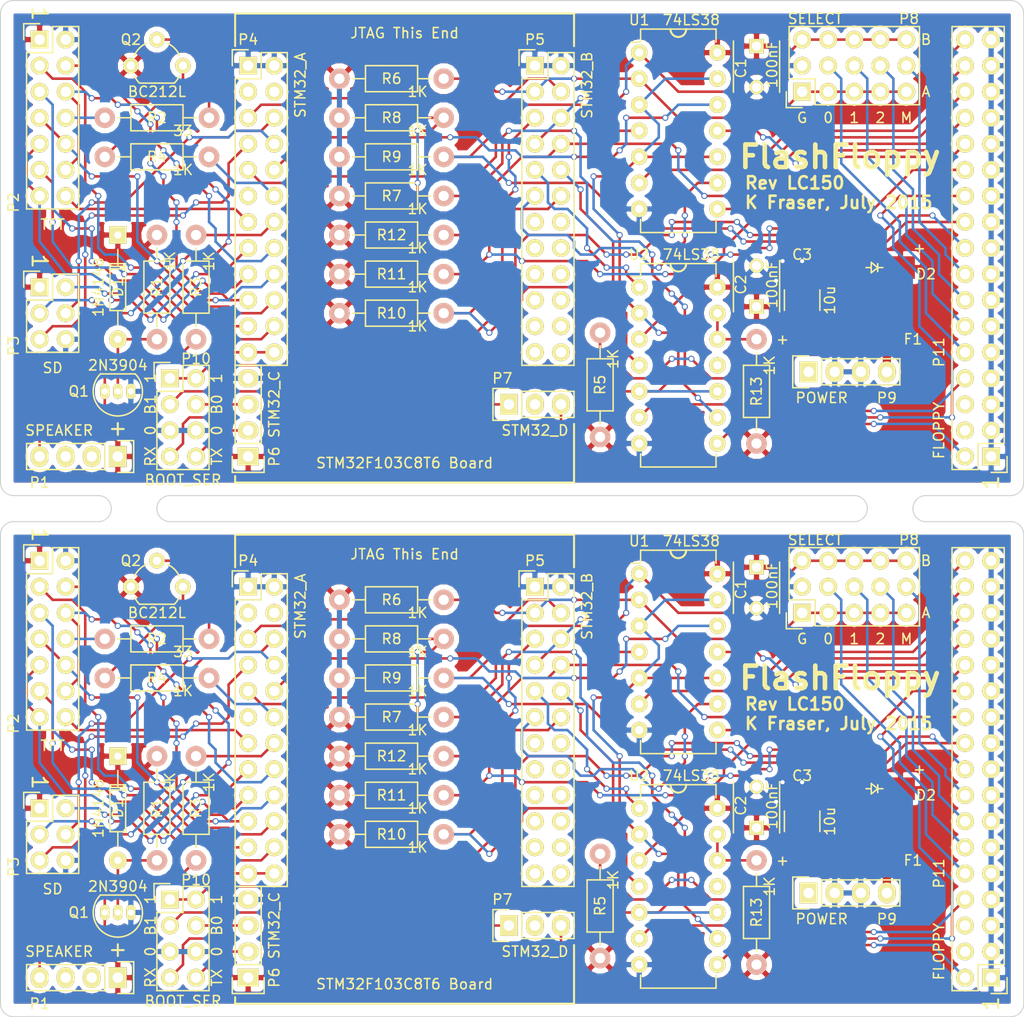
<source format=kicad_pcb>
(kicad_pcb (version 4) (host pcbnew "(after 2015-may-25 BZR unknown)-product")
  (layers (0 F.Cu signal) (31 B.Cu signal) (34 B.Paste user) (35 F.Paste user) (36 B.SilkS user) (37 F.SilkS user) (38 B.Mask user) (39 F.Mask user) (44 Edge.Cuts user))
  (net 0 "")
  (net 1 +5V)
  (net 2 GND)
  (net 3 "Net-(D1-Pad2)")
  (net 4 "Net-(F1-Pad1)")
  (net 5 "Net-(P1-Pad2)")
  (net 6 "Net-(P1-Pad3)")
  (net 7 /TFT_CS)
  (net 8 /TFT_RESET)
  (net 9 /TFT_DCRS)
  (net 10 /TFT_MOSI)
  (net 11 /TFT_CK)
  (net 12 /TFT_LED)
  (net 13 /TFT_MISO)
  (net 14 /T_CS)
  (net 15 /T_IRQ)
  (net 16 /SD_CS)
  (net 17 /SD_MOSI)
  (net 18 /SD_CK)
  (net 19 /SD_MISO)
  (net 20 "Net-(P4-Pad3)")
  (net 21 "Net-(P4-Pad4)")
  (net 22 /_DIR)
  (net 23 /RDY)
  (net 24 /WRPROT)
  (net 25 "Net-(P4-Pad11)")
  (net 26 /LED_PWM)
  (net 27 /SPK_PWM)
  (net 28 /_SELA)
  (net 29 /_STEP)
  (net 30 /_DKWE)
  (net 31 /_SELB)
  (net 32 /CHNG)
  (net 33 /_SIDE)
  (net 34 /TRK0)
  (net 35 /INDEX)
  (net 36 /DKRD)
  (net 37 /_DKWD)
  (net 38 "Net-(P5-Pad13)")
  (net 39 "Net-(P5-Pad14)")
  (net 40 "Net-(P5-Pad15)")
  (net 41 "Net-(P5-Pad16)")
  (net 42 "Net-(P5-Pad17)")
  (net 43 "Net-(P5-Pad18)")
  (net 44 "Net-(P5-Pad19)")
  (net 45 "Net-(P5-Pad20)")
  (net 46 "Net-(P5-Pad21)")
  (net 47 "Net-(P5-Pad22)")
  (net 48 /3V3)
  (net 49 /SER_TX)
  (net 50 /SER_RX)
  (net 51 /BOOT0)
  (net 52 "Net-(P7-Pad2)")
  (net 53 /BOOT1)
  (net 54 /_SEL0)
  (net 55 /_SEL1)
  (net 56 /_SEL2)
  (net 57 /_MTR)
  (net 58 "Net-(P9-Pad1)")
  (net 59 /_CHNG)
  (net 60 "Net-(P11-Pad4)")
  (net 61 "Net-(P11-Pad6)")
  (net 62 /_INDEX)
  (net 63 /_TRK0)
  (net 64 /_WRPROT)
  (net 65 /_DKRD)
  (net 66 /_RDY)
  (net 67 "Net-(Q1-Pad2)")
  (net 68 "Net-(Q2-Pad2)")
  (net 69 "Net-(Q2-Pad3)")
  (net 70 /SEL)
  (net 71 "Net-(P5-Pad23)")
  (net 72 "Net-(P5-Pad24)")
  (net 73 "Net-(R13-Pad2)")
  (net 74 "Net-(U2-Pad11)")
  (module Diodes_ThroughHole:Diode_DO-35_SOD27_Horizontal_RM10 (layer F.Cu) (at 96.52 119.38 270)
    (fp_text reference D1 (at 5.08 0 270) (layer F.SilkS))
    (fp_text value 1N4148 (at 5.08 1.905 270) (layer F.SilkS))
    (pad 2 thru_hole circle (at 10.16052 -0.00254 90) (size 1.69926 1.69926) (drill 0.70104) (layers *.Cu *.Mask F.SilkS) (net 3 "Net-(D1-Pad2)"))
    (pad 1 thru_hole rect (at 0.00052 -0.00254 90) (size 1.69926 1.69926) (drill 0.70104) (layers *.Cu *.Mask F.SilkS) (net 1 +5V))
  )
  (module Fuse_Holders_and_Fuses:Fuse_SMD1206_HandSoldering (layer F.Cu) (at 169.545 128.905 180)
    (fp_text reference F1 (at -4.445 -0.635 180) (layer F.SilkS))
    (fp_text value PPTC_750m hide)
    (pad 1 smd rect (at -2.08534 0 270) (size 2.02946 2.65176) (layers F.Cu F.Paste F.Mask) (net 4 "Net-(F1-Pad1)"))
    (pad 2 smd rect (at 2.08534 0 270) (size 2.02946 2.65176) (layers F.Cu F.Paste F.Mask) (net 1 +5V))
  )
  (module Pin_Headers:Pin_Header_Straight_1x04 (layer F.Cu) (at 96.52 140.97 270)
    (fp_text reference P1 (at 2.54 7.62 360) (layer F.SilkS))
    (fp_text value SPEAKER (at -2.54 5.715 360) (layer F.SilkS))
    (pad 1 thru_hole rect (at 0 0 270) (size 2.032 1.7272) (drill 1.016) (layers *.Cu *.Mask F.SilkS) (net 1 +5V))
    (pad 2 thru_hole oval (at 0 2.54 270) (size 2.032 1.7272) (drill 1.016) (layers *.Cu *.Mask F.SilkS) (net 5 "Net-(P1-Pad2)"))
    (pad 3 thru_hole oval (at 0 5.08 270) (size 2.032 1.7272) (drill 1.016) (layers *.Cu *.Mask F.SilkS) (net 6 "Net-(P1-Pad3)"))
    (pad 4 thru_hole oval (at 0 7.62 270) (size 2.032 1.7272) (drill 1.016) (layers *.Cu *.Mask F.SilkS) (net 3 "Net-(D1-Pad2)"))
  )
  (module Pin_Headers:Pin_Header_Straight_2x07 (layer F.Cu) (at 88.9 100.33)
    (fp_text reference P2 (at -2.54 15.875 270) (layer F.SilkS))
    (fp_text value TFT (at 1.27 18.034) (layer F.SilkS))
    (pad 1 thru_hole rect (at 0 0) (size 1.7272 1.7272) (drill 1.016) (layers *.Cu *.Mask F.SilkS) (net 1 +5V))
    (pad 2 thru_hole oval (at 2.54 0) (size 1.7272 1.7272) (drill 1.016) (layers *.Cu *.Mask F.SilkS) (net 2 GND))
    (pad 3 thru_hole oval (at 0 2.54) (size 1.7272 1.7272) (drill 1.016) (layers *.Cu *.Mask F.SilkS) (net 7 /TFT_CS))
    (pad 4 thru_hole oval (at 2.54 2.54) (size 1.7272 1.7272) (drill 1.016) (layers *.Cu *.Mask F.SilkS) (net 8 /TFT_RESET))
    (pad 5 thru_hole oval (at 0 5.08) (size 1.7272 1.7272) (drill 1.016) (layers *.Cu *.Mask F.SilkS) (net 9 /TFT_DCRS))
    (pad 6 thru_hole oval (at 2.54 5.08) (size 1.7272 1.7272) (drill 1.016) (layers *.Cu *.Mask F.SilkS) (net 10 /TFT_MOSI))
    (pad 7 thru_hole oval (at 0 7.62) (size 1.7272 1.7272) (drill 1.016) (layers *.Cu *.Mask F.SilkS) (net 11 /TFT_CK))
    (pad 8 thru_hole oval (at 2.54 7.62) (size 1.7272 1.7272) (drill 1.016) (layers *.Cu *.Mask F.SilkS) (net 12 /TFT_LED))
    (pad 9 thru_hole oval (at 0 10.16) (size 1.7272 1.7272) (drill 1.016) (layers *.Cu *.Mask F.SilkS) (net 13 /TFT_MISO))
    (pad 10 thru_hole oval (at 2.54 10.16) (size 1.7272 1.7272) (drill 1.016) (layers *.Cu *.Mask F.SilkS) (net 11 /TFT_CK))
    (pad 11 thru_hole oval (at 0 12.7) (size 1.7272 1.7272) (drill 1.016) (layers *.Cu *.Mask F.SilkS) (net 14 /T_CS))
    (pad 12 thru_hole oval (at 2.54 12.7) (size 1.7272 1.7272) (drill 1.016) (layers *.Cu *.Mask F.SilkS) (net 10 /TFT_MOSI))
    (pad 13 thru_hole oval (at 0 15.24) (size 1.7272 1.7272) (drill 1.016) (layers *.Cu *.Mask F.SilkS) (net 13 /TFT_MISO))
    (pad 14 thru_hole oval (at 2.54 15.24) (size 1.7272 1.7272) (drill 1.016) (layers *.Cu *.Mask F.SilkS) (net 15 /T_IRQ))
  )
  (module Pin_Headers:Pin_Header_Straight_2x03 (layer F.Cu) (at 88.9 124.46)
    (fp_text reference P3 (at -2.54 5.715 90) (layer F.SilkS))
    (fp_text value SD (at 1.27 7.874) (layer F.SilkS))
    (pad 1 thru_hole rect (at 0 0) (size 1.7272 1.7272) (drill 1.016) (layers *.Cu *.Mask F.SilkS) (net 1 +5V))
    (pad 2 thru_hole oval (at 2.54 0) (size 1.7272 1.7272) (drill 1.016) (layers *.Cu *.Mask F.SilkS) (net 16 /SD_CS))
    (pad 3 thru_hole oval (at 0 2.54) (size 1.7272 1.7272) (drill 1.016) (layers *.Cu *.Mask F.SilkS) (net 17 /SD_MOSI))
    (pad 4 thru_hole oval (at 2.54 2.54) (size 1.7272 1.7272) (drill 1.016) (layers *.Cu *.Mask F.SilkS) (net 18 /SD_CK))
    (pad 5 thru_hole oval (at 0 5.08) (size 1.7272 1.7272) (drill 1.016) (layers *.Cu *.Mask F.SilkS) (net 19 /SD_MISO))
    (pad 6 thru_hole oval (at 2.54 5.08) (size 1.7272 1.7272) (drill 1.016) (layers *.Cu *.Mask F.SilkS) (net 2 GND))
  )
  (module Socket_Strips:Socket_Strip_Straight_1x04 (layer F.Cu) (at 109.22 140.97 90)
    (fp_text reference P6 (at 0 2.54 90) (layer F.SilkS))
    (fp_text value STM32_C (at 5.08 2.54 90) (layer F.SilkS))
    (pad 1 thru_hole rect (at 0 0 90) (size 1.7272 2.032) (drill 1.016) (layers *.Cu *.Mask F.SilkS) (net 1 +5V))
    (pad 2 thru_hole oval (at 2.54 0 90) (size 1.7272 2.032) (drill 1.016) (layers *.Cu *.Mask F.SilkS) (net 49 /SER_TX))
    (pad 3 thru_hole oval (at 5.08 0 90) (size 1.7272 2.032) (drill 1.016) (layers *.Cu *.Mask F.SilkS) (net 50 /SER_RX))
    (pad 4 thru_hole oval (at 7.62 0 90) (size 1.7272 2.032) (drill 1.016) (layers *.Cu *.Mask F.SilkS) (net 2 GND))
  )
  (module Socket_Strips:Socket_Strip_Straight_1x03 (layer F.Cu) (at 134.62 135.89)
    (fp_text reference P7 (at -0.635 -2.54) (layer F.SilkS))
    (fp_text value STM32_D (at 2.54 2.54) (layer F.SilkS))
    (pad 1 thru_hole rect (at 0 0) (size 1.7272 2.032) (drill 1.016) (layers *.Cu *.Mask F.SilkS) (net 53 /BOOT1))
    (pad 2 thru_hole oval (at 2.54 0) (size 1.7272 2.032) (drill 1.016) (layers *.Cu *.Mask F.SilkS) (net 52 "Net-(P7-Pad2)"))
    (pad 3 thru_hole oval (at 5.08 0) (size 1.7272 2.032) (drill 1.016) (layers *.Cu *.Mask F.SilkS) (net 51 /BOOT0))
  )
  (module FF:Pin_Header_Straight_3x05 (layer F.Cu) (at 163.195 105.41 90)
    (fp_text reference P8 (at 7.112 10.414 180) (layer F.SilkS))
    (fp_text value SELECT (at 7.112 1.27 180) (layer F.SilkS))
    (pad 15 thru_hole oval (at 5.08 10.16 90) (size 1.7272 1.7272) (drill 1.016) (layers *.Cu *.Mask F.SilkS) (net 31 /_SELB))
    (pad 14 thru_hole oval (at 5.08 7.62 90) (size 1.7272 1.7272) (drill 1.016) (layers *.Cu *.Mask F.SilkS) (net 31 /_SELB))
    (pad 13 thru_hole oval (at 5.08 5.08 90) (size 1.7272 1.7272) (drill 1.016) (layers *.Cu *.Mask F.SilkS) (net 31 /_SELB))
    (pad 12 thru_hole oval (at 5.08 2.54 90) (size 1.7272 1.7272) (drill 1.016) (layers *.Cu *.Mask F.SilkS) (net 31 /_SELB))
    (pad 11 thru_hole oval (at 5.08 0 90) (size 1.7272 1.7272) (drill 1.016) (layers *.Cu *.Mask F.SilkS) (net 31 /_SELB))
    (pad 1 thru_hole rect (at 0 0 90) (size 1.7272 1.7272) (drill 1.016) (layers *.Cu *.Mask F.SilkS) (net 28 /_SELA))
    (pad 6 thru_hole oval (at 2.54 0 90) (size 1.7272 1.7272) (drill 1.016) (layers *.Cu *.Mask F.SilkS) (net 2 GND))
    (pad 2 thru_hole oval (at 0 2.54 90) (size 1.7272 1.7272) (drill 1.016) (layers *.Cu *.Mask F.SilkS) (net 28 /_SELA))
    (pad 7 thru_hole oval (at 2.54 2.54 90) (size 1.7272 1.7272) (drill 1.016) (layers *.Cu *.Mask F.SilkS) (net 54 /_SEL0))
    (pad 3 thru_hole oval (at 0 5.08 90) (size 1.7272 1.7272) (drill 1.016) (layers *.Cu *.Mask F.SilkS) (net 28 /_SELA))
    (pad 8 thru_hole oval (at 2.54 5.08 90) (size 1.7272 1.7272) (drill 1.016) (layers *.Cu *.Mask F.SilkS) (net 55 /_SEL1))
    (pad 4 thru_hole oval (at 0 7.62 90) (size 1.7272 1.7272) (drill 1.016) (layers *.Cu *.Mask F.SilkS) (net 28 /_SELA))
    (pad 9 thru_hole oval (at 2.54 7.62 90) (size 1.7272 1.7272) (drill 1.016) (layers *.Cu *.Mask F.SilkS) (net 56 /_SEL2))
    (pad 5 thru_hole oval (at 0 10.16 90) (size 1.7272 1.7272) (drill 1.016) (layers *.Cu *.Mask F.SilkS) (net 28 /_SELA))
    (pad 10 thru_hole oval (at 2.54 10.16 90) (size 1.7272 1.7272) (drill 1.016) (layers *.Cu *.Mask F.SilkS) (net 57 /_MTR))
  )
  (module Pin_Headers:Pin_Header_Straight_2x17 (layer F.Cu) (at 181.61 140.97 180)
    (fp_text reference P11 (at 5.08 10.16 270) (layer F.SilkS))
    (fp_text value FLOPPY (at 5.08 2.54 270) (layer F.SilkS))
    (pad 1 thru_hole rect (at 0 0 180) (size 1.7272 1.7272) (drill 1.016) (layers *.Cu *.Mask F.SilkS) (net 2 GND))
    (pad 2 thru_hole oval (at 2.54 0 180) (size 1.7272 1.7272) (drill 1.016) (layers *.Cu *.Mask F.SilkS) (net 59 /_CHNG))
    (pad 3 thru_hole oval (at 0 2.54 180) (size 1.7272 1.7272) (drill 1.016) (layers *.Cu *.Mask F.SilkS) (net 2 GND))
    (pad 4 thru_hole oval (at 2.54 2.54 180) (size 1.7272 1.7272) (drill 1.016) (layers *.Cu *.Mask F.SilkS) (net 60 "Net-(P11-Pad4)"))
    (pad 5 thru_hole oval (at 0 5.08 180) (size 1.7272 1.7272) (drill 1.016) (layers *.Cu *.Mask F.SilkS) (net 2 GND))
    (pad 6 thru_hole oval (at 2.54 5.08 180) (size 1.7272 1.7272) (drill 1.016) (layers *.Cu *.Mask F.SilkS) (net 61 "Net-(P11-Pad6)"))
    (pad 7 thru_hole oval (at 0 7.62 180) (size 1.7272 1.7272) (drill 1.016) (layers *.Cu *.Mask F.SilkS) (net 2 GND))
    (pad 8 thru_hole oval (at 2.54 7.62 180) (size 1.7272 1.7272) (drill 1.016) (layers *.Cu *.Mask F.SilkS) (net 62 /_INDEX))
    (pad 9 thru_hole oval (at 0 10.16 180) (size 1.7272 1.7272) (drill 1.016) (layers *.Cu *.Mask F.SilkS) (net 2 GND))
    (pad 10 thru_hole oval (at 2.54 10.16 180) (size 1.7272 1.7272) (drill 1.016) (layers *.Cu *.Mask F.SilkS) (net 54 /_SEL0))
    (pad 11 thru_hole oval (at 0 12.7 180) (size 1.7272 1.7272) (drill 1.016) (layers *.Cu *.Mask F.SilkS) (net 2 GND))
    (pad 12 thru_hole oval (at 2.54 12.7 180) (size 1.7272 1.7272) (drill 1.016) (layers *.Cu *.Mask F.SilkS) (net 55 /_SEL1))
    (pad 13 thru_hole oval (at 0 15.24 180) (size 1.7272 1.7272) (drill 1.016) (layers *.Cu *.Mask F.SilkS) (net 2 GND))
    (pad 14 thru_hole oval (at 2.54 15.24 180) (size 1.7272 1.7272) (drill 1.016) (layers *.Cu *.Mask F.SilkS) (net 56 /_SEL2))
    (pad 15 thru_hole oval (at 0 17.78 180) (size 1.7272 1.7272) (drill 1.016) (layers *.Cu *.Mask F.SilkS) (net 2 GND))
    (pad 16 thru_hole oval (at 2.54 17.78 180) (size 1.7272 1.7272) (drill 1.016) (layers *.Cu *.Mask F.SilkS) (net 57 /_MTR))
    (pad 17 thru_hole oval (at 0 20.32 180) (size 1.7272 1.7272) (drill 1.016) (layers *.Cu *.Mask F.SilkS) (net 2 GND))
    (pad 18 thru_hole oval (at 2.54 20.32 180) (size 1.7272 1.7272) (drill 1.016) (layers *.Cu *.Mask F.SilkS) (net 22 /_DIR))
    (pad 19 thru_hole oval (at 0 22.86 180) (size 1.7272 1.7272) (drill 1.016) (layers *.Cu *.Mask F.SilkS) (net 2 GND))
    (pad 20 thru_hole oval (at 2.54 22.86 180) (size 1.7272 1.7272) (drill 1.016) (layers *.Cu *.Mask F.SilkS) (net 29 /_STEP))
    (pad 21 thru_hole oval (at 0 25.4 180) (size 1.7272 1.7272) (drill 1.016) (layers *.Cu *.Mask F.SilkS) (net 2 GND))
    (pad 22 thru_hole oval (at 2.54 25.4 180) (size 1.7272 1.7272) (drill 1.016) (layers *.Cu *.Mask F.SilkS) (net 37 /_DKWD))
    (pad 23 thru_hole oval (at 0 27.94 180) (size 1.7272 1.7272) (drill 1.016) (layers *.Cu *.Mask F.SilkS) (net 2 GND))
    (pad 24 thru_hole oval (at 2.54 27.94 180) (size 1.7272 1.7272) (drill 1.016) (layers *.Cu *.Mask F.SilkS) (net 30 /_DKWE))
    (pad 25 thru_hole oval (at 0 30.48 180) (size 1.7272 1.7272) (drill 1.016) (layers *.Cu *.Mask F.SilkS) (net 2 GND))
    (pad 26 thru_hole oval (at 2.54 30.48 180) (size 1.7272 1.7272) (drill 1.016) (layers *.Cu *.Mask F.SilkS) (net 63 /_TRK0))
    (pad 27 thru_hole oval (at 0 33.02 180) (size 1.7272 1.7272) (drill 1.016) (layers *.Cu *.Mask F.SilkS) (net 2 GND))
    (pad 28 thru_hole oval (at 2.54 33.02 180) (size 1.7272 1.7272) (drill 1.016) (layers *.Cu *.Mask F.SilkS) (net 64 /_WRPROT))
    (pad 29 thru_hole oval (at 0 35.56 180) (size 1.7272 1.7272) (drill 1.016) (layers *.Cu *.Mask F.SilkS) (net 2 GND))
    (pad 30 thru_hole oval (at 2.54 35.56 180) (size 1.7272 1.7272) (drill 1.016) (layers *.Cu *.Mask F.SilkS) (net 65 /_DKRD))
    (pad 31 thru_hole oval (at 0 38.1 180) (size 1.7272 1.7272) (drill 1.016) (layers *.Cu *.Mask F.SilkS) (net 2 GND))
    (pad 32 thru_hole oval (at 2.54 38.1 180) (size 1.7272 1.7272) (drill 1.016) (layers *.Cu *.Mask F.SilkS) (net 33 /_SIDE))
    (pad 33 thru_hole oval (at 0 40.64 180) (size 1.7272 1.7272) (drill 1.016) (layers *.Cu *.Mask F.SilkS) (net 2 GND))
    (pad 34 thru_hole oval (at 2.54 40.64 180) (size 1.7272 1.7272) (drill 1.016) (layers *.Cu *.Mask F.SilkS) (net 66 /_RDY))
  )
  (module TO_SOT_Packages_THT:TO-92_Inline_Narrow_Oval (layer F.Cu) (at 97.79 134.62 180)
    (fp_text reference Q1 (at 5.08 0 180) (layer F.SilkS))
    (fp_text value 2N3904 (at 1.27 2.54 180) (layer F.SilkS))
    (pad 2 thru_hole oval (at 1.27 0) (size 0.89916 1.50114) (drill 0.6) (layers *.Cu *.Mask F.SilkS) (net 67 "Net-(Q1-Pad2)"))
    (pad 3 thru_hole oval (at 2.54 0) (size 0.89916 1.50114) (drill 0.6) (layers *.Cu *.Mask F.SilkS) (net 3 "Net-(D1-Pad2)"))
    (pad 1 thru_hole oval (at 0 0) (size 0.89916 1.50114) (drill 0.6) (layers *.Cu *.Mask F.SilkS) (net 2 GND))
  )
  (module TO_SOT_Packages_THT:TO-92_Molded_Wide (layer F.Cu) (at 97.79 102.87)
    (fp_text reference Q2 (at 0 -2.54 180) (layer F.SilkS))
    (fp_text value BC212L (at 2.54 2.54) (layer F.SilkS))
    (pad 2 thru_hole circle (at 2.54 -2.54 90) (size 1.524 1.524) (drill 0.8) (layers *.Cu *.Mask F.SilkS) (net 68 "Net-(Q2-Pad2)"))
    (pad 3 thru_hole circle (at 5.08 0 90) (size 1.524 1.524) (drill 0.8) (layers *.Cu *.Mask F.SilkS) (net 69 "Net-(Q2-Pad3)"))
    (pad 1 thru_hole circle (at 0 0 90) (size 1.524 1.524) (drill 0.8) (layers *.Cu *.Mask F.SilkS) (net 1 +5V))
  )
  (module Resistors_ThroughHole:Resistor_Horizontal_RM10mm (layer F.Cu) (at 100.33 124.46 270)
    (fp_text reference R1 (at 0 0 270) (layer F.SilkS))
    (fp_text value 1K (at -2.54 -1.27 270) (layer F.SilkS))
    (pad 1 thru_hole circle (at -5.08 0 270) (size 1.99898 1.99898) (drill 1.00076) (layers *.Cu *.SilkS *.Mask) (net 1 +5V))
    (pad 2 thru_hole circle (at 5.08 0 270) (size 1.99898 1.99898) (drill 1.00076) (layers *.Cu *.SilkS *.Mask) (net 3 "Net-(D1-Pad2)"))
  )
  (module Resistors_ThroughHole:Resistor_Horizontal_RM10mm (layer F.Cu) (at 100.33 107.95 180)
    (fp_text reference R2 (at 0 0 180) (layer F.SilkS))
    (fp_text value 33 (at -2.54 -1.27 180) (layer F.SilkS))
    (pad 1 thru_hole circle (at -5.08 0 180) (size 1.99898 1.99898) (drill 1.00076) (layers *.Cu *.SilkS *.Mask) (net 68 "Net-(Q2-Pad2)"))
    (pad 2 thru_hole circle (at 5.08 0 180) (size 1.99898 1.99898) (drill 1.00076) (layers *.Cu *.SilkS *.Mask) (net 12 /TFT_LED))
  )
  (module Resistors_ThroughHole:Resistor_Horizontal_RM10mm (layer F.Cu) (at 104.14 124.46 90)
    (fp_text reference R3 (at 0 0 90) (layer F.SilkS))
    (fp_text value 1K (at 2.54 1.27 90) (layer F.SilkS))
    (pad 1 thru_hole circle (at -5.08 0 90) (size 1.99898 1.99898) (drill 1.00076) (layers *.Cu *.SilkS *.Mask) (net 67 "Net-(Q1-Pad2)"))
    (pad 2 thru_hole circle (at 5.08 0 90) (size 1.99898 1.99898) (drill 1.00076) (layers *.Cu *.SilkS *.Mask) (net 27 /SPK_PWM))
  )
  (module Resistors_ThroughHole:Resistor_Horizontal_RM10mm (layer F.Cu) (at 100.33 111.76 180)
    (fp_text reference R4 (at 0 0 180) (layer F.SilkS))
    (fp_text value 1K (at -2.54 -1.27 180) (layer F.SilkS))
    (pad 1 thru_hole circle (at -5.08 0 180) (size 1.99898 1.99898) (drill 1.00076) (layers *.Cu *.SilkS *.Mask) (net 26 /LED_PWM))
    (pad 2 thru_hole circle (at 5.08 0 180) (size 1.99898 1.99898) (drill 1.00076) (layers *.Cu *.SilkS *.Mask) (net 69 "Net-(Q2-Pad3)"))
  )
  (module Resistors_ThroughHole:Resistor_Horizontal_RM10mm (layer F.Cu) (at 143.51 133.985 90)
    (fp_text reference R5 (at 0 0 90) (layer F.SilkS))
    (fp_text value 1K (at 2.54 1.27 90) (layer F.SilkS))
    (pad 1 thru_hole circle (at -5.08 0 90) (size 1.99898 1.99898) (drill 1.00076) (layers *.Cu *.SilkS *.Mask) (net 1 +5V))
    (pad 2 thru_hole circle (at 5.08 0 90) (size 1.99898 1.99898) (drill 1.00076) (layers *.Cu *.SilkS *.Mask) (net 70 /SEL))
  )
  (module Resistors_ThroughHole:Resistor_Horizontal_RM10mm (layer F.Cu) (at 123.19 104.14)
    (fp_text reference R6 (at 0 0) (layer F.SilkS))
    (fp_text value 1K (at 2.54 1.27) (layer F.SilkS))
    (pad 1 thru_hole circle (at -5.08 0) (size 1.99898 1.99898) (drill 1.00076) (layers *.Cu *.SilkS *.Mask) (net 1 +5V))
    (pad 2 thru_hole circle (at 5.08 0) (size 1.99898 1.99898) (drill 1.00076) (layers *.Cu *.SilkS *.Mask) (net 28 /_SELA))
  )
  (module Resistors_ThroughHole:Resistor_Horizontal_RM10mm (layer F.Cu) (at 123.19 115.57)
    (fp_text reference R7 (at 0 0) (layer F.SilkS))
    (fp_text value 1K (at 2.54 1.27) (layer F.SilkS))
    (pad 1 thru_hole circle (at -5.08 0) (size 1.99898 1.99898) (drill 1.00076) (layers *.Cu *.SilkS *.Mask) (net 1 +5V))
    (pad 2 thru_hole circle (at 5.08 0) (size 1.99898 1.99898) (drill 1.00076) (layers *.Cu *.SilkS *.Mask) (net 31 /_SELB))
  )
  (module Resistors_ThroughHole:Resistor_Horizontal_RM10mm (layer F.Cu) (at 123.19 107.95)
    (fp_text reference R8 (at 0 0) (layer F.SilkS))
    (fp_text value 1K (at 2.54 1.27) (layer F.SilkS))
    (pad 1 thru_hole circle (at -5.08 0) (size 1.99898 1.99898) (drill 1.00076) (layers *.Cu *.SilkS *.Mask) (net 1 +5V))
    (pad 2 thru_hole circle (at 5.08 0) (size 1.99898 1.99898) (drill 1.00076) (layers *.Cu *.SilkS *.Mask) (net 22 /_DIR))
  )
  (module Resistors_ThroughHole:Resistor_Horizontal_RM10mm (layer F.Cu) (at 123.19 111.76)
    (fp_text reference R9 (at 0 0) (layer F.SilkS))
    (fp_text value 1K (at 2.54 1.27) (layer F.SilkS))
    (pad 1 thru_hole circle (at -5.08 0) (size 1.99898 1.99898) (drill 1.00076) (layers *.Cu *.SilkS *.Mask) (net 1 +5V))
    (pad 2 thru_hole circle (at 5.08 0) (size 1.99898 1.99898) (drill 1.00076) (layers *.Cu *.SilkS *.Mask) (net 29 /_STEP))
  )
  (module Resistors_ThroughHole:Resistor_Horizontal_RM10mm (layer F.Cu) (at 123.19 127)
    (fp_text reference R10 (at 0 0) (layer F.SilkS))
    (fp_text value 1K (at 2.54 1.27) (layer F.SilkS))
    (pad 1 thru_hole circle (at -5.08 0) (size 1.99898 1.99898) (drill 1.00076) (layers *.Cu *.SilkS *.Mask) (net 1 +5V))
    (pad 2 thru_hole circle (at 5.08 0) (size 1.99898 1.99898) (drill 1.00076) (layers *.Cu *.SilkS *.Mask) (net 37 /_DKWD))
  )
  (module Resistors_ThroughHole:Resistor_Horizontal_RM10mm (layer F.Cu) (at 123.19 123.19)
    (fp_text reference R11 (at 0 0) (layer F.SilkS))
    (fp_text value 1K (at 2.54 1.27) (layer F.SilkS))
    (pad 1 thru_hole circle (at -5.08 0) (size 1.99898 1.99898) (drill 1.00076) (layers *.Cu *.SilkS *.Mask) (net 1 +5V))
    (pad 2 thru_hole circle (at 5.08 0) (size 1.99898 1.99898) (drill 1.00076) (layers *.Cu *.SilkS *.Mask) (net 30 /_DKWE))
  )
  (module Resistors_ThroughHole:Resistor_Horizontal_RM10mm (layer F.Cu) (at 123.19 119.38)
    (fp_text reference R12 (at 0 0) (layer F.SilkS))
    (fp_text value 1K (at 2.54 1.27) (layer F.SilkS))
    (pad 1 thru_hole circle (at -5.08 0) (size 1.99898 1.99898) (drill 1.00076) (layers *.Cu *.SilkS *.Mask) (net 1 +5V))
    (pad 2 thru_hole circle (at 5.08 0) (size 1.99898 1.99898) (drill 1.00076) (layers *.Cu *.SilkS *.Mask) (net 33 /_SIDE))
  )
  (module Housings_DIP:DIP-14_W7.62mm (layer F.Cu) (at 147.32 101.6)
    (fp_text reference U1 (at 0 -3.175) (layer F.SilkS))
    (fp_text value 74LS38 (at 5.08 -3.175) (layer F.SilkS))
    (pad 1 thru_hole oval (at 0 0) (size 1.6 1.6) (drill 0.8) (layers *.Cu *.Mask F.SilkS) (net 31 /_SELB))
    (pad 2 thru_hole oval (at 0 2.54) (size 1.6 1.6) (drill 0.8) (layers *.Cu *.Mask F.SilkS) (net 28 /_SELA))
    (pad 3 thru_hole oval (at 0 5.08) (size 1.6 1.6) (drill 0.8) (layers *.Cu *.Mask F.SilkS) (net 70 /SEL))
    (pad 4 thru_hole oval (at 0 7.62) (size 1.6 1.6) (drill 0.8) (layers *.Cu *.Mask F.SilkS) (net 23 /RDY))
    (pad 5 thru_hole oval (at 0 10.16) (size 1.6 1.6) (drill 0.8) (layers *.Cu *.Mask F.SilkS) (net 70 /SEL))
    (pad 6 thru_hole oval (at 0 12.7) (size 1.6 1.6) (drill 0.8) (layers *.Cu *.Mask F.SilkS) (net 66 /_RDY))
    (pad 7 thru_hole oval (at 0 15.24) (size 1.6 1.6) (drill 0.8) (layers *.Cu *.Mask F.SilkS) (net 2 GND))
    (pad 8 thru_hole oval (at 7.62 15.24) (size 1.6 1.6) (drill 0.8) (layers *.Cu *.Mask F.SilkS) (net 65 /_DKRD))
    (pad 9 thru_hole oval (at 7.62 12.7) (size 1.6 1.6) (drill 0.8) (layers *.Cu *.Mask F.SilkS) (net 36 /DKRD))
    (pad 10 thru_hole oval (at 7.62 10.16) (size 1.6 1.6) (drill 0.8) (layers *.Cu *.Mask F.SilkS) (net 70 /SEL))
    (pad 11 thru_hole oval (at 7.62 7.62) (size 1.6 1.6) (drill 0.8) (layers *.Cu *.Mask F.SilkS) (net 64 /_WRPROT))
    (pad 12 thru_hole oval (at 7.62 5.08) (size 1.6 1.6) (drill 0.8) (layers *.Cu *.Mask F.SilkS) (net 24 /WRPROT))
    (pad 13 thru_hole oval (at 7.62 2.54) (size 1.6 1.6) (drill 0.8) (layers *.Cu *.Mask F.SilkS) (net 70 /SEL))
    (pad 14 thru_hole oval (at 7.62 0) (size 1.6 1.6) (drill 0.8) (layers *.Cu *.Mask F.SilkS) (net 1 +5V))
  )
  (module Housings_DIP:DIP-14_W7.62mm (layer F.Cu) (at 147.32 124.46)
    (fp_text reference U2 (at 0 -3.175) (layer F.SilkS))
    (fp_text value 74LS38 (at 5.08 -3.175) (layer F.SilkS))
    (pad 1 thru_hole oval (at 0 0) (size 1.6 1.6) (drill 0.8) (layers *.Cu *.Mask F.SilkS) (net 34 /TRK0))
    (pad 2 thru_hole oval (at 0 2.54) (size 1.6 1.6) (drill 0.8) (layers *.Cu *.Mask F.SilkS) (net 70 /SEL))
    (pad 3 thru_hole oval (at 0 5.08) (size 1.6 1.6) (drill 0.8) (layers *.Cu *.Mask F.SilkS) (net 63 /_TRK0))
    (pad 4 thru_hole oval (at 0 7.62) (size 1.6 1.6) (drill 0.8) (layers *.Cu *.Mask F.SilkS) (net 35 /INDEX))
    (pad 5 thru_hole oval (at 0 10.16) (size 1.6 1.6) (drill 0.8) (layers *.Cu *.Mask F.SilkS) (net 70 /SEL))
    (pad 6 thru_hole oval (at 0 12.7) (size 1.6 1.6) (drill 0.8) (layers *.Cu *.Mask F.SilkS) (net 62 /_INDEX))
    (pad 7 thru_hole oval (at 0 15.24) (size 1.6 1.6) (drill 0.8) (layers *.Cu *.Mask F.SilkS) (net 2 GND))
    (pad 8 thru_hole oval (at 7.62 15.24) (size 1.6 1.6) (drill 0.8) (layers *.Cu *.Mask F.SilkS) (net 59 /_CHNG))
    (pad 9 thru_hole oval (at 7.62 12.7) (size 1.6 1.6) (drill 0.8) (layers *.Cu *.Mask F.SilkS) (net 32 /CHNG))
    (pad 10 thru_hole oval (at 7.62 10.16) (size 1.6 1.6) (drill 0.8) (layers *.Cu *.Mask F.SilkS) (net 70 /SEL))
    (pad 11 thru_hole oval (at 7.62 7.62) (size 1.6 1.6) (drill 0.8) (layers *.Cu *.Mask F.SilkS) (net 74 "Net-(U2-Pad11)"))
    (pad 12 thru_hole oval (at 7.62 5.08) (size 1.6 1.6) (drill 0.8) (layers *.Cu *.Mask F.SilkS) (net 73 "Net-(R13-Pad2)"))
    (pad 13 thru_hole oval (at 7.62 2.54) (size 1.6 1.6) (drill 0.8) (layers *.Cu *.Mask F.SilkS) (net 73 "Net-(R13-Pad2)"))
    (pad 14 thru_hole oval (at 7.62 0) (size 1.6 1.6) (drill 0.8) (layers *.Cu *.Mask F.SilkS) (net 1 +5V))
  )
  (module FF:C_3528 (layer F.Cu) (at 163.195 125.73 90)
    (fp_text reference C3 (at 4.445 0 180) (layer F.SilkS))
    (fp_text value 10u (at 0 2.7 90) (layer F.SilkS))
    (pad 1 smd rect (at -2.135 0 90) (size 2.6 3) (layers F.Cu F.Paste F.Mask) (net 1 +5V))
    (pad 2 smd rect (at 2.065 0 90) (size 2.6 3) (layers F.Cu F.Paste F.Mask) (net 2 GND))
  )
  (module FF:D_SOD128 (layer F.Cu) (at 170.18 122.555 180)
    (fp_text reference D2 (at -5.08 -0.635 180) (layer F.SilkS))
    (fp_text value TVS_5V hide)
    (pad 1 smd rect (at -2.6 0 180) (size 2.8 2.2) (layers F.Cu F.Paste F.Mask) (net 1 +5V))
    (pad 2 smd rect (at 2.6 0 180) (size 2.8 2.2) (layers F.Cu F.Paste F.Mask) (net 2 GND))
  )
  (module FF:C_Disc_P4mm (layer F.Cu) (at 158.75 100.965 270)
    (fp_text reference C1 (at 2.159 1.524 270) (layer F.SilkS))
    (fp_text value 100nF (at 1.778 -1.524 270) (layer F.SilkS))
    (pad 1 thru_hole rect (at 0 0 270) (size 1.4 1.4) (drill 0.9) (layers *.Cu *.Mask F.SilkS) (net 1 +5V))
    (pad 2 thru_hole circle (at 4 0 270) (size 1.4 1.4) (drill 0.9) (layers *.Cu *.Mask F.SilkS) (net 2 GND))
  )
  (module FF:C_Disc_P4mm (layer F.Cu) (at 158.75 126.365 90)
    (fp_text reference C2 (at 2.159 -1.524 90) (layer F.SilkS))
    (fp_text value 100nF (at 2.159 1.524 90) (layer F.SilkS))
    (pad 1 thru_hole rect (at 0 0 90) (size 1.4 1.4) (drill 0.9) (layers *.Cu *.Mask F.SilkS) (net 1 +5V))
    (pad 2 thru_hole circle (at 4 0 90) (size 1.4 1.4) (drill 0.9) (layers *.Cu *.Mask F.SilkS) (net 2 GND))
  )
  (module Pin_Headers:Pin_Header_Straight_2x12 (layer F.Cu) (at 137.16 102.87)
    (fp_text reference P5 (at 0 -2.54) (layer F.SilkS))
    (fp_text value STM32_B (at 5.08 1.905 90) (layer F.SilkS))
    (pad 1 thru_hole rect (at 0 0) (size 1.7272 1.7272) (drill 1.016) (layers *.Cu *.Mask F.SilkS) (net 2 GND))
    (pad 2 thru_hole oval (at 2.54 0) (size 1.7272 1.7272) (drill 1.016) (layers *.Cu *.Mask F.SilkS) (net 2 GND))
    (pad 3 thru_hole oval (at 0 2.54) (size 1.7272 1.7272) (drill 1.016) (layers *.Cu *.Mask F.SilkS) (net 28 /_SELA))
    (pad 4 thru_hole oval (at 2.54 2.54) (size 1.7272 1.7272) (drill 1.016) (layers *.Cu *.Mask F.SilkS) (net 29 /_STEP))
    (pad 5 thru_hole oval (at 0 5.08) (size 1.7272 1.7272) (drill 1.016) (layers *.Cu *.Mask F.SilkS) (net 30 /_DKWE))
    (pad 6 thru_hole oval (at 2.54 5.08) (size 1.7272 1.7272) (drill 1.016) (layers *.Cu *.Mask F.SilkS) (net 31 /_SELB))
    (pad 7 thru_hole oval (at 0 7.62) (size 1.7272 1.7272) (drill 1.016) (layers *.Cu *.Mask F.SilkS) (net 32 /CHNG))
    (pad 8 thru_hole oval (at 2.54 7.62) (size 1.7272 1.7272) (drill 1.016) (layers *.Cu *.Mask F.SilkS) (net 33 /_SIDE))
    (pad 9 thru_hole oval (at 0 10.16) (size 1.7272 1.7272) (drill 1.016) (layers *.Cu *.Mask F.SilkS) (net 34 /TRK0))
    (pad 10 thru_hole oval (at 2.54 10.16) (size 1.7272 1.7272) (drill 1.016) (layers *.Cu *.Mask F.SilkS) (net 35 /INDEX))
    (pad 11 thru_hole oval (at 0 12.7) (size 1.7272 1.7272) (drill 1.016) (layers *.Cu *.Mask F.SilkS) (net 36 /DKRD))
    (pad 12 thru_hole oval (at 2.54 12.7) (size 1.7272 1.7272) (drill 1.016) (layers *.Cu *.Mask F.SilkS) (net 37 /_DKWD))
    (pad 13 thru_hole oval (at 0 15.24) (size 1.7272 1.7272) (drill 1.016) (layers *.Cu *.Mask F.SilkS) (net 38 "Net-(P5-Pad13)"))
    (pad 14 thru_hole oval (at 2.54 15.24) (size 1.7272 1.7272) (drill 1.016) (layers *.Cu *.Mask F.SilkS) (net 39 "Net-(P5-Pad14)"))
    (pad 15 thru_hole oval (at 0 17.78) (size 1.7272 1.7272) (drill 1.016) (layers *.Cu *.Mask F.SilkS) (net 40 "Net-(P5-Pad15)"))
    (pad 16 thru_hole oval (at 2.54 17.78) (size 1.7272 1.7272) (drill 1.016) (layers *.Cu *.Mask F.SilkS) (net 41 "Net-(P5-Pad16)"))
    (pad 17 thru_hole oval (at 0 20.32) (size 1.7272 1.7272) (drill 1.016) (layers *.Cu *.Mask F.SilkS) (net 42 "Net-(P5-Pad17)"))
    (pad 18 thru_hole oval (at 2.54 20.32) (size 1.7272 1.7272) (drill 1.016) (layers *.Cu *.Mask F.SilkS) (net 43 "Net-(P5-Pad18)"))
    (pad 19 thru_hole oval (at 0 22.86) (size 1.7272 1.7272) (drill 1.016) (layers *.Cu *.Mask F.SilkS) (net 44 "Net-(P5-Pad19)"))
    (pad 20 thru_hole oval (at 2.54 22.86) (size 1.7272 1.7272) (drill 1.016) (layers *.Cu *.Mask F.SilkS) (net 45 "Net-(P5-Pad20)"))
    (pad 21 thru_hole oval (at 0 25.4) (size 1.7272 1.7272) (drill 1.016) (layers *.Cu *.Mask F.SilkS) (net 46 "Net-(P5-Pad21)"))
    (pad 22 thru_hole oval (at 2.54 25.4) (size 1.7272 1.7272) (drill 1.016) (layers *.Cu *.Mask F.SilkS) (net 47 "Net-(P5-Pad22)"))
    (pad 23 thru_hole oval (at 0 27.94) (size 1.7272 1.7272) (drill 1.016) (layers *.Cu *.Mask F.SilkS) (net 71 "Net-(P5-Pad23)"))
    (pad 24 thru_hole oval (at 2.54 27.94) (size 1.7272 1.7272) (drill 1.016) (layers *.Cu *.Mask F.SilkS) (net 72 "Net-(P5-Pad24)"))
  )
  (module Pin_Headers:Pin_Header_Straight_2x12 (layer F.Cu) (at 109.22 102.87)
    (fp_text reference P4 (at 0 -2.54) (layer F.SilkS))
    (fp_text value STM32_A (at 5.08 1.905 90) (layer F.SilkS))
    (pad 1 thru_hole rect (at 0 0) (size 1.7272 1.7272) (drill 1.016) (layers *.Cu *.Mask F.SilkS) (net 2 GND))
    (pad 2 thru_hole oval (at 2.54 0) (size 1.7272 1.7272) (drill 1.016) (layers *.Cu *.Mask F.SilkS) (net 2 GND))
    (pad 3 thru_hole oval (at 0 2.54) (size 1.7272 1.7272) (drill 1.016) (layers *.Cu *.Mask F.SilkS) (net 20 "Net-(P4-Pad3)"))
    (pad 4 thru_hole oval (at 2.54 2.54) (size 1.7272 1.7272) (drill 1.016) (layers *.Cu *.Mask F.SilkS) (net 21 "Net-(P4-Pad4)"))
    (pad 5 thru_hole oval (at 0 5.08) (size 1.7272 1.7272) (drill 1.016) (layers *.Cu *.Mask F.SilkS) (net 22 /_DIR))
    (pad 6 thru_hole oval (at 2.54 5.08) (size 1.7272 1.7272) (drill 1.016) (layers *.Cu *.Mask F.SilkS) (net 17 /SD_MOSI))
    (pad 7 thru_hole oval (at 0 7.62) (size 1.7272 1.7272) (drill 1.016) (layers *.Cu *.Mask F.SilkS) (net 19 /SD_MISO))
    (pad 8 thru_hole oval (at 2.54 7.62) (size 1.7272 1.7272) (drill 1.016) (layers *.Cu *.Mask F.SilkS) (net 18 /SD_CK))
    (pad 9 thru_hole oval (at 0 10.16) (size 1.7272 1.7272) (drill 1.016) (layers *.Cu *.Mask F.SilkS) (net 23 /RDY))
    (pad 10 thru_hole oval (at 2.54 10.16) (size 1.7272 1.7272) (drill 1.016) (layers *.Cu *.Mask F.SilkS) (net 24 /WRPROT))
    (pad 11 thru_hole oval (at 0 12.7) (size 1.7272 1.7272) (drill 1.016) (layers *.Cu *.Mask F.SilkS) (net 25 "Net-(P4-Pad11)"))
    (pad 12 thru_hole oval (at 2.54 12.7) (size 1.7272 1.7272) (drill 1.016) (layers *.Cu *.Mask F.SilkS) (net 26 /LED_PWM))
    (pad 13 thru_hole oval (at 0 15.24) (size 1.7272 1.7272) (drill 1.016) (layers *.Cu *.Mask F.SilkS) (net 15 /T_IRQ))
    (pad 14 thru_hole oval (at 2.54 15.24) (size 1.7272 1.7272) (drill 1.016) (layers *.Cu *.Mask F.SilkS) (net 27 /SPK_PWM))
    (pad 15 thru_hole oval (at 0 17.78) (size 1.7272 1.7272) (drill 1.016) (layers *.Cu *.Mask F.SilkS) (net 13 /TFT_MISO))
    (pad 16 thru_hole oval (at 2.54 17.78) (size 1.7272 1.7272) (drill 1.016) (layers *.Cu *.Mask F.SilkS) (net 10 /TFT_MOSI))
    (pad 17 thru_hole oval (at 0 20.32) (size 1.7272 1.7272) (drill 1.016) (layers *.Cu *.Mask F.SilkS) (net 16 /SD_CS))
    (pad 18 thru_hole oval (at 2.54 20.32) (size 1.7272 1.7272) (drill 1.016) (layers *.Cu *.Mask F.SilkS) (net 11 /TFT_CK))
    (pad 19 thru_hole oval (at 0 22.86) (size 1.7272 1.7272) (drill 1.016) (layers *.Cu *.Mask F.SilkS) (net 8 /TFT_RESET))
    (pad 20 thru_hole oval (at 2.54 22.86) (size 1.7272 1.7272) (drill 1.016) (layers *.Cu *.Mask F.SilkS) (net 7 /TFT_CS))
    (pad 21 thru_hole oval (at 0 25.4) (size 1.7272 1.7272) (drill 1.016) (layers *.Cu *.Mask F.SilkS) (net 14 /T_CS))
    (pad 22 thru_hole oval (at 2.54 25.4) (size 1.7272 1.7272) (drill 1.016) (layers *.Cu *.Mask F.SilkS) (net 9 /TFT_DCRS))
    (pad 23 thru_hole oval (at 0 27.94) (size 1.7272 1.7272) (drill 1.016) (layers *.Cu *.Mask F.SilkS) (net 48 /3V3))
    (pad 24 thru_hole oval (at 2.54 27.94) (size 1.7272 1.7272) (drill 1.016) (layers *.Cu *.Mask F.SilkS) (net 48 /3V3))
  )
  (module Resistors_ThroughHole:Resistor_Horizontal_RM10mm (layer F.Cu) (at 158.75 134.62 90)
    (fp_text reference R13 (at 0 0 90) (layer F.SilkS))
    (fp_text value 1K (at 2.54 1.27 90) (layer F.SilkS))
    (pad 1 thru_hole circle (at -5.08 0 90) (size 1.99898 1.99898) (drill 1.00076) (layers *.Cu *.SilkS *.Mask) (net 1 +5V))
    (pad 2 thru_hole circle (at 5.08 0 90) (size 1.99898 1.99898) (drill 1.00076) (layers *.Cu *.SilkS *.Mask) (net 73 "Net-(R13-Pad2)"))
  )
  (module Pin_Headers:Pin_Header_Straight_1x04 (layer F.Cu) (at 163.83 132.715 90)
    (fp_text reference P9 (at -2.54 7.62 180) (layer F.SilkS))
    (fp_text value POWER (at -2.54 1.27 180) (layer F.SilkS))
    (pad 1 thru_hole rect (at 0 0 90) (size 2.032 1.7272) (drill 1.016) (layers *.Cu *.Mask F.SilkS) (net 58 "Net-(P9-Pad1)"))
    (pad 2 thru_hole oval (at 0 2.54 90) (size 2.032 1.7272) (drill 1.016) (layers *.Cu *.Mask F.SilkS) (net 2 GND))
    (pad 3 thru_hole oval (at 0 5.08 90) (size 2.032 1.7272) (drill 1.016) (layers *.Cu *.Mask F.SilkS) (net 2 GND))
    (pad 4 thru_hole oval (at 0 7.62 90) (size 2.032 1.7272) (drill 1.016) (layers *.Cu *.Mask F.SilkS) (net 4 "Net-(F1-Pad1)"))
  )
  (module Pin_Headers:Pin_Header_Straight_2x04 (layer F.Cu) (at 101.6 133.35)
    (fp_text reference P10 (at 2.54 -1.905 180) (layer F.SilkS))
    (fp_text value BOOT_SER (at 1.27 9.906 180) (layer F.SilkS))
    (pad 1 thru_hole rect (at 0 0) (size 1.7272 1.7272) (drill 1.016) (layers *.Cu *.Mask F.SilkS) (net 48 /3V3))
    (pad 2 thru_hole oval (at 2.54 0) (size 1.7272 1.7272) (drill 1.016) (layers *.Cu *.Mask F.SilkS) (net 48 /3V3))
    (pad 3 thru_hole oval (at 0 2.54) (size 1.7272 1.7272) (drill 1.016) (layers *.Cu *.Mask F.SilkS) (net 53 /BOOT1))
    (pad 4 thru_hole oval (at 2.54 2.54) (size 1.7272 1.7272) (drill 1.016) (layers *.Cu *.Mask F.SilkS) (net 51 /BOOT0))
    (pad 5 thru_hole oval (at 0 5.08) (size 1.7272 1.7272) (drill 1.016) (layers *.Cu *.Mask F.SilkS) (net 2 GND))
    (pad 6 thru_hole oval (at 2.54 5.08) (size 1.7272 1.7272) (drill 1.016) (layers *.Cu *.Mask F.SilkS) (net 2 GND))
    (pad 7 thru_hole oval (at 0 7.62) (size 1.7272 1.7272) (drill 1.016) (layers *.Cu *.Mask F.SilkS) (net 50 /SER_RX))
    (pad 8 thru_hole oval (at 2.54 7.62) (size 1.7272 1.7272) (drill 1.016) (layers *.Cu *.Mask F.SilkS) (net 49 /SER_TX))
  )
  (module Diodes_ThroughHole:Diode_DO-35_SOD27_Horizontal_RM10 (layer F.Cu) (at 96.52 68.58 270)
    (fp_text reference D1 (at 5.08 0 270) (layer F.SilkS))
    (fp_text value 1N4148 (at 5.08 1.905 270) (layer F.SilkS))
    (pad 2 thru_hole circle (at 10.16052 -0.00254 90) (size 1.69926 1.69926) (drill 0.70104) (layers *.Cu *.Mask F.SilkS) (net 3 "Net-(D1-Pad2)"))
    (pad 1 thru_hole rect (at 0.00052 -0.00254 90) (size 1.69926 1.69926) (drill 0.70104) (layers *.Cu *.Mask F.SilkS) (net 1 +5V))
  )
  (module Fuse_Holders_and_Fuses:Fuse_SMD1206_HandSoldering (layer F.Cu) (at 169.545 78.105 180)
    (fp_text reference F1 (at -4.445 -0.635 180) (layer F.SilkS))
    (fp_text value PPTC_750m hide)
    (pad 1 smd rect (at -2.08534 0 270) (size 2.02946 2.65176) (layers F.Cu F.Paste F.Mask) (net 4 "Net-(F1-Pad1)"))
    (pad 2 smd rect (at 2.08534 0 270) (size 2.02946 2.65176) (layers F.Cu F.Paste F.Mask) (net 1 +5V))
  )
  (module Pin_Headers:Pin_Header_Straight_1x04 (layer F.Cu) (at 96.52 90.17 270)
    (fp_text reference P1 (at 2.54 7.62 360) (layer F.SilkS))
    (fp_text value SPEAKER (at -2.54 5.715 360) (layer F.SilkS))
    (pad 1 thru_hole rect (at 0 0 270) (size 2.032 1.7272) (drill 1.016) (layers *.Cu *.Mask F.SilkS) (net 1 +5V))
    (pad 2 thru_hole oval (at 0 2.54 270) (size 2.032 1.7272) (drill 1.016) (layers *.Cu *.Mask F.SilkS) (net 5 "Net-(P1-Pad2)"))
    (pad 3 thru_hole oval (at 0 5.08 270) (size 2.032 1.7272) (drill 1.016) (layers *.Cu *.Mask F.SilkS) (net 6 "Net-(P1-Pad3)"))
    (pad 4 thru_hole oval (at 0 7.62 270) (size 2.032 1.7272) (drill 1.016) (layers *.Cu *.Mask F.SilkS) (net 3 "Net-(D1-Pad2)"))
  )
  (module Pin_Headers:Pin_Header_Straight_2x07 (layer F.Cu) (at 88.9 49.53)
    (fp_text reference P2 (at -2.54 15.875 270) (layer F.SilkS))
    (fp_text value TFT (at 1.27 18.034) (layer F.SilkS))
    (pad 1 thru_hole rect (at 0 0) (size 1.7272 1.7272) (drill 1.016) (layers *.Cu *.Mask F.SilkS) (net 1 +5V))
    (pad 2 thru_hole oval (at 2.54 0) (size 1.7272 1.7272) (drill 1.016) (layers *.Cu *.Mask F.SilkS) (net 2 GND))
    (pad 3 thru_hole oval (at 0 2.54) (size 1.7272 1.7272) (drill 1.016) (layers *.Cu *.Mask F.SilkS) (net 7 /TFT_CS))
    (pad 4 thru_hole oval (at 2.54 2.54) (size 1.7272 1.7272) (drill 1.016) (layers *.Cu *.Mask F.SilkS) (net 8 /TFT_RESET))
    (pad 5 thru_hole oval (at 0 5.08) (size 1.7272 1.7272) (drill 1.016) (layers *.Cu *.Mask F.SilkS) (net 9 /TFT_DCRS))
    (pad 6 thru_hole oval (at 2.54 5.08) (size 1.7272 1.7272) (drill 1.016) (layers *.Cu *.Mask F.SilkS) (net 10 /TFT_MOSI))
    (pad 7 thru_hole oval (at 0 7.62) (size 1.7272 1.7272) (drill 1.016) (layers *.Cu *.Mask F.SilkS) (net 11 /TFT_CK))
    (pad 8 thru_hole oval (at 2.54 7.62) (size 1.7272 1.7272) (drill 1.016) (layers *.Cu *.Mask F.SilkS) (net 12 /TFT_LED))
    (pad 9 thru_hole oval (at 0 10.16) (size 1.7272 1.7272) (drill 1.016) (layers *.Cu *.Mask F.SilkS) (net 13 /TFT_MISO))
    (pad 10 thru_hole oval (at 2.54 10.16) (size 1.7272 1.7272) (drill 1.016) (layers *.Cu *.Mask F.SilkS) (net 11 /TFT_CK))
    (pad 11 thru_hole oval (at 0 12.7) (size 1.7272 1.7272) (drill 1.016) (layers *.Cu *.Mask F.SilkS) (net 14 /T_CS))
    (pad 12 thru_hole oval (at 2.54 12.7) (size 1.7272 1.7272) (drill 1.016) (layers *.Cu *.Mask F.SilkS) (net 10 /TFT_MOSI))
    (pad 13 thru_hole oval (at 0 15.24) (size 1.7272 1.7272) (drill 1.016) (layers *.Cu *.Mask F.SilkS) (net 13 /TFT_MISO))
    (pad 14 thru_hole oval (at 2.54 15.24) (size 1.7272 1.7272) (drill 1.016) (layers *.Cu *.Mask F.SilkS) (net 15 /T_IRQ))
  )
  (module Pin_Headers:Pin_Header_Straight_2x03 (layer F.Cu) (at 88.9 73.66)
    (fp_text reference P3 (at -2.54 5.715 90) (layer F.SilkS))
    (fp_text value SD (at 1.27 7.874) (layer F.SilkS))
    (pad 1 thru_hole rect (at 0 0) (size 1.7272 1.7272) (drill 1.016) (layers *.Cu *.Mask F.SilkS) (net 1 +5V))
    (pad 2 thru_hole oval (at 2.54 0) (size 1.7272 1.7272) (drill 1.016) (layers *.Cu *.Mask F.SilkS) (net 16 /SD_CS))
    (pad 3 thru_hole oval (at 0 2.54) (size 1.7272 1.7272) (drill 1.016) (layers *.Cu *.Mask F.SilkS) (net 17 /SD_MOSI))
    (pad 4 thru_hole oval (at 2.54 2.54) (size 1.7272 1.7272) (drill 1.016) (layers *.Cu *.Mask F.SilkS) (net 18 /SD_CK))
    (pad 5 thru_hole oval (at 0 5.08) (size 1.7272 1.7272) (drill 1.016) (layers *.Cu *.Mask F.SilkS) (net 19 /SD_MISO))
    (pad 6 thru_hole oval (at 2.54 5.08) (size 1.7272 1.7272) (drill 1.016) (layers *.Cu *.Mask F.SilkS) (net 2 GND))
  )
  (module Socket_Strips:Socket_Strip_Straight_1x04 (layer F.Cu) (at 109.22 90.17 90)
    (fp_text reference P6 (at 0 2.54 90) (layer F.SilkS))
    (fp_text value STM32_C (at 5.08 2.54 90) (layer F.SilkS))
    (pad 1 thru_hole rect (at 0 0 90) (size 1.7272 2.032) (drill 1.016) (layers *.Cu *.Mask F.SilkS) (net 1 +5V))
    (pad 2 thru_hole oval (at 2.54 0 90) (size 1.7272 2.032) (drill 1.016) (layers *.Cu *.Mask F.SilkS) (net 49 /SER_TX))
    (pad 3 thru_hole oval (at 5.08 0 90) (size 1.7272 2.032) (drill 1.016) (layers *.Cu *.Mask F.SilkS) (net 50 /SER_RX))
    (pad 4 thru_hole oval (at 7.62 0 90) (size 1.7272 2.032) (drill 1.016) (layers *.Cu *.Mask F.SilkS) (net 2 GND))
  )
  (module Socket_Strips:Socket_Strip_Straight_1x03 (layer F.Cu) (at 134.62 85.09)
    (fp_text reference P7 (at -0.635 -2.54) (layer F.SilkS))
    (fp_text value STM32_D (at 2.54 2.54) (layer F.SilkS))
    (pad 1 thru_hole rect (at 0 0) (size 1.7272 2.032) (drill 1.016) (layers *.Cu *.Mask F.SilkS) (net 53 /BOOT1))
    (pad 2 thru_hole oval (at 2.54 0) (size 1.7272 2.032) (drill 1.016) (layers *.Cu *.Mask F.SilkS) (net 52 "Net-(P7-Pad2)"))
    (pad 3 thru_hole oval (at 5.08 0) (size 1.7272 2.032) (drill 1.016) (layers *.Cu *.Mask F.SilkS) (net 51 /BOOT0))
  )
  (module FF:Pin_Header_Straight_3x05 (layer F.Cu) (at 163.195 54.61 90)
    (fp_text reference P8 (at 7.112 10.414 180) (layer F.SilkS))
    (fp_text value SELECT (at 7.112 1.27 180) (layer F.SilkS))
    (pad 15 thru_hole oval (at 5.08 10.16 90) (size 1.7272 1.7272) (drill 1.016) (layers *.Cu *.Mask F.SilkS) (net 31 /_SELB))
    (pad 14 thru_hole oval (at 5.08 7.62 90) (size 1.7272 1.7272) (drill 1.016) (layers *.Cu *.Mask F.SilkS) (net 31 /_SELB))
    (pad 13 thru_hole oval (at 5.08 5.08 90) (size 1.7272 1.7272) (drill 1.016) (layers *.Cu *.Mask F.SilkS) (net 31 /_SELB))
    (pad 12 thru_hole oval (at 5.08 2.54 90) (size 1.7272 1.7272) (drill 1.016) (layers *.Cu *.Mask F.SilkS) (net 31 /_SELB))
    (pad 11 thru_hole oval (at 5.08 0 90) (size 1.7272 1.7272) (drill 1.016) (layers *.Cu *.Mask F.SilkS) (net 31 /_SELB))
    (pad 1 thru_hole rect (at 0 0 90) (size 1.7272 1.7272) (drill 1.016) (layers *.Cu *.Mask F.SilkS) (net 28 /_SELA))
    (pad 6 thru_hole oval (at 2.54 0 90) (size 1.7272 1.7272) (drill 1.016) (layers *.Cu *.Mask F.SilkS) (net 2 GND))
    (pad 2 thru_hole oval (at 0 2.54 90) (size 1.7272 1.7272) (drill 1.016) (layers *.Cu *.Mask F.SilkS) (net 28 /_SELA))
    (pad 7 thru_hole oval (at 2.54 2.54 90) (size 1.7272 1.7272) (drill 1.016) (layers *.Cu *.Mask F.SilkS) (net 54 /_SEL0))
    (pad 3 thru_hole oval (at 0 5.08 90) (size 1.7272 1.7272) (drill 1.016) (layers *.Cu *.Mask F.SilkS) (net 28 /_SELA))
    (pad 8 thru_hole oval (at 2.54 5.08 90) (size 1.7272 1.7272) (drill 1.016) (layers *.Cu *.Mask F.SilkS) (net 55 /_SEL1))
    (pad 4 thru_hole oval (at 0 7.62 90) (size 1.7272 1.7272) (drill 1.016) (layers *.Cu *.Mask F.SilkS) (net 28 /_SELA))
    (pad 9 thru_hole oval (at 2.54 7.62 90) (size 1.7272 1.7272) (drill 1.016) (layers *.Cu *.Mask F.SilkS) (net 56 /_SEL2))
    (pad 5 thru_hole oval (at 0 10.16 90) (size 1.7272 1.7272) (drill 1.016) (layers *.Cu *.Mask F.SilkS) (net 28 /_SELA))
    (pad 10 thru_hole oval (at 2.54 10.16 90) (size 1.7272 1.7272) (drill 1.016) (layers *.Cu *.Mask F.SilkS) (net 57 /_MTR))
  )
  (module Pin_Headers:Pin_Header_Straight_2x17 (layer F.Cu) (at 181.61 90.17 180)
    (fp_text reference P11 (at 5.08 10.16 270) (layer F.SilkS))
    (fp_text value FLOPPY (at 5.08 2.54 270) (layer F.SilkS))
    (pad 1 thru_hole rect (at 0 0 180) (size 1.7272 1.7272) (drill 1.016) (layers *.Cu *.Mask F.SilkS) (net 2 GND))
    (pad 2 thru_hole oval (at 2.54 0 180) (size 1.7272 1.7272) (drill 1.016) (layers *.Cu *.Mask F.SilkS) (net 59 /_CHNG))
    (pad 3 thru_hole oval (at 0 2.54 180) (size 1.7272 1.7272) (drill 1.016) (layers *.Cu *.Mask F.SilkS) (net 2 GND))
    (pad 4 thru_hole oval (at 2.54 2.54 180) (size 1.7272 1.7272) (drill 1.016) (layers *.Cu *.Mask F.SilkS) (net 60 "Net-(P11-Pad4)"))
    (pad 5 thru_hole oval (at 0 5.08 180) (size 1.7272 1.7272) (drill 1.016) (layers *.Cu *.Mask F.SilkS) (net 2 GND))
    (pad 6 thru_hole oval (at 2.54 5.08 180) (size 1.7272 1.7272) (drill 1.016) (layers *.Cu *.Mask F.SilkS) (net 61 "Net-(P11-Pad6)"))
    (pad 7 thru_hole oval (at 0 7.62 180) (size 1.7272 1.7272) (drill 1.016) (layers *.Cu *.Mask F.SilkS) (net 2 GND))
    (pad 8 thru_hole oval (at 2.54 7.62 180) (size 1.7272 1.7272) (drill 1.016) (layers *.Cu *.Mask F.SilkS) (net 62 /_INDEX))
    (pad 9 thru_hole oval (at 0 10.16 180) (size 1.7272 1.7272) (drill 1.016) (layers *.Cu *.Mask F.SilkS) (net 2 GND))
    (pad 10 thru_hole oval (at 2.54 10.16 180) (size 1.7272 1.7272) (drill 1.016) (layers *.Cu *.Mask F.SilkS) (net 54 /_SEL0))
    (pad 11 thru_hole oval (at 0 12.7 180) (size 1.7272 1.7272) (drill 1.016) (layers *.Cu *.Mask F.SilkS) (net 2 GND))
    (pad 12 thru_hole oval (at 2.54 12.7 180) (size 1.7272 1.7272) (drill 1.016) (layers *.Cu *.Mask F.SilkS) (net 55 /_SEL1))
    (pad 13 thru_hole oval (at 0 15.24 180) (size 1.7272 1.7272) (drill 1.016) (layers *.Cu *.Mask F.SilkS) (net 2 GND))
    (pad 14 thru_hole oval (at 2.54 15.24 180) (size 1.7272 1.7272) (drill 1.016) (layers *.Cu *.Mask F.SilkS) (net 56 /_SEL2))
    (pad 15 thru_hole oval (at 0 17.78 180) (size 1.7272 1.7272) (drill 1.016) (layers *.Cu *.Mask F.SilkS) (net 2 GND))
    (pad 16 thru_hole oval (at 2.54 17.78 180) (size 1.7272 1.7272) (drill 1.016) (layers *.Cu *.Mask F.SilkS) (net 57 /_MTR))
    (pad 17 thru_hole oval (at 0 20.32 180) (size 1.7272 1.7272) (drill 1.016) (layers *.Cu *.Mask F.SilkS) (net 2 GND))
    (pad 18 thru_hole oval (at 2.54 20.32 180) (size 1.7272 1.7272) (drill 1.016) (layers *.Cu *.Mask F.SilkS) (net 22 /_DIR))
    (pad 19 thru_hole oval (at 0 22.86 180) (size 1.7272 1.7272) (drill 1.016) (layers *.Cu *.Mask F.SilkS) (net 2 GND))
    (pad 20 thru_hole oval (at 2.54 22.86 180) (size 1.7272 1.7272) (drill 1.016) (layers *.Cu *.Mask F.SilkS) (net 29 /_STEP))
    (pad 21 thru_hole oval (at 0 25.4 180) (size 1.7272 1.7272) (drill 1.016) (layers *.Cu *.Mask F.SilkS) (net 2 GND))
    (pad 22 thru_hole oval (at 2.54 25.4 180) (size 1.7272 1.7272) (drill 1.016) (layers *.Cu *.Mask F.SilkS) (net 37 /_DKWD))
    (pad 23 thru_hole oval (at 0 27.94 180) (size 1.7272 1.7272) (drill 1.016) (layers *.Cu *.Mask F.SilkS) (net 2 GND))
    (pad 24 thru_hole oval (at 2.54 27.94 180) (size 1.7272 1.7272) (drill 1.016) (layers *.Cu *.Mask F.SilkS) (net 30 /_DKWE))
    (pad 25 thru_hole oval (at 0 30.48 180) (size 1.7272 1.7272) (drill 1.016) (layers *.Cu *.Mask F.SilkS) (net 2 GND))
    (pad 26 thru_hole oval (at 2.54 30.48 180) (size 1.7272 1.7272) (drill 1.016) (layers *.Cu *.Mask F.SilkS) (net 63 /_TRK0))
    (pad 27 thru_hole oval (at 0 33.02 180) (size 1.7272 1.7272) (drill 1.016) (layers *.Cu *.Mask F.SilkS) (net 2 GND))
    (pad 28 thru_hole oval (at 2.54 33.02 180) (size 1.7272 1.7272) (drill 1.016) (layers *.Cu *.Mask F.SilkS) (net 64 /_WRPROT))
    (pad 29 thru_hole oval (at 0 35.56 180) (size 1.7272 1.7272) (drill 1.016) (layers *.Cu *.Mask F.SilkS) (net 2 GND))
    (pad 30 thru_hole oval (at 2.54 35.56 180) (size 1.7272 1.7272) (drill 1.016) (layers *.Cu *.Mask F.SilkS) (net 65 /_DKRD))
    (pad 31 thru_hole oval (at 0 38.1 180) (size 1.7272 1.7272) (drill 1.016) (layers *.Cu *.Mask F.SilkS) (net 2 GND))
    (pad 32 thru_hole oval (at 2.54 38.1 180) (size 1.7272 1.7272) (drill 1.016) (layers *.Cu *.Mask F.SilkS) (net 33 /_SIDE))
    (pad 33 thru_hole oval (at 0 40.64 180) (size 1.7272 1.7272) (drill 1.016) (layers *.Cu *.Mask F.SilkS) (net 2 GND))
    (pad 34 thru_hole oval (at 2.54 40.64 180) (size 1.7272 1.7272) (drill 1.016) (layers *.Cu *.Mask F.SilkS) (net 66 /_RDY))
  )
  (module TO_SOT_Packages_THT:TO-92_Inline_Narrow_Oval (layer F.Cu) (at 97.79 83.82 180)
    (fp_text reference Q1 (at 5.08 0 180) (layer F.SilkS))
    (fp_text value 2N3904 (at 1.27 2.54 180) (layer F.SilkS))
    (pad 2 thru_hole oval (at 1.27 0) (size 0.89916 1.50114) (drill 0.6) (layers *.Cu *.Mask F.SilkS) (net 67 "Net-(Q1-Pad2)"))
    (pad 3 thru_hole oval (at 2.54 0) (size 0.89916 1.50114) (drill 0.6) (layers *.Cu *.Mask F.SilkS) (net 3 "Net-(D1-Pad2)"))
    (pad 1 thru_hole oval (at 0 0) (size 0.89916 1.50114) (drill 0.6) (layers *.Cu *.Mask F.SilkS) (net 2 GND))
  )
  (module TO_SOT_Packages_THT:TO-92_Molded_Wide (layer F.Cu) (at 97.79 52.07)
    (fp_text reference Q2 (at 0 -2.54 180) (layer F.SilkS))
    (fp_text value BC212L (at 2.54 2.54) (layer F.SilkS))
    (pad 2 thru_hole circle (at 2.54 -2.54 90) (size 1.524 1.524) (drill 0.8) (layers *.Cu *.Mask F.SilkS) (net 68 "Net-(Q2-Pad2)"))
    (pad 3 thru_hole circle (at 5.08 0 90) (size 1.524 1.524) (drill 0.8) (layers *.Cu *.Mask F.SilkS) (net 69 "Net-(Q2-Pad3)"))
    (pad 1 thru_hole circle (at 0 0 90) (size 1.524 1.524) (drill 0.8) (layers *.Cu *.Mask F.SilkS) (net 1 +5V))
  )
  (module Resistors_ThroughHole:Resistor_Horizontal_RM10mm (layer F.Cu) (at 100.33 73.66 270)
    (fp_text reference R1 (at 0 0 270) (layer F.SilkS))
    (fp_text value 1K (at -2.54 -1.27 270) (layer F.SilkS))
    (pad 1 thru_hole circle (at -5.08 0 270) (size 1.99898 1.99898) (drill 1.00076) (layers *.Cu *.SilkS *.Mask) (net 1 +5V))
    (pad 2 thru_hole circle (at 5.08 0 270) (size 1.99898 1.99898) (drill 1.00076) (layers *.Cu *.SilkS *.Mask) (net 3 "Net-(D1-Pad2)"))
  )
  (module Resistors_ThroughHole:Resistor_Horizontal_RM10mm (layer F.Cu) (at 100.33 57.15 180)
    (fp_text reference R2 (at 0 0 180) (layer F.SilkS))
    (fp_text value 33 (at -2.54 -1.27 180) (layer F.SilkS))
    (pad 1 thru_hole circle (at -5.08 0 180) (size 1.99898 1.99898) (drill 1.00076) (layers *.Cu *.SilkS *.Mask) (net 68 "Net-(Q2-Pad2)"))
    (pad 2 thru_hole circle (at 5.08 0 180) (size 1.99898 1.99898) (drill 1.00076) (layers *.Cu *.SilkS *.Mask) (net 12 /TFT_LED))
  )
  (module Resistors_ThroughHole:Resistor_Horizontal_RM10mm (layer F.Cu) (at 104.14 73.66 90)
    (fp_text reference R3 (at 0 0 90) (layer F.SilkS))
    (fp_text value 1K (at 2.54 1.27 90) (layer F.SilkS))
    (pad 1 thru_hole circle (at -5.08 0 90) (size 1.99898 1.99898) (drill 1.00076) (layers *.Cu *.SilkS *.Mask) (net 67 "Net-(Q1-Pad2)"))
    (pad 2 thru_hole circle (at 5.08 0 90) (size 1.99898 1.99898) (drill 1.00076) (layers *.Cu *.SilkS *.Mask) (net 27 /SPK_PWM))
  )
  (module Resistors_ThroughHole:Resistor_Horizontal_RM10mm (layer F.Cu) (at 100.33 60.96 180)
    (fp_text reference R4 (at 0 0 180) (layer F.SilkS))
    (fp_text value 1K (at -2.54 -1.27 180) (layer F.SilkS))
    (pad 1 thru_hole circle (at -5.08 0 180) (size 1.99898 1.99898) (drill 1.00076) (layers *.Cu *.SilkS *.Mask) (net 26 /LED_PWM))
    (pad 2 thru_hole circle (at 5.08 0 180) (size 1.99898 1.99898) (drill 1.00076) (layers *.Cu *.SilkS *.Mask) (net 69 "Net-(Q2-Pad3)"))
  )
  (module Resistors_ThroughHole:Resistor_Horizontal_RM10mm (layer F.Cu) (at 143.51 83.185 90)
    (fp_text reference R5 (at 0 0 90) (layer F.SilkS))
    (fp_text value 1K (at 2.54 1.27 90) (layer F.SilkS))
    (pad 1 thru_hole circle (at -5.08 0 90) (size 1.99898 1.99898) (drill 1.00076) (layers *.Cu *.SilkS *.Mask) (net 1 +5V))
    (pad 2 thru_hole circle (at 5.08 0 90) (size 1.99898 1.99898) (drill 1.00076) (layers *.Cu *.SilkS *.Mask) (net 70 /SEL))
  )
  (module Resistors_ThroughHole:Resistor_Horizontal_RM10mm (layer F.Cu) (at 123.19 53.34)
    (fp_text reference R6 (at 0 0) (layer F.SilkS))
    (fp_text value 1K (at 2.54 1.27) (layer F.SilkS))
    (pad 1 thru_hole circle (at -5.08 0) (size 1.99898 1.99898) (drill 1.00076) (layers *.Cu *.SilkS *.Mask) (net 1 +5V))
    (pad 2 thru_hole circle (at 5.08 0) (size 1.99898 1.99898) (drill 1.00076) (layers *.Cu *.SilkS *.Mask) (net 28 /_SELA))
  )
  (module Resistors_ThroughHole:Resistor_Horizontal_RM10mm (layer F.Cu) (at 123.19 64.77)
    (fp_text reference R7 (at 0 0) (layer F.SilkS))
    (fp_text value 1K (at 2.54 1.27) (layer F.SilkS))
    (pad 1 thru_hole circle (at -5.08 0) (size 1.99898 1.99898) (drill 1.00076) (layers *.Cu *.SilkS *.Mask) (net 1 +5V))
    (pad 2 thru_hole circle (at 5.08 0) (size 1.99898 1.99898) (drill 1.00076) (layers *.Cu *.SilkS *.Mask) (net 31 /_SELB))
  )
  (module Resistors_ThroughHole:Resistor_Horizontal_RM10mm (layer F.Cu) (at 123.19 57.15)
    (fp_text reference R8 (at 0 0) (layer F.SilkS))
    (fp_text value 1K (at 2.54 1.27) (layer F.SilkS))
    (pad 1 thru_hole circle (at -5.08 0) (size 1.99898 1.99898) (drill 1.00076) (layers *.Cu *.SilkS *.Mask) (net 1 +5V))
    (pad 2 thru_hole circle (at 5.08 0) (size 1.99898 1.99898) (drill 1.00076) (layers *.Cu *.SilkS *.Mask) (net 22 /_DIR))
  )
  (module Resistors_ThroughHole:Resistor_Horizontal_RM10mm (layer F.Cu) (at 123.19 60.96)
    (fp_text reference R9 (at 0 0) (layer F.SilkS))
    (fp_text value 1K (at 2.54 1.27) (layer F.SilkS))
    (pad 1 thru_hole circle (at -5.08 0) (size 1.99898 1.99898) (drill 1.00076) (layers *.Cu *.SilkS *.Mask) (net 1 +5V))
    (pad 2 thru_hole circle (at 5.08 0) (size 1.99898 1.99898) (drill 1.00076) (layers *.Cu *.SilkS *.Mask) (net 29 /_STEP))
  )
  (module Resistors_ThroughHole:Resistor_Horizontal_RM10mm (layer F.Cu) (at 123.19 76.2)
    (fp_text reference R10 (at 0 0) (layer F.SilkS))
    (fp_text value 1K (at 2.54 1.27) (layer F.SilkS))
    (pad 1 thru_hole circle (at -5.08 0) (size 1.99898 1.99898) (drill 1.00076) (layers *.Cu *.SilkS *.Mask) (net 1 +5V))
    (pad 2 thru_hole circle (at 5.08 0) (size 1.99898 1.99898) (drill 1.00076) (layers *.Cu *.SilkS *.Mask) (net 37 /_DKWD))
  )
  (module Resistors_ThroughHole:Resistor_Horizontal_RM10mm (layer F.Cu) (at 123.19 72.39)
    (fp_text reference R11 (at 0 0) (layer F.SilkS))
    (fp_text value 1K (at 2.54 1.27) (layer F.SilkS))
    (pad 1 thru_hole circle (at -5.08 0) (size 1.99898 1.99898) (drill 1.00076) (layers *.Cu *.SilkS *.Mask) (net 1 +5V))
    (pad 2 thru_hole circle (at 5.08 0) (size 1.99898 1.99898) (drill 1.00076) (layers *.Cu *.SilkS *.Mask) (net 30 /_DKWE))
  )
  (module Resistors_ThroughHole:Resistor_Horizontal_RM10mm (layer F.Cu) (at 123.19 68.58)
    (fp_text reference R12 (at 0 0) (layer F.SilkS))
    (fp_text value 1K (at 2.54 1.27) (layer F.SilkS))
    (pad 1 thru_hole circle (at -5.08 0) (size 1.99898 1.99898) (drill 1.00076) (layers *.Cu *.SilkS *.Mask) (net 1 +5V))
    (pad 2 thru_hole circle (at 5.08 0) (size 1.99898 1.99898) (drill 1.00076) (layers *.Cu *.SilkS *.Mask) (net 33 /_SIDE))
  )
  (module Housings_DIP:DIP-14_W7.62mm (layer F.Cu) (at 147.32 50.8)
    (fp_text reference U1 (at 0 -3.175) (layer F.SilkS))
    (fp_text value 74LS38 (at 5.08 -3.175) (layer F.SilkS))
    (pad 1 thru_hole oval (at 0 0) (size 1.6 1.6) (drill 0.8) (layers *.Cu *.Mask F.SilkS) (net 31 /_SELB))
    (pad 2 thru_hole oval (at 0 2.54) (size 1.6 1.6) (drill 0.8) (layers *.Cu *.Mask F.SilkS) (net 28 /_SELA))
    (pad 3 thru_hole oval (at 0 5.08) (size 1.6 1.6) (drill 0.8) (layers *.Cu *.Mask F.SilkS) (net 70 /SEL))
    (pad 4 thru_hole oval (at 0 7.62) (size 1.6 1.6) (drill 0.8) (layers *.Cu *.Mask F.SilkS) (net 23 /RDY))
    (pad 5 thru_hole oval (at 0 10.16) (size 1.6 1.6) (drill 0.8) (layers *.Cu *.Mask F.SilkS) (net 70 /SEL))
    (pad 6 thru_hole oval (at 0 12.7) (size 1.6 1.6) (drill 0.8) (layers *.Cu *.Mask F.SilkS) (net 66 /_RDY))
    (pad 7 thru_hole oval (at 0 15.24) (size 1.6 1.6) (drill 0.8) (layers *.Cu *.Mask F.SilkS) (net 2 GND))
    (pad 8 thru_hole oval (at 7.62 15.24) (size 1.6 1.6) (drill 0.8) (layers *.Cu *.Mask F.SilkS) (net 65 /_DKRD))
    (pad 9 thru_hole oval (at 7.62 12.7) (size 1.6 1.6) (drill 0.8) (layers *.Cu *.Mask F.SilkS) (net 36 /DKRD))
    (pad 10 thru_hole oval (at 7.62 10.16) (size 1.6 1.6) (drill 0.8) (layers *.Cu *.Mask F.SilkS) (net 70 /SEL))
    (pad 11 thru_hole oval (at 7.62 7.62) (size 1.6 1.6) (drill 0.8) (layers *.Cu *.Mask F.SilkS) (net 64 /_WRPROT))
    (pad 12 thru_hole oval (at 7.62 5.08) (size 1.6 1.6) (drill 0.8) (layers *.Cu *.Mask F.SilkS) (net 24 /WRPROT))
    (pad 13 thru_hole oval (at 7.62 2.54) (size 1.6 1.6) (drill 0.8) (layers *.Cu *.Mask F.SilkS) (net 70 /SEL))
    (pad 14 thru_hole oval (at 7.62 0) (size 1.6 1.6) (drill 0.8) (layers *.Cu *.Mask F.SilkS) (net 1 +5V))
  )
  (module Housings_DIP:DIP-14_W7.62mm (layer F.Cu) (at 147.32 73.66)
    (fp_text reference U2 (at 0 -3.175) (layer F.SilkS))
    (fp_text value 74LS38 (at 5.08 -3.175) (layer F.SilkS))
    (pad 1 thru_hole oval (at 0 0) (size 1.6 1.6) (drill 0.8) (layers *.Cu *.Mask F.SilkS) (net 34 /TRK0))
    (pad 2 thru_hole oval (at 0 2.54) (size 1.6 1.6) (drill 0.8) (layers *.Cu *.Mask F.SilkS) (net 70 /SEL))
    (pad 3 thru_hole oval (at 0 5.08) (size 1.6 1.6) (drill 0.8) (layers *.Cu *.Mask F.SilkS) (net 63 /_TRK0))
    (pad 4 thru_hole oval (at 0 7.62) (size 1.6 1.6) (drill 0.8) (layers *.Cu *.Mask F.SilkS) (net 35 /INDEX))
    (pad 5 thru_hole oval (at 0 10.16) (size 1.6 1.6) (drill 0.8) (layers *.Cu *.Mask F.SilkS) (net 70 /SEL))
    (pad 6 thru_hole oval (at 0 12.7) (size 1.6 1.6) (drill 0.8) (layers *.Cu *.Mask F.SilkS) (net 62 /_INDEX))
    (pad 7 thru_hole oval (at 0 15.24) (size 1.6 1.6) (drill 0.8) (layers *.Cu *.Mask F.SilkS) (net 2 GND))
    (pad 8 thru_hole oval (at 7.62 15.24) (size 1.6 1.6) (drill 0.8) (layers *.Cu *.Mask F.SilkS) (net 59 /_CHNG))
    (pad 9 thru_hole oval (at 7.62 12.7) (size 1.6 1.6) (drill 0.8) (layers *.Cu *.Mask F.SilkS) (net 32 /CHNG))
    (pad 10 thru_hole oval (at 7.62 10.16) (size 1.6 1.6) (drill 0.8) (layers *.Cu *.Mask F.SilkS) (net 70 /SEL))
    (pad 11 thru_hole oval (at 7.62 7.62) (size 1.6 1.6) (drill 0.8) (layers *.Cu *.Mask F.SilkS) (net 74 "Net-(U2-Pad11)"))
    (pad 12 thru_hole oval (at 7.62 5.08) (size 1.6 1.6) (drill 0.8) (layers *.Cu *.Mask F.SilkS) (net 73 "Net-(R13-Pad2)"))
    (pad 13 thru_hole oval (at 7.62 2.54) (size 1.6 1.6) (drill 0.8) (layers *.Cu *.Mask F.SilkS) (net 73 "Net-(R13-Pad2)"))
    (pad 14 thru_hole oval (at 7.62 0) (size 1.6 1.6) (drill 0.8) (layers *.Cu *.Mask F.SilkS) (net 1 +5V))
  )
  (module FF:C_3528 (layer F.Cu) (at 163.195 74.93 90)
    (fp_text reference C3 (at 4.445 0 180) (layer F.SilkS))
    (fp_text value 10u (at 0 2.7 90) (layer F.SilkS))
    (pad 1 smd rect (at -2.135 0 90) (size 2.6 3) (layers F.Cu F.Paste F.Mask) (net 1 +5V))
    (pad 2 smd rect (at 2.065 0 90) (size 2.6 3) (layers F.Cu F.Paste F.Mask) (net 2 GND))
  )
  (module FF:D_SOD128 (layer F.Cu) (at 170.18 71.755 180)
    (fp_text reference D2 (at -5.08 -0.635 180) (layer F.SilkS))
    (fp_text value TVS_5V hide)
    (pad 1 smd rect (at -2.6 0 180) (size 2.8 2.2) (layers F.Cu F.Paste F.Mask) (net 1 +5V))
    (pad 2 smd rect (at 2.6 0 180) (size 2.8 2.2) (layers F.Cu F.Paste F.Mask) (net 2 GND))
  )
  (module FF:C_Disc_P4mm (layer F.Cu) (at 158.75 50.165 270)
    (fp_text reference C1 (at 2.159 1.524 270) (layer F.SilkS))
    (fp_text value 100nF (at 1.778 -1.524 270) (layer F.SilkS))
    (pad 1 thru_hole rect (at 0 0 270) (size 1.4 1.4) (drill 0.9) (layers *.Cu *.Mask F.SilkS) (net 1 +5V))
    (pad 2 thru_hole circle (at 4 0 270) (size 1.4 1.4) (drill 0.9) (layers *.Cu *.Mask F.SilkS) (net 2 GND))
  )
  (module FF:C_Disc_P4mm (layer F.Cu) (at 158.75 75.565 90)
    (fp_text reference C2 (at 2.159 -1.524 90) (layer F.SilkS))
    (fp_text value 100nF (at 2.159 1.524 90) (layer F.SilkS))
    (pad 1 thru_hole rect (at 0 0 90) (size 1.4 1.4) (drill 0.9) (layers *.Cu *.Mask F.SilkS) (net 1 +5V))
    (pad 2 thru_hole circle (at 4 0 90) (size 1.4 1.4) (drill 0.9) (layers *.Cu *.Mask F.SilkS) (net 2 GND))
  )
  (module Pin_Headers:Pin_Header_Straight_2x12 (layer F.Cu) (at 137.16 52.07)
    (fp_text reference P5 (at 0 -2.54) (layer F.SilkS))
    (fp_text value STM32_B (at 5.08 1.905 90) (layer F.SilkS))
    (pad 1 thru_hole rect (at 0 0) (size 1.7272 1.7272) (drill 1.016) (layers *.Cu *.Mask F.SilkS) (net 2 GND))
    (pad 2 thru_hole oval (at 2.54 0) (size 1.7272 1.7272) (drill 1.016) (layers *.Cu *.Mask F.SilkS) (net 2 GND))
    (pad 3 thru_hole oval (at 0 2.54) (size 1.7272 1.7272) (drill 1.016) (layers *.Cu *.Mask F.SilkS) (net 28 /_SELA))
    (pad 4 thru_hole oval (at 2.54 2.54) (size 1.7272 1.7272) (drill 1.016) (layers *.Cu *.Mask F.SilkS) (net 29 /_STEP))
    (pad 5 thru_hole oval (at 0 5.08) (size 1.7272 1.7272) (drill 1.016) (layers *.Cu *.Mask F.SilkS) (net 30 /_DKWE))
    (pad 6 thru_hole oval (at 2.54 5.08) (size 1.7272 1.7272) (drill 1.016) (layers *.Cu *.Mask F.SilkS) (net 31 /_SELB))
    (pad 7 thru_hole oval (at 0 7.62) (size 1.7272 1.7272) (drill 1.016) (layers *.Cu *.Mask F.SilkS) (net 32 /CHNG))
    (pad 8 thru_hole oval (at 2.54 7.62) (size 1.7272 1.7272) (drill 1.016) (layers *.Cu *.Mask F.SilkS) (net 33 /_SIDE))
    (pad 9 thru_hole oval (at 0 10.16) (size 1.7272 1.7272) (drill 1.016) (layers *.Cu *.Mask F.SilkS) (net 34 /TRK0))
    (pad 10 thru_hole oval (at 2.54 10.16) (size 1.7272 1.7272) (drill 1.016) (layers *.Cu *.Mask F.SilkS) (net 35 /INDEX))
    (pad 11 thru_hole oval (at 0 12.7) (size 1.7272 1.7272) (drill 1.016) (layers *.Cu *.Mask F.SilkS) (net 36 /DKRD))
    (pad 12 thru_hole oval (at 2.54 12.7) (size 1.7272 1.7272) (drill 1.016) (layers *.Cu *.Mask F.SilkS) (net 37 /_DKWD))
    (pad 13 thru_hole oval (at 0 15.24) (size 1.7272 1.7272) (drill 1.016) (layers *.Cu *.Mask F.SilkS) (net 38 "Net-(P5-Pad13)"))
    (pad 14 thru_hole oval (at 2.54 15.24) (size 1.7272 1.7272) (drill 1.016) (layers *.Cu *.Mask F.SilkS) (net 39 "Net-(P5-Pad14)"))
    (pad 15 thru_hole oval (at 0 17.78) (size 1.7272 1.7272) (drill 1.016) (layers *.Cu *.Mask F.SilkS) (net 40 "Net-(P5-Pad15)"))
    (pad 16 thru_hole oval (at 2.54 17.78) (size 1.7272 1.7272) (drill 1.016) (layers *.Cu *.Mask F.SilkS) (net 41 "Net-(P5-Pad16)"))
    (pad 17 thru_hole oval (at 0 20.32) (size 1.7272 1.7272) (drill 1.016) (layers *.Cu *.Mask F.SilkS) (net 42 "Net-(P5-Pad17)"))
    (pad 18 thru_hole oval (at 2.54 20.32) (size 1.7272 1.7272) (drill 1.016) (layers *.Cu *.Mask F.SilkS) (net 43 "Net-(P5-Pad18)"))
    (pad 19 thru_hole oval (at 0 22.86) (size 1.7272 1.7272) (drill 1.016) (layers *.Cu *.Mask F.SilkS) (net 44 "Net-(P5-Pad19)"))
    (pad 20 thru_hole oval (at 2.54 22.86) (size 1.7272 1.7272) (drill 1.016) (layers *.Cu *.Mask F.SilkS) (net 45 "Net-(P5-Pad20)"))
    (pad 21 thru_hole oval (at 0 25.4) (size 1.7272 1.7272) (drill 1.016) (layers *.Cu *.Mask F.SilkS) (net 46 "Net-(P5-Pad21)"))
    (pad 22 thru_hole oval (at 2.54 25.4) (size 1.7272 1.7272) (drill 1.016) (layers *.Cu *.Mask F.SilkS) (net 47 "Net-(P5-Pad22)"))
    (pad 23 thru_hole oval (at 0 27.94) (size 1.7272 1.7272) (drill 1.016) (layers *.Cu *.Mask F.SilkS) (net 71 "Net-(P5-Pad23)"))
    (pad 24 thru_hole oval (at 2.54 27.94) (size 1.7272 1.7272) (drill 1.016) (layers *.Cu *.Mask F.SilkS) (net 72 "Net-(P5-Pad24)"))
  )
  (module Pin_Headers:Pin_Header_Straight_2x12 (layer F.Cu) (at 109.22 52.07)
    (fp_text reference P4 (at 0 -2.54) (layer F.SilkS))
    (fp_text value STM32_A (at 5.08 1.905 90) (layer F.SilkS))
    (pad 1 thru_hole rect (at 0 0) (size 1.7272 1.7272) (drill 1.016) (layers *.Cu *.Mask F.SilkS) (net 2 GND))
    (pad 2 thru_hole oval (at 2.54 0) (size 1.7272 1.7272) (drill 1.016) (layers *.Cu *.Mask F.SilkS) (net 2 GND))
    (pad 3 thru_hole oval (at 0 2.54) (size 1.7272 1.7272) (drill 1.016) (layers *.Cu *.Mask F.SilkS) (net 20 "Net-(P4-Pad3)"))
    (pad 4 thru_hole oval (at 2.54 2.54) (size 1.7272 1.7272) (drill 1.016) (layers *.Cu *.Mask F.SilkS) (net 21 "Net-(P4-Pad4)"))
    (pad 5 thru_hole oval (at 0 5.08) (size 1.7272 1.7272) (drill 1.016) (layers *.Cu *.Mask F.SilkS) (net 22 /_DIR))
    (pad 6 thru_hole oval (at 2.54 5.08) (size 1.7272 1.7272) (drill 1.016) (layers *.Cu *.Mask F.SilkS) (net 17 /SD_MOSI))
    (pad 7 thru_hole oval (at 0 7.62) (size 1.7272 1.7272) (drill 1.016) (layers *.Cu *.Mask F.SilkS) (net 19 /SD_MISO))
    (pad 8 thru_hole oval (at 2.54 7.62) (size 1.7272 1.7272) (drill 1.016) (layers *.Cu *.Mask F.SilkS) (net 18 /SD_CK))
    (pad 9 thru_hole oval (at 0 10.16) (size 1.7272 1.7272) (drill 1.016) (layers *.Cu *.Mask F.SilkS) (net 23 /RDY))
    (pad 10 thru_hole oval (at 2.54 10.16) (size 1.7272 1.7272) (drill 1.016) (layers *.Cu *.Mask F.SilkS) (net 24 /WRPROT))
    (pad 11 thru_hole oval (at 0 12.7) (size 1.7272 1.7272) (drill 1.016) (layers *.Cu *.Mask F.SilkS) (net 25 "Net-(P4-Pad11)"))
    (pad 12 thru_hole oval (at 2.54 12.7) (size 1.7272 1.7272) (drill 1.016) (layers *.Cu *.Mask F.SilkS) (net 26 /LED_PWM))
    (pad 13 thru_hole oval (at 0 15.24) (size 1.7272 1.7272) (drill 1.016) (layers *.Cu *.Mask F.SilkS) (net 15 /T_IRQ))
    (pad 14 thru_hole oval (at 2.54 15.24) (size 1.7272 1.7272) (drill 1.016) (layers *.Cu *.Mask F.SilkS) (net 27 /SPK_PWM))
    (pad 15 thru_hole oval (at 0 17.78) (size 1.7272 1.7272) (drill 1.016) (layers *.Cu *.Mask F.SilkS) (net 13 /TFT_MISO))
    (pad 16 thru_hole oval (at 2.54 17.78) (size 1.7272 1.7272) (drill 1.016) (layers *.Cu *.Mask F.SilkS) (net 10 /TFT_MOSI))
    (pad 17 thru_hole oval (at 0 20.32) (size 1.7272 1.7272) (drill 1.016) (layers *.Cu *.Mask F.SilkS) (net 16 /SD_CS))
    (pad 18 thru_hole oval (at 2.54 20.32) (size 1.7272 1.7272) (drill 1.016) (layers *.Cu *.Mask F.SilkS) (net 11 /TFT_CK))
    (pad 19 thru_hole oval (at 0 22.86) (size 1.7272 1.7272) (drill 1.016) (layers *.Cu *.Mask F.SilkS) (net 8 /TFT_RESET))
    (pad 20 thru_hole oval (at 2.54 22.86) (size 1.7272 1.7272) (drill 1.016) (layers *.Cu *.Mask F.SilkS) (net 7 /TFT_CS))
    (pad 21 thru_hole oval (at 0 25.4) (size 1.7272 1.7272) (drill 1.016) (layers *.Cu *.Mask F.SilkS) (net 14 /T_CS))
    (pad 22 thru_hole oval (at 2.54 25.4) (size 1.7272 1.7272) (drill 1.016) (layers *.Cu *.Mask F.SilkS) (net 9 /TFT_DCRS))
    (pad 23 thru_hole oval (at 0 27.94) (size 1.7272 1.7272) (drill 1.016) (layers *.Cu *.Mask F.SilkS) (net 48 /3V3))
    (pad 24 thru_hole oval (at 2.54 27.94) (size 1.7272 1.7272) (drill 1.016) (layers *.Cu *.Mask F.SilkS) (net 48 /3V3))
  )
  (module Resistors_ThroughHole:Resistor_Horizontal_RM10mm (layer F.Cu) (at 158.75 83.82 90)
    (fp_text reference R13 (at 0 0 90) (layer F.SilkS))
    (fp_text value 1K (at 2.54 1.27 90) (layer F.SilkS))
    (pad 1 thru_hole circle (at -5.08 0 90) (size 1.99898 1.99898) (drill 1.00076) (layers *.Cu *.SilkS *.Mask) (net 1 +5V))
    (pad 2 thru_hole circle (at 5.08 0 90) (size 1.99898 1.99898) (drill 1.00076) (layers *.Cu *.SilkS *.Mask) (net 73 "Net-(R13-Pad2)"))
  )
  (module Pin_Headers:Pin_Header_Straight_1x04 (layer F.Cu) (at 163.83 81.915 90)
    (fp_text reference P9 (at -2.54 7.62 180) (layer F.SilkS))
    (fp_text value POWER (at -2.54 1.27 180) (layer F.SilkS))
    (pad 1 thru_hole rect (at 0 0 90) (size 2.032 1.7272) (drill 1.016) (layers *.Cu *.Mask F.SilkS) (net 58 "Net-(P9-Pad1)"))
    (pad 2 thru_hole oval (at 0 2.54 90) (size 2.032 1.7272) (drill 1.016) (layers *.Cu *.Mask F.SilkS) (net 2 GND))
    (pad 3 thru_hole oval (at 0 5.08 90) (size 2.032 1.7272) (drill 1.016) (layers *.Cu *.Mask F.SilkS) (net 2 GND))
    (pad 4 thru_hole oval (at 0 7.62 90) (size 2.032 1.7272) (drill 1.016) (layers *.Cu *.Mask F.SilkS) (net 4 "Net-(F1-Pad1)"))
  )
  (module Pin_Headers:Pin_Header_Straight_2x04 (layer F.Cu) (at 101.6 82.55)
    (fp_text reference P10 (at 2.54 -1.905 180) (layer F.SilkS))
    (fp_text value BOOT_SER (at 1.27 9.906 180) (layer F.SilkS))
    (pad 1 thru_hole rect (at 0 0) (size 1.7272 1.7272) (drill 1.016) (layers *.Cu *.Mask F.SilkS) (net 48 /3V3))
    (pad 2 thru_hole oval (at 2.54 0) (size 1.7272 1.7272) (drill 1.016) (layers *.Cu *.Mask F.SilkS) (net 48 /3V3))
    (pad 3 thru_hole oval (at 0 2.54) (size 1.7272 1.7272) (drill 1.016) (layers *.Cu *.Mask F.SilkS) (net 53 /BOOT1))
    (pad 4 thru_hole oval (at 2.54 2.54) (size 1.7272 1.7272) (drill 1.016) (layers *.Cu *.Mask F.SilkS) (net 51 /BOOT0))
    (pad 5 thru_hole oval (at 0 5.08) (size 1.7272 1.7272) (drill 1.016) (layers *.Cu *.Mask F.SilkS) (net 2 GND))
    (pad 6 thru_hole oval (at 2.54 5.08) (size 1.7272 1.7272) (drill 1.016) (layers *.Cu *.Mask F.SilkS) (net 2 GND))
    (pad 7 thru_hole oval (at 0 7.62) (size 1.7272 1.7272) (drill 1.016) (layers *.Cu *.Mask F.SilkS) (net 50 /SER_RX))
    (pad 8 thru_hole oval (at 2.54 7.62) (size 1.7272 1.7272) (drill 1.016) (layers *.Cu *.Mask F.SilkS) (net 49 /SER_TX))
  )
  (module FF:mousebite (layer F.Cu) (at 98.1075 95.25)
    (fp_text reference "" (at 0 0) (layer F.SilkS))
    (fp_text value "" (at 0 0) (layer F.SilkS))
    (pad "" np_thru_hole circle (at -2 -1.2) (size 0.5 0.5) (drill 0.5) (layers *.Cu *.Mask))
    (pad "" np_thru_hole circle (at -2 1.2) (size 0.5 0.5) (drill 0.5) (layers *.Cu *.Mask))
    (pad "" np_thru_hole circle (at -1 -1.2) (size 0.5 0.5) (drill 0.5) (layers *.Cu *.Mask))
    (pad "" np_thru_hole circle (at -1 1.2) (size 0.5 0.5) (drill 0.5) (layers *.Cu *.Mask))
    (pad "" np_thru_hole circle (at 0 -1.2) (size 0.5 0.5) (drill 0.5) (layers *.Cu *.Mask))
    (pad "" np_thru_hole circle (at 0 1.2) (size 0.5 0.5) (drill 0.5) (layers *.Cu *.Mask))
    (pad "" np_thru_hole circle (at 1 -1.2) (size 0.5 0.5) (drill 0.5) (layers *.Cu *.Mask))
    (pad "" np_thru_hole circle (at 1 1.2) (size 0.5 0.5) (drill 0.5) (layers *.Cu *.Mask))
    (pad "" np_thru_hole circle (at 2 -1.2) (size 0.5 0.5) (drill 0.5) (layers *.Cu *.Mask))
    (pad "" np_thru_hole circle (at 2 1.2) (size 0.5 0.5) (drill 0.5) (layers *.Cu *.Mask))
  )
  (module FF:mousebite (layer F.Cu) (at 171.7675 95.25)
    (fp_text reference "" (at 0 0) (layer F.SilkS))
    (fp_text value "" (at 0 0) (layer F.SilkS))
    (pad "" np_thru_hole circle (at -2 -1.2) (size 0.5 0.5) (drill 0.5) (layers *.Cu *.Mask))
    (pad "" np_thru_hole circle (at -2 1.2) (size 0.5 0.5) (drill 0.5) (layers *.Cu *.Mask))
    (pad "" np_thru_hole circle (at -1 -1.2) (size 0.5 0.5) (drill 0.5) (layers *.Cu *.Mask))
    (pad "" np_thru_hole circle (at -1 1.2) (size 0.5 0.5) (drill 0.5) (layers *.Cu *.Mask))
    (pad "" np_thru_hole circle (at 0 -1.2) (size 0.5 0.5) (drill 0.5) (layers *.Cu *.Mask))
    (pad "" np_thru_hole circle (at 0 1.2) (size 0.5 0.5) (drill 0.5) (layers *.Cu *.Mask))
    (pad "" np_thru_hole circle (at 1 -1.2) (size 0.5 0.5) (drill 0.5) (layers *.Cu *.Mask))
    (pad "" np_thru_hole circle (at 1 1.2) (size 0.5 0.5) (drill 0.5) (layers *.Cu *.Mask))
    (pad "" np_thru_hole circle (at 2 -1.2) (size 0.5 0.5) (drill 0.5) (layers *.Cu *.Mask))
    (pad "" np_thru_hole circle (at 2 1.2) (size 0.5 0.5) (drill 0.5) (layers *.Cu *.Mask))
  )
  (gr_line (start 85.09 46.99) (end 85.09 92.71) (angle 90) (layer Edge.Cuts) (width 0.1))
  (gr_line (start 183.515 45.72) (end 86.36 45.72) (angle 90) (layer Edge.Cuts) (width 0.1))
  (gr_line (start 184.785 92.71) (end 184.785 46.99) (angle 90) (layer Edge.Cuts) (width 0.1))
  (gr_line (start 101.6 93.98) (end 168.275 93.98) (angle 90) (layer Edge.Cuts) (width 0.1))
  (gr_line (start 168.275 96.52) (end 101.6 96.52) (angle 90) (layer Edge.Cuts) (width 0.1))
  (gr_line (start 175.26 93.98) (end 183.515 93.98) (angle 90) (layer Edge.Cuts) (width 0.1))
  (gr_line (start 183.515 96.52) (end 175.26 96.52) (angle 90) (layer Edge.Cuts) (width 0.1))
  (gr_line (start 184.785 143.51) (end 184.785 97.79) (angle 90) (layer Edge.Cuts) (width 0.1))
  (gr_line (start 86.36 144.78) (end 183.515 144.78) (angle 90) (layer Edge.Cuts) (width 0.1))
  (gr_line (start 85.09 97.79) (end 85.09 143.51) (angle 90) (layer Edge.Cuts) (width 0.1))
  (gr_line (start 94.615 96.52) (end 86.36 96.52) (angle 90) (layer Edge.Cuts) (width 0.1))
  (gr_line (start 86.36 93.98) (end 94.615 93.98) (angle 90) (layer Edge.Cuts) (width 0.1))
  (gr_arc (start 86.36 97.79) (end 85.09 97.79) (angle 90) (layer Edge.Cuts) (width 0.1))
  (gr_arc (start 86.36 92.71) (end 86.36 93.98) (angle 90) (layer Edge.Cuts) (width 0.1))
  (gr_arc (start 86.36 46.99) (end 85.09 46.99) (angle 90) (layer Edge.Cuts) (width 0.1))
  (gr_arc (start 183.515 46.99) (end 183.515 45.72) (angle 90) (layer Edge.Cuts) (width 0.1))
  (gr_arc (start 183.515 92.71) (end 184.785 92.71) (angle 90) (layer Edge.Cuts) (width 0.1))
  (gr_arc (start 183.515 97.79) (end 183.515 96.52) (angle 90) (layer Edge.Cuts) (width 0.1))
  (gr_arc (start 183.515 143.51) (end 184.785 143.51) (angle 90) (layer Edge.Cuts) (width 0.1))
  (gr_arc (start 86.36 143.51) (end 86.36 144.78) (angle 90) (layer Edge.Cuts) (width 0.1))
  (gr_arc (start 168.275 95.25) (end 168.275 93.98) (angle 90) (layer Edge.Cuts) (width 0.1))
  (gr_arc (start 168.275 95.25) (end 169.545 95.25) (angle 90) (layer Edge.Cuts) (width 0.1))
  (gr_arc (start 175.26 95.25) (end 175.26 96.52) (angle 90) (layer Edge.Cuts) (width 0.1))
  (gr_arc (start 175.26 95.25) (end 173.99 95.25) (angle 90) (layer Edge.Cuts) (width 0.1))
  (gr_arc (start 101.6 95.25) (end 101.6 96.52) (angle 90) (layer Edge.Cuts) (width 0.1))
  (gr_arc (start 101.6 95.25) (end 100.33 95.25) (angle 90) (layer Edge.Cuts) (width 0.1))
  (gr_arc (start 94.615 95.25) (end 94.615 93.98) (angle 90) (layer Edge.Cuts) (width 0.1))
  (gr_arc (start 94.615 95.25) (end 95.885 95.25) (angle 90) (layer Edge.Cuts) (width 0.1))
  (gr_text 0 (at 99.695 138.43 90) (layer F.SilkS) (effects (font (size 1 1))))
  (gr_text B1 (at 99.695 135.89 90) (layer F.SilkS) (effects (font (size 1 1))))
  (gr_text "1\n" (at 99.695 133.35 90) (layer F.SilkS) (effects (font (size 1 1))))
  (gr_text B0 (at 106.172 135.89 90) (layer F.SilkS) (effects (font (size 1 1))))
  (gr_text TX (at 106.172 140.97 90) (layer F.SilkS) (effects (font (size 1 1))))
  (gr_text RX (at 99.695 140.97 90) (layer F.SilkS) (effects (font (size 1 1))))
  (gr_arc (start 151.13 99.314) (end 151.892 99.314) (angle 180) (layer F.SilkS) (width 0.2))
  (gr_arc (start 151.13 122.174) (end 151.892 122.174) (angle 180) (layer F.SilkS) (width 0.2))
  (gr_text "STM32F103C8T6 Board" (at 124.46 141.605) (layer F.SilkS) (effects (font (size 1 1))))
  (gr_line (start 140.97 143.51) (end 140.97 137.795) (angle 90) (layer F.SilkS) (width 0.2))
  (gr_line (start 107.95 143.51) (end 140.97 143.51) (angle 90) (layer F.SilkS) (width 0.2))
  (gr_line (start 107.95 142.875) (end 107.95 143.51) (angle 90) (layer F.SilkS) (width 0.2))
  (gr_line (start 140.97 97.79) (end 140.97 100.965) (angle 90) (layer F.SilkS) (width 0.2))
  (gr_line (start 107.95 97.79) (end 140.97 97.79) (angle 90) (layer F.SilkS) (width 0.2))
  (gr_line (start 107.95 100.965) (end 107.95 97.79) (angle 90) (layer F.SilkS) (width 0.2))
  (gr_text "JTAG This End" (at 124.46 99.695) (layer F.SilkS) (effects (font (size 1 1))))
  (gr_text + (at 174.625 120.65) (layer F.SilkS) (effects (font (size 1 1))))
  (gr_text + (at 161.29 129.54) (layer F.SilkS) (effects (font (size 1 1)) (justify mirror)))
  (gr_text "Rev LC150" (at 157.48 114.3) (layer F.SilkS) (effects (font (size 1.2 1.2) (thickness 0.25)) (justify left)))
  (gr_text "K Fraser, July 2015" (at 157.48 116.205) (layer F.SilkS) (effects (font (size 1.2 1.2) (thickness 0.25)) (justify left)))
  (gr_text "FlashFloppy\n" (at 156.845 111.76) (layer F.SilkS) (effects (font (size 2.2 2.2) (thickness 0.45)) (justify left)))
  (gr_text 1 (at 106.172 133.35 90) (layer F.SilkS) (effects (font (size 1 1))))
  (gr_text 0 (at 106.172 138.43 90) (layer F.SilkS) (effects (font (size 1 1))))
  (gr_text 1 (at 88.9 97.79 270) (layer F.SilkS) (effects (font (size 1.5 1.5) (thickness 0.2))))
  (gr_text 1 (at 88.9 121.92 270) (layer F.SilkS) (effects (font (size 1.5 1.5) (thickness 0.2))))
  (gr_text 1 (at 181.61 143.51 90) (layer F.SilkS) (effects (font (size 1.5 1.5) (thickness 0.2))))
  (gr_text + (at 96.52 138.176) (layer F.SilkS) (effects (font (size 1.5 1.5) (thickness 0.2))))
  (gr_text M (at 173.355 107.95) (layer F.SilkS) (effects (font (size 1 1))))
  (gr_text 2 (at 170.815 107.95) (layer F.SilkS) (effects (font (size 1 1))))
  (gr_text 1 (at 168.275 107.95) (layer F.SilkS) (effects (font (size 1 1))))
  (gr_text 0 (at 165.735 107.95) (layer F.SilkS) (effects (font (size 1 1))))
  (gr_text G (at 163.195 107.95) (layer F.SilkS) (effects (font (size 1 1))))
  (gr_text B (at 175.26 100.33) (layer F.SilkS) (effects (font (size 1 1))))
  (gr_text A (at 175.26 105.41) (layer F.SilkS) (effects (font (size 1 1))))
  (gr_text 0 (at 99.695 87.63 90) (layer F.SilkS) (effects (font (size 1 1))))
  (gr_text B1 (at 99.695 85.09 90) (layer F.SilkS) (effects (font (size 1 1))))
  (gr_text "1\n" (at 99.695 82.55 90) (layer F.SilkS) (effects (font (size 1 1))))
  (gr_text B0 (at 106.172 85.09 90) (layer F.SilkS) (effects (font (size 1 1))))
  (gr_text TX (at 106.172 90.17 90) (layer F.SilkS) (effects (font (size 1 1))))
  (gr_text RX (at 99.695 90.17 90) (layer F.SilkS) (effects (font (size 1 1))))
  (gr_arc (start 151.13 48.514) (end 151.892 48.514) (angle 180) (layer F.SilkS) (width 0.2))
  (gr_arc (start 151.13 71.374) (end 151.892 71.374) (angle 180) (layer F.SilkS) (width 0.2))
  (gr_text "STM32F103C8T6 Board" (at 124.46 90.805) (layer F.SilkS) (effects (font (size 1 1))))
  (gr_line (start 140.97 92.71) (end 140.97 86.995) (angle 90) (layer F.SilkS) (width 0.2))
  (gr_line (start 107.95 92.71) (end 140.97 92.71) (angle 90) (layer F.SilkS) (width 0.2))
  (gr_line (start 107.95 92.075) (end 107.95 92.71) (angle 90) (layer F.SilkS) (width 0.2))
  (gr_line (start 140.97 46.99) (end 140.97 50.165) (angle 90) (layer F.SilkS) (width 0.2))
  (gr_line (start 107.95 46.99) (end 140.97 46.99) (angle 90) (layer F.SilkS) (width 0.2))
  (gr_line (start 107.95 50.165) (end 107.95 46.99) (angle 90) (layer F.SilkS) (width 0.2))
  (gr_text "JTAG This End" (at 124.46 48.895) (layer F.SilkS) (effects (font (size 1 1))))
  (gr_text + (at 174.625 69.85) (layer F.SilkS) (effects (font (size 1 1))))
  (gr_text + (at 161.29 78.74) (layer F.SilkS) (effects (font (size 1 1)) (justify mirror)))
  (gr_text "Rev LC150" (at 157.48 63.5) (layer F.SilkS) (effects (font (size 1.2 1.2) (thickness 0.25)) (justify left)))
  (gr_text "K Fraser, July 2015" (at 157.48 65.405) (layer F.SilkS) (effects (font (size 1.2 1.2) (thickness 0.25)) (justify left)))
  (gr_text "FlashFloppy\n" (at 156.845 60.96) (layer F.SilkS) (effects (font (size 2.2 2.2) (thickness 0.45)) (justify left)))
  (gr_text 1 (at 106.172 82.55 90) (layer F.SilkS) (effects (font (size 1 1))))
  (gr_text 0 (at 106.172 87.63 90) (layer F.SilkS) (effects (font (size 1 1))))
  (gr_text 1 (at 88.9 46.99 270) (layer F.SilkS) (effects (font (size 1.5 1.5) (thickness 0.2))))
  (gr_text 1 (at 88.9 71.12 270) (layer F.SilkS) (effects (font (size 1.5 1.5) (thickness 0.2))))
  (gr_text 1 (at 181.61 92.71 90) (layer F.SilkS) (effects (font (size 1.5 1.5) (thickness 0.2))))
  (gr_text + (at 96.52 87.376) (layer F.SilkS) (effects (font (size 1.5 1.5) (thickness 0.2))))
  (gr_text M (at 173.355 57.15) (layer F.SilkS) (effects (font (size 1 1))))
  (gr_text 2 (at 170.815 57.15) (layer F.SilkS) (effects (font (size 1 1))))
  (gr_text 1 (at 168.275 57.15) (layer F.SilkS) (effects (font (size 1 1))))
  (gr_text 0 (at 165.735 57.15) (layer F.SilkS) (effects (font (size 1 1))))
  (gr_text G (at 163.195 57.15) (layer F.SilkS) (effects (font (size 1 1))))
  (gr_text B (at 175.26 49.53) (layer F.SilkS) (effects (font (size 1 1))))
  (gr_text A (at 175.26 54.61) (layer F.SilkS) (effects (font (size 1 1))))
  (segment (start 118.11 107.95) (end 118.11 111.76) (width 0.5) (layer B.Cu) (net 1))
  (segment (start 118.11 111.76) (end 118.11 115.57) (width 0.5) (layer B.Cu) (net 1))
  (segment (start 118.11 104.14) (end 118.11 107.95) (width 0.5) (layer B.Cu) (net 1))
  (segment (start 118.11 57.15) (end 118.11 60.96) (width 0.5) (layer B.Cu) (net 1))
  (segment (start 118.11 60.96) (end 118.11 64.77) (width 0.5) (layer B.Cu) (net 1))
  (segment (start 118.11 53.34) (end 118.11 57.15) (width 0.5) (layer B.Cu) (net 1))
  (segment (start 163.195 123.665) (end 163.035 123.665) (width 0.5) (layer F.Cu) (net 2))
  (segment (start 163.035 123.665) (end 161.29 121.92) (width 0.5) (layer F.Cu) (net 2))
  (via (at 161.29 121.92) (size 0.6) (drill 0.4) (layers F.Cu B.Cu) (net 2))
  (segment (start 163.195 123.665) (end 160.815 123.665) (width 0.5) (layer F.Cu) (net 2))
  (via (at 160.655 123.825) (size 0.6) (drill 0.4) (layers F.Cu B.Cu) (net 2))
  (segment (start 160.815 123.665) (end 160.655 123.825) (width 0.5) (layer F.Cu) (net 2))
  (segment (start 166.945 121.92) (end 163.195 121.92) (width 0.5) (layer F.Cu) (net 2))
  (via (at 163.195 121.92) (size 0.6) (drill 0.4) (layers F.Cu B.Cu) (net 2))
  (segment (start 163.195 121.92) (end 163.195 124.3) (width 0.5) (layer F.Cu) (net 2))
  (segment (start 166.945 121.92) (end 167.58 122.555) (width 0.5) (layer F.Cu) (net 2))
  (segment (start 163.195 72.865) (end 163.035 72.865) (width 0.5) (layer F.Cu) (net 2))
  (segment (start 163.035 72.865) (end 161.29 71.12) (width 0.5) (layer F.Cu) (net 2))
  (via (at 161.29 71.12) (size 0.6) (drill 0.4) (layers F.Cu B.Cu) (net 2))
  (segment (start 163.195 72.865) (end 160.815 72.865) (width 0.5) (layer F.Cu) (net 2))
  (via (at 160.655 73.025) (size 0.6) (drill 0.4) (layers F.Cu B.Cu) (net 2))
  (segment (start 160.815 72.865) (end 160.655 73.025) (width 0.5) (layer F.Cu) (net 2))
  (segment (start 166.945 71.12) (end 163.195 71.12) (width 0.5) (layer F.Cu) (net 2))
  (via (at 163.195 71.12) (size 0.6) (drill 0.4) (layers F.Cu B.Cu) (net 2))
  (segment (start 163.195 71.12) (end 163.195 73.5) (width 0.5) (layer F.Cu) (net 2))
  (segment (start 166.945 71.12) (end 167.58 71.755) (width 0.5) (layer F.Cu) (net 2))
  (segment (start 96.52254 129.54052) (end 96.52254 131.44246) (width 0.25) (layer F.Cu) (net 3))
  (segment (start 95.25 132.715) (end 95.25 134.62) (width 0.25) (layer F.Cu) (net 3))
  (segment (start 96.52254 131.44246) (end 95.25 132.715) (width 0.25) (layer F.Cu) (net 3))
  (segment (start 90.17 137.795) (end 93.98 137.795) (width 0.25) (layer F.Cu) (net 3))
  (segment (start 93.98 137.795) (end 95.25 136.525) (width 0.25) (layer F.Cu) (net 3))
  (segment (start 95.25 136.525) (end 95.25 134.62) (width 0.25) (layer F.Cu) (net 3))
  (segment (start 90.17 137.795) (end 88.9 139.065) (width 0.25) (layer F.Cu) (net 3))
  (segment (start 88.9 140.97) (end 88.9 139.065) (width 0.25) (layer F.Cu) (net 3))
  (segment (start 96.51948 129.54052) (end 96.52254 129.54052) (width 0.25) (layer F.Cu) (net 3))
  (segment (start 96.52254 129.54052) (end 96.51948 129.54052) (width 0.25) (layer F.Cu) (net 3))
  (segment (start 96.52254 129.54052) (end 100.32948 129.54052) (width 0.25) (layer F.Cu) (net 3))
  (segment (start 100.32948 129.54052) (end 100.33 129.54) (width 0.25) (layer F.Cu) (net 3))
  (segment (start 96.52254 78.74052) (end 96.52254 80.64246) (width 0.25) (layer F.Cu) (net 3))
  (segment (start 95.25 81.915) (end 95.25 83.82) (width 0.25) (layer F.Cu) (net 3))
  (segment (start 96.52254 80.64246) (end 95.25 81.915) (width 0.25) (layer F.Cu) (net 3))
  (segment (start 90.17 86.995) (end 93.98 86.995) (width 0.25) (layer F.Cu) (net 3))
  (segment (start 93.98 86.995) (end 95.25 85.725) (width 0.25) (layer F.Cu) (net 3))
  (segment (start 95.25 85.725) (end 95.25 83.82) (width 0.25) (layer F.Cu) (net 3))
  (segment (start 90.17 86.995) (end 88.9 88.265) (width 0.25) (layer F.Cu) (net 3))
  (segment (start 88.9 90.17) (end 88.9 88.265) (width 0.25) (layer F.Cu) (net 3))
  (segment (start 96.51948 78.74052) (end 96.52254 78.74052) (width 0.25) (layer F.Cu) (net 3))
  (segment (start 96.52254 78.74052) (end 96.51948 78.74052) (width 0.25) (layer F.Cu) (net 3))
  (segment (start 96.52254 78.74052) (end 100.32948 78.74052) (width 0.25) (layer F.Cu) (net 3))
  (segment (start 100.32948 78.74052) (end 100.33 78.74) (width 0.25) (layer F.Cu) (net 3))
  (segment (start 171.45 129.08534) (end 171.63034 128.905) (width 0.8) (layer F.Cu) (net 4))
  (segment (start 171.45 132.715) (end 171.45 129.08534) (width 0.8) (layer F.Cu) (net 4))
  (segment (start 171.45 78.28534) (end 171.63034 78.105) (width 0.8) (layer F.Cu) (net 4))
  (segment (start 171.45 81.915) (end 171.45 78.28534) (width 0.8) (layer F.Cu) (net 4))
  (segment (start 103.505 126.365) (end 107.315 126.365) (width 0.25) (layer F.Cu) (net 7))
  (segment (start 88.9 102.87) (end 90.17 104.14) (width 0.25) (layer F.Cu) (net 7))
  (segment (start 94.615 120.65) (end 94.615 118.11) (width 0.25) (layer B.Cu) (net 7))
  (segment (start 94.615 118.11) (end 94.615 115.57) (width 0.25) (layer B.Cu) (net 7))
  (via (at 94.615 115.57) (size 0.6) (drill 0.4) (layers F.Cu B.Cu) (net 7))
  (segment (start 94.615 115.57) (end 93.345 114.3) (width 0.25) (layer F.Cu) (net 7))
  (segment (start 93.345 114.3) (end 93.345 105.41) (width 0.25) (layer F.Cu) (net 7))
  (segment (start 93.345 105.41) (end 92.075 104.14) (width 0.25) (layer F.Cu) (net 7))
  (segment (start 92.075 104.14) (end 90.17 104.14) (width 0.25) (layer F.Cu) (net 7))
  (segment (start 95.25 121.285) (end 94.615 120.65) (width 0.25) (layer B.Cu) (net 7))
  (segment (start 95.885 121.285) (end 95.25 121.285) (width 0.25) (layer B.Cu) (net 7))
  (segment (start 103.505 126.365) (end 99.695 122.555) (width 0.25) (layer F.Cu) (net 7))
  (segment (start 96.52 121.285) (end 95.885 121.285) (width 0.25) (layer B.Cu) (net 7))
  (segment (start 97.79 122.555) (end 96.52 121.285) (width 0.25) (layer B.Cu) (net 7))
  (via (at 97.79 122.555) (size 0.6) (drill 0.4) (layers F.Cu B.Cu) (net 7))
  (segment (start 99.695 122.555) (end 97.79 122.555) (width 0.25) (layer F.Cu) (net 7))
  (segment (start 110.49 127) (end 111.76 125.73) (width 0.25) (layer F.Cu) (net 7))
  (segment (start 107.95 127) (end 110.49 127) (width 0.25) (layer F.Cu) (net 7))
  (segment (start 107.315 126.365) (end 107.95 127) (width 0.25) (layer F.Cu) (net 7))
  (segment (start 103.505 75.565) (end 107.315 75.565) (width 0.25) (layer F.Cu) (net 7))
  (segment (start 88.9 52.07) (end 90.17 53.34) (width 0.25) (layer F.Cu) (net 7))
  (segment (start 94.615 69.85) (end 94.615 67.31) (width 0.25) (layer B.Cu) (net 7))
  (segment (start 94.615 67.31) (end 94.615 64.77) (width 0.25) (layer B.Cu) (net 7))
  (via (at 94.615 64.77) (size 0.6) (drill 0.4) (layers F.Cu B.Cu) (net 7))
  (segment (start 94.615 64.77) (end 93.345 63.5) (width 0.25) (layer F.Cu) (net 7))
  (segment (start 93.345 63.5) (end 93.345 54.61) (width 0.25) (layer F.Cu) (net 7))
  (segment (start 93.345 54.61) (end 92.075 53.34) (width 0.25) (layer F.Cu) (net 7))
  (segment (start 92.075 53.34) (end 90.17 53.34) (width 0.25) (layer F.Cu) (net 7))
  (segment (start 95.25 70.485) (end 94.615 69.85) (width 0.25) (layer B.Cu) (net 7))
  (segment (start 95.885 70.485) (end 95.25 70.485) (width 0.25) (layer B.Cu) (net 7))
  (segment (start 103.505 75.565) (end 99.695 71.755) (width 0.25) (layer F.Cu) (net 7))
  (segment (start 96.52 70.485) (end 95.885 70.485) (width 0.25) (layer B.Cu) (net 7))
  (segment (start 97.79 71.755) (end 96.52 70.485) (width 0.25) (layer B.Cu) (net 7))
  (via (at 97.79 71.755) (size 0.6) (drill 0.4) (layers F.Cu B.Cu) (net 7))
  (segment (start 99.695 71.755) (end 97.79 71.755) (width 0.25) (layer F.Cu) (net 7))
  (segment (start 110.49 76.2) (end 111.76 74.93) (width 0.25) (layer F.Cu) (net 7))
  (segment (start 107.95 76.2) (end 110.49 76.2) (width 0.25) (layer F.Cu) (net 7))
  (segment (start 107.315 75.565) (end 107.95 76.2) (width 0.25) (layer F.Cu) (net 7))
  (segment (start 104.775 125.095) (end 106.68 125.095) (width 0.25) (layer F.Cu) (net 8))
  (segment (start 100.965 114.935) (end 102.235 116.205) (width 0.25) (layer F.Cu) (net 8))
  (segment (start 102.235 122.555) (end 102.235 120.65) (width 0.25) (layer F.Cu) (net 8))
  (segment (start 104.775 125.095) (end 102.235 122.555) (width 0.25) (layer F.Cu) (net 8))
  (segment (start 91.44 102.87) (end 93.98 102.87) (width 0.25) (layer F.Cu) (net 8))
  (segment (start 98.425 107.315) (end 93.98 102.87) (width 0.25) (layer F.Cu) (net 8))
  (via (at 98.425 107.315) (size 0.6) (drill 0.4) (layers F.Cu B.Cu) (net 8))
  (segment (start 99.695 108.585) (end 98.425 107.315) (width 0.25) (layer B.Cu) (net 8))
  (via (at 99.695 108.585) (size 0.6) (drill 0.4) (layers F.Cu B.Cu) (net 8))
  (segment (start 99.695 112.395) (end 99.695 108.585) (width 0.25) (layer F.Cu) (net 8))
  (via (at 99.695 112.395) (size 0.6) (drill 0.4) (layers F.Cu B.Cu) (net 8))
  (segment (start 100.965 113.665) (end 99.695 112.395) (width 0.25) (layer B.Cu) (net 8))
  (via (at 100.965 113.665) (size 0.6) (drill 0.4) (layers F.Cu B.Cu) (net 8))
  (via (at 102.235 116.205) (size 0.6) (drill 0.4) (layers F.Cu B.Cu) (net 8))
  (segment (start 102.235 118.11) (end 102.235 116.205) (width 0.25) (layer B.Cu) (net 8))
  (via (at 102.235 118.11) (size 0.6) (drill 0.4) (layers F.Cu B.Cu) (net 8))
  (segment (start 102.235 120.65) (end 102.235 118.11) (width 0.25) (layer F.Cu) (net 8))
  (segment (start 100.965 113.665) (end 100.965 114.935) (width 0.25) (layer F.Cu) (net 8))
  (segment (start 107.315 125.73) (end 109.22 125.73) (width 0.25) (layer F.Cu) (net 8))
  (segment (start 106.68 125.095) (end 107.315 125.73) (width 0.25) (layer F.Cu) (net 8))
  (segment (start 104.775 74.295) (end 106.68 74.295) (width 0.25) (layer F.Cu) (net 8))
  (segment (start 100.965 64.135) (end 102.235 65.405) (width 0.25) (layer F.Cu) (net 8))
  (segment (start 102.235 71.755) (end 102.235 69.85) (width 0.25) (layer F.Cu) (net 8))
  (segment (start 104.775 74.295) (end 102.235 71.755) (width 0.25) (layer F.Cu) (net 8))
  (segment (start 91.44 52.07) (end 93.98 52.07) (width 0.25) (layer F.Cu) (net 8))
  (segment (start 98.425 56.515) (end 93.98 52.07) (width 0.25) (layer F.Cu) (net 8))
  (via (at 98.425 56.515) (size 0.6) (drill 0.4) (layers F.Cu B.Cu) (net 8))
  (segment (start 99.695 57.785) (end 98.425 56.515) (width 0.25) (layer B.Cu) (net 8))
  (via (at 99.695 57.785) (size 0.6) (drill 0.4) (layers F.Cu B.Cu) (net 8))
  (segment (start 99.695 61.595) (end 99.695 57.785) (width 0.25) (layer F.Cu) (net 8))
  (via (at 99.695 61.595) (size 0.6) (drill 0.4) (layers F.Cu B.Cu) (net 8))
  (segment (start 100.965 62.865) (end 99.695 61.595) (width 0.25) (layer B.Cu) (net 8))
  (via (at 100.965 62.865) (size 0.6) (drill 0.4) (layers F.Cu B.Cu) (net 8))
  (via (at 102.235 65.405) (size 0.6) (drill 0.4) (layers F.Cu B.Cu) (net 8))
  (segment (start 102.235 67.31) (end 102.235 65.405) (width 0.25) (layer B.Cu) (net 8))
  (via (at 102.235 67.31) (size 0.6) (drill 0.4) (layers F.Cu B.Cu) (net 8))
  (segment (start 102.235 69.85) (end 102.235 67.31) (width 0.25) (layer F.Cu) (net 8))
  (segment (start 100.965 62.865) (end 100.965 64.135) (width 0.25) (layer F.Cu) (net 8))
  (segment (start 107.315 74.93) (end 109.22 74.93) (width 0.25) (layer F.Cu) (net 8))
  (segment (start 106.68 74.295) (end 107.315 74.93) (width 0.25) (layer F.Cu) (net 8))
  (segment (start 110.49 129.54) (end 107.315 129.54) (width 0.25) (layer F.Cu) (net 9))
  (segment (start 98.425 123.825) (end 96.52 123.825) (width 0.25) (layer F.Cu) (net 9))
  (segment (start 102.235 127.635) (end 98.425 123.825) (width 0.25) (layer F.Cu) (net 9))
  (segment (start 96.52 123.825) (end 95.25 122.555) (width 0.25) (layer F.Cu) (net 9))
  (segment (start 95.25 122.555) (end 94.615 122.555) (width 0.25) (layer F.Cu) (net 9))
  (segment (start 93.98 121.92) (end 94.615 122.555) (width 0.25) (layer F.Cu) (net 9))
  (segment (start 110.49 129.54) (end 111.76 128.27) (width 0.25) (layer F.Cu) (net 9))
  (segment (start 105.41 127.635) (end 102.235 127.635) (width 0.25) (layer F.Cu) (net 9))
  (segment (start 107.315 129.54) (end 105.41 127.635) (width 0.25) (layer F.Cu) (net 9))
  (segment (start 93.98 121.92) (end 93.98 121.92) (width 0.25) (layer F.Cu) (net 9))
  (segment (start 88.9 105.41) (end 90.17 106.68) (width 0.25) (layer B.Cu) (net 9))
  (segment (start 90.17 116.84) (end 90.17 106.68) (width 0.25) (layer B.Cu) (net 9))
  (segment (start 92.075 118.745) (end 90.17 116.84) (width 0.25) (layer B.Cu) (net 9))
  (via (at 92.075 118.745) (size 0.6) (drill 0.4) (layers F.Cu B.Cu) (net 9))
  (segment (start 93.98 118.745) (end 92.075 118.745) (width 0.25) (layer F.Cu) (net 9))
  (via (at 93.98 118.745) (size 0.6) (drill 0.4) (layers F.Cu B.Cu) (net 9))
  (segment (start 93.98 121.92) (end 93.98 118.745) (width 0.25) (layer B.Cu) (net 9))
  (via (at 93.98 121.92) (size 0.6) (drill 0.4) (layers F.Cu B.Cu) (net 9))
  (segment (start 110.49 78.74) (end 107.315 78.74) (width 0.25) (layer F.Cu) (net 9))
  (segment (start 98.425 73.025) (end 96.52 73.025) (width 0.25) (layer F.Cu) (net 9))
  (segment (start 102.235 76.835) (end 98.425 73.025) (width 0.25) (layer F.Cu) (net 9))
  (segment (start 96.52 73.025) (end 95.25 71.755) (width 0.25) (layer F.Cu) (net 9))
  (segment (start 95.25 71.755) (end 94.615 71.755) (width 0.25) (layer F.Cu) (net 9))
  (segment (start 93.98 71.12) (end 94.615 71.755) (width 0.25) (layer F.Cu) (net 9))
  (segment (start 110.49 78.74) (end 111.76 77.47) (width 0.25) (layer F.Cu) (net 9))
  (segment (start 105.41 76.835) (end 102.235 76.835) (width 0.25) (layer F.Cu) (net 9))
  (segment (start 107.315 78.74) (end 105.41 76.835) (width 0.25) (layer F.Cu) (net 9))
  (segment (start 93.98 71.12) (end 93.98 71.12) (width 0.25) (layer F.Cu) (net 9))
  (segment (start 88.9 54.61) (end 90.17 55.88) (width 0.25) (layer B.Cu) (net 9))
  (segment (start 90.17 66.04) (end 90.17 55.88) (width 0.25) (layer B.Cu) (net 9))
  (segment (start 92.075 67.945) (end 90.17 66.04) (width 0.25) (layer B.Cu) (net 9))
  (via (at 92.075 67.945) (size 0.6) (drill 0.4) (layers F.Cu B.Cu) (net 9))
  (segment (start 93.98 67.945) (end 92.075 67.945) (width 0.25) (layer F.Cu) (net 9))
  (via (at 93.98 67.945) (size 0.6) (drill 0.4) (layers F.Cu B.Cu) (net 9))
  (segment (start 93.98 71.12) (end 93.98 67.945) (width 0.25) (layer B.Cu) (net 9))
  (via (at 93.98 71.12) (size 0.6) (drill 0.4) (layers F.Cu B.Cu) (net 9))
  (segment (start 106.045 120.015) (end 107.95 121.92) (width 0.25) (layer B.Cu) (net 10))
  (segment (start 107.95 121.92) (end 110.49 121.92) (width 0.25) (layer B.Cu) (net 10))
  (segment (start 111.76 120.65) (end 110.49 121.92) (width 0.25) (layer B.Cu) (net 10))
  (segment (start 93.98 106.045) (end 93.345 105.41) (width 0.25) (layer B.Cu) (net 10))
  (via (at 93.98 106.045) (size 0.6) (drill 0.4) (layers F.Cu B.Cu) (net 10))
  (segment (start 95.885 106.045) (end 93.98 106.045) (width 0.25) (layer F.Cu) (net 10))
  (segment (start 96.52 106.68) (end 95.885 106.045) (width 0.25) (layer F.Cu) (net 10))
  (via (at 96.52 106.68) (size 0.6) (drill 0.4) (layers F.Cu B.Cu) (net 10))
  (segment (start 99.06 106.68) (end 96.52 106.68) (width 0.25) (layer B.Cu) (net 10))
  (segment (start 100.33 107.95) (end 99.06 106.68) (width 0.25) (layer B.Cu) (net 10))
  (via (at 100.33 107.95) (size 0.6) (drill 0.4) (layers F.Cu B.Cu) (net 10))
  (segment (start 100.33 110.49) (end 100.33 107.95) (width 0.25) (layer F.Cu) (net 10))
  (segment (start 100.965 111.125) (end 100.33 110.49) (width 0.25) (layer F.Cu) (net 10))
  (via (at 100.965 111.125) (size 0.6) (drill 0.4) (layers F.Cu B.Cu) (net 10))
  (segment (start 102.235 112.395) (end 100.965 111.125) (width 0.25) (layer B.Cu) (net 10))
  (via (at 102.235 112.395) (size 0.6) (drill 0.4) (layers F.Cu B.Cu) (net 10))
  (segment (start 105.41 115.57) (end 102.235 112.395) (width 0.25) (layer F.Cu) (net 10))
  (via (at 105.41 115.57) (size 0.6) (drill 0.4) (layers F.Cu B.Cu) (net 10))
  (segment (start 105.41 115.57) (end 105.41 115.57) (width 0.25) (layer B.Cu) (net 10))
  (segment (start 105.41 118.11) (end 105.41 115.57) (width 0.25) (layer B.Cu) (net 10))
  (segment (start 106.045 118.745) (end 105.41 118.11) (width 0.25) (layer B.Cu) (net 10))
  (segment (start 106.045 120.015) (end 106.045 118.745) (width 0.25) (layer B.Cu) (net 10))
  (segment (start 93.345 105.41) (end 91.44 105.41) (width 0.25) (layer B.Cu) (net 10))
  (segment (start 91.44 113.03) (end 92.71 111.76) (width 0.25) (layer F.Cu) (net 10))
  (segment (start 92.71 111.76) (end 92.71 106.68) (width 0.25) (layer F.Cu) (net 10))
  (segment (start 92.71 106.68) (end 91.44 105.41) (width 0.25) (layer F.Cu) (net 10))
  (segment (start 106.045 69.215) (end 107.95 71.12) (width 0.25) (layer B.Cu) (net 10))
  (segment (start 107.95 71.12) (end 110.49 71.12) (width 0.25) (layer B.Cu) (net 10))
  (segment (start 111.76 69.85) (end 110.49 71.12) (width 0.25) (layer B.Cu) (net 10))
  (segment (start 93.98 55.245) (end 93.345 54.61) (width 0.25) (layer B.Cu) (net 10))
  (via (at 93.98 55.245) (size 0.6) (drill 0.4) (layers F.Cu B.Cu) (net 10))
  (segment (start 95.885 55.245) (end 93.98 55.245) (width 0.25) (layer F.Cu) (net 10))
  (segment (start 96.52 55.88) (end 95.885 55.245) (width 0.25) (layer F.Cu) (net 10))
  (via (at 96.52 55.88) (size 0.6) (drill 0.4) (layers F.Cu B.Cu) (net 10))
  (segment (start 99.06 55.88) (end 96.52 55.88) (width 0.25) (layer B.Cu) (net 10))
  (segment (start 100.33 57.15) (end 99.06 55.88) (width 0.25) (layer B.Cu) (net 10))
  (via (at 100.33 57.15) (size 0.6) (drill 0.4) (layers F.Cu B.Cu) (net 10))
  (segment (start 100.33 59.69) (end 100.33 57.15) (width 0.25) (layer F.Cu) (net 10))
  (segment (start 100.965 60.325) (end 100.33 59.69) (width 0.25) (layer F.Cu) (net 10))
  (via (at 100.965 60.325) (size 0.6) (drill 0.4) (layers F.Cu B.Cu) (net 10))
  (segment (start 102.235 61.595) (end 100.965 60.325) (width 0.25) (layer B.Cu) (net 10))
  (via (at 102.235 61.595) (size 0.6) (drill 0.4) (layers F.Cu B.Cu) (net 10))
  (segment (start 105.41 64.77) (end 102.235 61.595) (width 0.25) (layer F.Cu) (net 10))
  (via (at 105.41 64.77) (size 0.6) (drill 0.4) (layers F.Cu B.Cu) (net 10))
  (segment (start 105.41 64.77) (end 105.41 64.77) (width 0.25) (layer B.Cu) (net 10))
  (segment (start 105.41 67.31) (end 105.41 64.77) (width 0.25) (layer B.Cu) (net 10))
  (segment (start 106.045 67.945) (end 105.41 67.31) (width 0.25) (layer B.Cu) (net 10))
  (segment (start 106.045 69.215) (end 106.045 67.945) (width 0.25) (layer B.Cu) (net 10))
  (segment (start 93.345 54.61) (end 91.44 54.61) (width 0.25) (layer B.Cu) (net 10))
  (segment (start 91.44 62.23) (end 92.71 60.96) (width 0.25) (layer F.Cu) (net 10))
  (segment (start 92.71 60.96) (end 92.71 55.88) (width 0.25) (layer F.Cu) (net 10))
  (segment (start 92.71 55.88) (end 91.44 54.61) (width 0.25) (layer F.Cu) (net 10))
  (segment (start 108.585 124.46) (end 107.315 125.73) (width 0.25) (layer B.Cu) (net 11))
  (via (at 106.045 125.73) (size 0.6) (drill 0.4) (layers F.Cu B.Cu) (net 11))
  (segment (start 108.585 124.46) (end 110.49 124.46) (width 0.25) (layer B.Cu) (net 11))
  (segment (start 111.76 123.19) (end 110.49 124.46) (width 0.25) (layer B.Cu) (net 11))
  (segment (start 92.71 111.76) (end 91.44 110.49) (width 0.25) (layer B.Cu) (net 11))
  (segment (start 92.71 112.395) (end 92.71 111.76) (width 0.25) (layer B.Cu) (net 11))
  (segment (start 93.98 113.665) (end 92.71 112.395) (width 0.25) (layer B.Cu) (net 11))
  (via (at 93.98 113.665) (size 0.6) (drill 0.4) (layers F.Cu B.Cu) (net 11))
  (segment (start 98.425 113.665) (end 93.98 113.665) (width 0.25) (layer F.Cu) (net 11))
  (via (at 98.425 113.665) (size 0.6) (drill 0.4) (layers F.Cu B.Cu) (net 11))
  (segment (start 98.425 118.745) (end 98.425 113.665) (width 0.25) (layer B.Cu) (net 11))
  (segment (start 98.425 120.015) (end 98.425 118.745) (width 0.25) (layer B.Cu) (net 11))
  (segment (start 100.33 121.92) (end 98.425 120.015) (width 0.25) (layer B.Cu) (net 11))
  (via (at 100.33 121.92) (size 0.6) (drill 0.4) (layers F.Cu B.Cu) (net 11))
  (segment (start 104.14 125.73) (end 100.33 121.92) (width 0.25) (layer F.Cu) (net 11))
  (segment (start 104.14 125.73) (end 106.045 125.73) (width 0.25) (layer F.Cu) (net 11))
  (segment (start 107.315 125.73) (end 106.045 125.73) (width 0.25) (layer B.Cu) (net 11))
  (segment (start 91.44 110.49) (end 88.9 107.95) (width 0.25) (layer F.Cu) (net 11))
  (segment (start 108.585 73.66) (end 107.315 74.93) (width 0.25) (layer B.Cu) (net 11))
  (via (at 106.045 74.93) (size 0.6) (drill 0.4) (layers F.Cu B.Cu) (net 11))
  (segment (start 108.585 73.66) (end 110.49 73.66) (width 0.25) (layer B.Cu) (net 11))
  (segment (start 111.76 72.39) (end 110.49 73.66) (width 0.25) (layer B.Cu) (net 11))
  (segment (start 92.71 60.96) (end 91.44 59.69) (width 0.25) (layer B.Cu) (net 11))
  (segment (start 92.71 61.595) (end 92.71 60.96) (width 0.25) (layer B.Cu) (net 11))
  (segment (start 93.98 62.865) (end 92.71 61.595) (width 0.25) (layer B.Cu) (net 11))
  (via (at 93.98 62.865) (size 0.6) (drill 0.4) (layers F.Cu B.Cu) (net 11))
  (segment (start 98.425 62.865) (end 93.98 62.865) (width 0.25) (layer F.Cu) (net 11))
  (via (at 98.425 62.865) (size 0.6) (drill 0.4) (layers F.Cu B.Cu) (net 11))
  (segment (start 98.425 67.945) (end 98.425 62.865) (width 0.25) (layer B.Cu) (net 11))
  (segment (start 98.425 69.215) (end 98.425 67.945) (width 0.25) (layer B.Cu) (net 11))
  (segment (start 100.33 71.12) (end 98.425 69.215) (width 0.25) (layer B.Cu) (net 11))
  (via (at 100.33 71.12) (size 0.6) (drill 0.4) (layers F.Cu B.Cu) (net 11))
  (segment (start 104.14 74.93) (end 100.33 71.12) (width 0.25) (layer F.Cu) (net 11))
  (segment (start 104.14 74.93) (end 106.045 74.93) (width 0.25) (layer F.Cu) (net 11))
  (segment (start 107.315 74.93) (end 106.045 74.93) (width 0.25) (layer B.Cu) (net 11))
  (segment (start 91.44 59.69) (end 88.9 57.15) (width 0.25) (layer F.Cu) (net 11))
  (segment (start 95.25 107.95) (end 91.44 107.95) (width 0.25) (layer B.Cu) (net 12))
  (segment (start 95.25 57.15) (end 91.44 57.15) (width 0.25) (layer B.Cu) (net 12))
  (segment (start 105.41 123.19) (end 106.68 123.19) (width 0.25) (layer F.Cu) (net 13))
  (segment (start 88.9 115.57) (end 88.9 120.015) (width 0.25) (layer B.Cu) (net 13))
  (segment (start 93.98 123.19) (end 91.44 123.19) (width 0.25) (layer B.Cu) (net 13))
  (segment (start 91.44 123.19) (end 88.9 120.015) (width 0.25) (layer B.Cu) (net 13))
  (segment (start 95.885 124.46) (end 93.98 123.19) (width 0.25) (layer B.Cu) (net 13))
  (segment (start 95.885 125.73) (end 95.885 124.46) (width 0.25) (layer B.Cu) (net 13))
  (via (at 95.885 125.73) (size 0.6) (drill 0.4) (layers F.Cu B.Cu) (net 13))
  (segment (start 97.79 125.73) (end 95.885 125.73) (width 0.25) (layer F.Cu) (net 13))
  (segment (start 99.695 127.635) (end 97.79 125.73) (width 0.25) (layer F.Cu) (net 13))
  (via (at 99.695 127.635) (size 0.6) (drill 0.4) (layers F.Cu B.Cu) (net 13))
  (segment (start 104.14 123.19) (end 99.695 127.635) (width 0.25) (layer B.Cu) (net 13))
  (via (at 104.14 123.19) (size 0.6) (drill 0.4) (layers F.Cu B.Cu) (net 13))
  (segment (start 105.41 123.19) (end 104.14 123.19) (width 0.25) (layer F.Cu) (net 13))
  (segment (start 106.68 123.19) (end 109.22 120.65) (width 0.25) (layer F.Cu) (net 13))
  (segment (start 88.9 115.57) (end 87.63 114.3) (width 0.25) (layer F.Cu) (net 13))
  (segment (start 87.63 111.76) (end 88.9 110.49) (width 0.25) (layer F.Cu) (net 13))
  (segment (start 87.63 114.3) (end 87.63 111.76) (width 0.25) (layer F.Cu) (net 13))
  (segment (start 88.9 115.57) (end 88.265 115.57) (width 0.25) (layer B.Cu) (net 13))
  (segment (start 105.41 72.39) (end 106.68 72.39) (width 0.25) (layer F.Cu) (net 13))
  (segment (start 88.9 64.77) (end 88.9 69.215) (width 0.25) (layer B.Cu) (net 13))
  (segment (start 93.98 72.39) (end 91.44 72.39) (width 0.25) (layer B.Cu) (net 13))
  (segment (start 91.44 72.39) (end 88.9 69.215) (width 0.25) (layer B.Cu) (net 13))
  (segment (start 95.885 73.66) (end 93.98 72.39) (width 0.25) (layer B.Cu) (net 13))
  (segment (start 95.885 74.93) (end 95.885 73.66) (width 0.25) (layer B.Cu) (net 13))
  (via (at 95.885 74.93) (size 0.6) (drill 0.4) (layers F.Cu B.Cu) (net 13))
  (segment (start 97.79 74.93) (end 95.885 74.93) (width 0.25) (layer F.Cu) (net 13))
  (segment (start 99.695 76.835) (end 97.79 74.93) (width 0.25) (layer F.Cu) (net 13))
  (via (at 99.695 76.835) (size 0.6) (drill 0.4) (layers F.Cu B.Cu) (net 13))
  (segment (start 104.14 72.39) (end 99.695 76.835) (width 0.25) (layer B.Cu) (net 13))
  (via (at 104.14 72.39) (size 0.6) (drill 0.4) (layers F.Cu B.Cu) (net 13))
  (segment (start 105.41 72.39) (end 104.14 72.39) (width 0.25) (layer F.Cu) (net 13))
  (segment (start 106.68 72.39) (end 109.22 69.85) (width 0.25) (layer F.Cu) (net 13))
  (segment (start 88.9 64.77) (end 87.63 63.5) (width 0.25) (layer F.Cu) (net 13))
  (segment (start 87.63 60.96) (end 88.9 59.69) (width 0.25) (layer F.Cu) (net 13))
  (segment (start 87.63 63.5) (end 87.63 60.96) (width 0.25) (layer F.Cu) (net 13))
  (segment (start 88.9 64.77) (end 88.265 64.77) (width 0.25) (layer B.Cu) (net 13))
  (segment (start 109.22 128.27) (end 107.315 128.27) (width 0.25) (layer F.Cu) (net 14))
  (segment (start 97.155 123.19) (end 96.52 122.555) (width 0.25) (layer B.Cu) (net 14))
  (segment (start 96.52 122.555) (end 92.075 122.555) (width 0.25) (layer B.Cu) (net 14))
  (segment (start 92.075 122.555) (end 90.17 120.015) (width 0.25) (layer B.Cu) (net 14))
  (segment (start 90.17 114.3) (end 88.9 113.03) (width 0.25) (layer F.Cu) (net 14))
  (segment (start 90.17 118.11) (end 90.17 114.3) (width 0.25) (layer F.Cu) (net 14))
  (via (at 90.17 118.11) (size 0.6) (drill 0.4) (layers F.Cu B.Cu) (net 14))
  (segment (start 90.17 120.015) (end 90.17 118.11) (width 0.25) (layer B.Cu) (net 14))
  (segment (start 99.06 123.19) (end 97.155 123.19) (width 0.25) (layer F.Cu) (net 14))
  (via (at 97.155 123.19) (size 0.6) (drill 0.4) (layers F.Cu B.Cu) (net 14))
  (segment (start 102.87 127) (end 99.06 123.19) (width 0.25) (layer F.Cu) (net 14))
  (segment (start 106.045 127) (end 102.87 127) (width 0.25) (layer F.Cu) (net 14))
  (segment (start 107.315 128.27) (end 106.045 127) (width 0.25) (layer F.Cu) (net 14))
  (segment (start 109.22 128.27) (end 108.585 128.27) (width 0.25) (layer F.Cu) (net 14))
  (segment (start 109.22 77.47) (end 107.315 77.47) (width 0.25) (layer F.Cu) (net 14))
  (segment (start 97.155 72.39) (end 96.52 71.755) (width 0.25) (layer B.Cu) (net 14))
  (segment (start 96.52 71.755) (end 92.075 71.755) (width 0.25) (layer B.Cu) (net 14))
  (segment (start 92.075 71.755) (end 90.17 69.215) (width 0.25) (layer B.Cu) (net 14))
  (segment (start 90.17 63.5) (end 88.9 62.23) (width 0.25) (layer F.Cu) (net 14))
  (segment (start 90.17 67.31) (end 90.17 63.5) (width 0.25) (layer F.Cu) (net 14))
  (via (at 90.17 67.31) (size 0.6) (drill 0.4) (layers F.Cu B.Cu) (net 14))
  (segment (start 90.17 69.215) (end 90.17 67.31) (width 0.25) (layer B.Cu) (net 14))
  (segment (start 99.06 72.39) (end 97.155 72.39) (width 0.25) (layer F.Cu) (net 14))
  (via (at 97.155 72.39) (size 0.6) (drill 0.4) (layers F.Cu B.Cu) (net 14))
  (segment (start 102.87 76.2) (end 99.06 72.39) (width 0.25) (layer F.Cu) (net 14))
  (segment (start 106.045 76.2) (end 102.87 76.2) (width 0.25) (layer F.Cu) (net 14))
  (segment (start 107.315 77.47) (end 106.045 76.2) (width 0.25) (layer F.Cu) (net 14))
  (segment (start 109.22 77.47) (end 108.585 77.47) (width 0.25) (layer F.Cu) (net 14))
  (segment (start 92.71 116.84) (end 107.95 116.84) (width 0.25) (layer F.Cu) (net 15))
  (segment (start 91.44 115.57) (end 92.71 116.84) (width 0.25) (layer F.Cu) (net 15))
  (segment (start 107.95 116.84) (end 109.22 118.11) (width 0.25) (layer F.Cu) (net 15))
  (segment (start 92.71 66.04) (end 107.95 66.04) (width 0.25) (layer F.Cu) (net 15))
  (segment (start 91.44 64.77) (end 92.71 66.04) (width 0.25) (layer F.Cu) (net 15))
  (segment (start 107.95 66.04) (end 109.22 67.31) (width 0.25) (layer F.Cu) (net 15))
  (segment (start 104.775 123.825) (end 105.41 124.46) (width 0.25) (layer F.Cu) (net 16))
  (via (at 104.775 123.825) (size 0.6) (drill 0.4) (layers F.Cu B.Cu) (net 16))
  (segment (start 104.775 123.825) (end 100.965 127.635) (width 0.25) (layer B.Cu) (net 16))
  (via (at 100.965 127.635) (size 0.6) (drill 0.4) (layers F.Cu B.Cu) (net 16))
  (segment (start 100.965 127.635) (end 98.425 125.095) (width 0.25) (layer F.Cu) (net 16))
  (segment (start 98.425 125.095) (end 95.25 125.095) (width 0.25) (layer F.Cu) (net 16))
  (via (at 95.25 125.095) (size 0.6) (drill 0.4) (layers F.Cu B.Cu) (net 16))
  (segment (start 95.25 125.095) (end 94.615 124.46) (width 0.25) (layer B.Cu) (net 16))
  (segment (start 91.44 124.46) (end 94.615 124.46) (width 0.25) (layer B.Cu) (net 16))
  (segment (start 107.95 124.46) (end 109.22 123.19) (width 0.25) (layer F.Cu) (net 16))
  (segment (start 105.41 124.46) (end 107.95 124.46) (width 0.25) (layer F.Cu) (net 16))
  (segment (start 109.22 123.19) (end 109.22 123.374998) (width 0.25) (layer F.Cu) (net 16))
  (segment (start 104.775 73.025) (end 105.41 73.66) (width 0.25) (layer F.Cu) (net 16))
  (via (at 104.775 73.025) (size 0.6) (drill 0.4) (layers F.Cu B.Cu) (net 16))
  (segment (start 104.775 73.025) (end 100.965 76.835) (width 0.25) (layer B.Cu) (net 16))
  (via (at 100.965 76.835) (size 0.6) (drill 0.4) (layers F.Cu B.Cu) (net 16))
  (segment (start 100.965 76.835) (end 98.425 74.295) (width 0.25) (layer F.Cu) (net 16))
  (segment (start 98.425 74.295) (end 95.25 74.295) (width 0.25) (layer F.Cu) (net 16))
  (via (at 95.25 74.295) (size 0.6) (drill 0.4) (layers F.Cu B.Cu) (net 16))
  (segment (start 95.25 74.295) (end 94.615 73.66) (width 0.25) (layer B.Cu) (net 16))
  (segment (start 91.44 73.66) (end 94.615 73.66) (width 0.25) (layer B.Cu) (net 16))
  (segment (start 107.95 73.66) (end 109.22 72.39) (width 0.25) (layer F.Cu) (net 16))
  (segment (start 105.41 73.66) (end 107.95 73.66) (width 0.25) (layer F.Cu) (net 16))
  (segment (start 109.22 72.39) (end 109.22 72.574998) (width 0.25) (layer F.Cu) (net 16))
  (segment (start 106.045 121.285) (end 107.315 120.015) (width 0.25) (layer F.Cu) (net 17))
  (segment (start 107.315 109.855) (end 107.95 109.22) (width 0.25) (layer F.Cu) (net 17))
  (segment (start 107.95 109.22) (end 110.49 109.22) (width 0.25) (layer F.Cu) (net 17))
  (segment (start 111.76 107.95) (end 110.49 109.22) (width 0.25) (layer F.Cu) (net 17))
  (segment (start 93.98 125.73) (end 95.25 127) (width 0.25) (layer F.Cu) (net 17))
  (segment (start 95.25 127) (end 97.79 127) (width 0.25) (layer F.Cu) (net 17))
  (via (at 97.79 127) (size 0.6) (drill 0.4) (layers F.Cu B.Cu) (net 17))
  (segment (start 97.79 127) (end 102.87 121.92) (width 0.25) (layer B.Cu) (net 17))
  (via (at 102.87 121.92) (size 0.6) (drill 0.4) (layers F.Cu B.Cu) (net 17))
  (segment (start 102.87 121.92) (end 103.505 121.285) (width 0.25) (layer F.Cu) (net 17))
  (segment (start 103.505 121.285) (end 106.045 121.285) (width 0.25) (layer F.Cu) (net 17))
  (segment (start 106.68 115.57) (end 106.045 114.935) (width 0.25) (layer B.Cu) (net 17))
  (segment (start 93.98 125.73) (end 90.17 125.73) (width 0.25) (layer B.Cu) (net 17))
  (segment (start 90.17 125.73) (end 88.9 127) (width 0.25) (layer B.Cu) (net 17))
  (via (at 93.98 125.73) (size 0.6) (drill 0.4) (layers F.Cu B.Cu) (net 17))
  (via (at 106.045 114.935) (size 0.6) (drill 0.4) (layers F.Cu B.Cu) (net 17))
  (segment (start 106.045 114.935) (end 103.505 112.395) (width 0.25) (layer F.Cu) (net 17))
  (segment (start 104.775 109.855) (end 106.045 109.855) (width 0.25) (layer F.Cu) (net 17))
  (segment (start 103.505 111.125) (end 104.775 109.855) (width 0.25) (layer F.Cu) (net 17))
  (segment (start 103.505 112.395) (end 103.505 111.125) (width 0.25) (layer F.Cu) (net 17))
  (segment (start 106.045 109.855) (end 107.315 109.855) (width 0.25) (layer F.Cu) (net 17))
  (segment (start 107.315 116.205) (end 106.68 115.57) (width 0.25) (layer B.Cu) (net 17))
  (segment (start 107.315 120.015) (end 107.315 116.205) (width 0.25) (layer B.Cu) (net 17))
  (via (at 107.315 120.015) (size 0.6) (drill 0.4) (layers F.Cu B.Cu) (net 17))
  (segment (start 106.045 70.485) (end 107.315 69.215) (width 0.25) (layer F.Cu) (net 17))
  (segment (start 107.315 59.055) (end 107.95 58.42) (width 0.25) (layer F.Cu) (net 17))
  (segment (start 107.95 58.42) (end 110.49 58.42) (width 0.25) (layer F.Cu) (net 17))
  (segment (start 111.76 57.15) (end 110.49 58.42) (width 0.25) (layer F.Cu) (net 17))
  (segment (start 93.98 74.93) (end 95.25 76.2) (width 0.25) (layer F.Cu) (net 17))
  (segment (start 95.25 76.2) (end 97.79 76.2) (width 0.25) (layer F.Cu) (net 17))
  (via (at 97.79 76.2) (size 0.6) (drill 0.4) (layers F.Cu B.Cu) (net 17))
  (segment (start 97.79 76.2) (end 102.87 71.12) (width 0.25) (layer B.Cu) (net 17))
  (via (at 102.87 71.12) (size 0.6) (drill 0.4) (layers F.Cu B.Cu) (net 17))
  (segment (start 102.87 71.12) (end 103.505 70.485) (width 0.25) (layer F.Cu) (net 17))
  (segment (start 103.505 70.485) (end 106.045 70.485) (width 0.25) (layer F.Cu) (net 17))
  (segment (start 106.68 64.77) (end 106.045 64.135) (width 0.25) (layer B.Cu) (net 17))
  (segment (start 93.98 74.93) (end 90.17 74.93) (width 0.25) (layer B.Cu) (net 17))
  (segment (start 90.17 74.93) (end 88.9 76.2) (width 0.25) (layer B.Cu) (net 17))
  (via (at 93.98 74.93) (size 0.6) (drill 0.4) (layers F.Cu B.Cu) (net 17))
  (via (at 106.045 64.135) (size 0.6) (drill 0.4) (layers F.Cu B.Cu) (net 17))
  (segment (start 106.045 64.135) (end 103.505 61.595) (width 0.25) (layer F.Cu) (net 17))
  (segment (start 104.775 59.055) (end 106.045 59.055) (width 0.25) (layer F.Cu) (net 17))
  (segment (start 103.505 60.325) (end 104.775 59.055) (width 0.25) (layer F.Cu) (net 17))
  (segment (start 103.505 61.595) (end 103.505 60.325) (width 0.25) (layer F.Cu) (net 17))
  (segment (start 106.045 59.055) (end 107.315 59.055) (width 0.25) (layer F.Cu) (net 17))
  (segment (start 107.315 65.405) (end 106.68 64.77) (width 0.25) (layer B.Cu) (net 17))
  (segment (start 107.315 69.215) (end 107.315 65.405) (width 0.25) (layer B.Cu) (net 17))
  (via (at 107.315 69.215) (size 0.6) (drill 0.4) (layers F.Cu B.Cu) (net 17))
  (segment (start 93.98 116.205) (end 97.155 116.205) (width 0.25) (layer F.Cu) (net 18))
  (via (at 93.98 116.205) (size 0.6) (drill 0.4) (layers F.Cu B.Cu) (net 18))
  (segment (start 110.49 109.22) (end 111.76 110.49) (width 0.25) (layer B.Cu) (net 18))
  (segment (start 107.95 109.22) (end 110.49 109.22) (width 0.25) (layer B.Cu) (net 18))
  (segment (start 107.315 109.855) (end 107.95 109.22) (width 0.25) (layer B.Cu) (net 18))
  (segment (start 103.505 109.855) (end 107.315 109.855) (width 0.25) (layer B.Cu) (net 18))
  (via (at 103.505 109.855) (size 0.6) (drill 0.4) (layers F.Cu B.Cu) (net 18))
  (segment (start 97.155 116.205) (end 103.505 109.855) (width 0.25) (layer F.Cu) (net 18))
  (segment (start 92.71 117.475) (end 92.71 121.92) (width 0.25) (layer B.Cu) (net 18))
  (segment (start 92.71 125.73) (end 91.44 127) (width 0.25) (layer F.Cu) (net 18))
  (segment (start 92.71 121.92) (end 92.71 125.73) (width 0.25) (layer F.Cu) (net 18))
  (via (at 92.71 121.92) (size 0.6) (drill 0.4) (layers F.Cu B.Cu) (net 18))
  (segment (start 93.98 116.205) (end 92.71 117.475) (width 0.25) (layer B.Cu) (net 18))
  (segment (start 93.98 116.205) (end 93.98 116.205) (width 0.25) (layer B.Cu) (net 18))
  (segment (start 93.98 65.405) (end 97.155 65.405) (width 0.25) (layer F.Cu) (net 18))
  (via (at 93.98 65.405) (size 0.6) (drill 0.4) (layers F.Cu B.Cu) (net 18))
  (segment (start 110.49 58.42) (end 111.76 59.69) (width 0.25) (layer B.Cu) (net 18))
  (segment (start 107.95 58.42) (end 110.49 58.42) (width 0.25) (layer B.Cu) (net 18))
  (segment (start 107.315 59.055) (end 107.95 58.42) (width 0.25) (layer B.Cu) (net 18))
  (segment (start 103.505 59.055) (end 107.315 59.055) (width 0.25) (layer B.Cu) (net 18))
  (via (at 103.505 59.055) (size 0.6) (drill 0.4) (layers F.Cu B.Cu) (net 18))
  (segment (start 97.155 65.405) (end 103.505 59.055) (width 0.25) (layer F.Cu) (net 18))
  (segment (start 92.71 66.675) (end 92.71 71.12) (width 0.25) (layer B.Cu) (net 18))
  (segment (start 92.71 74.93) (end 91.44 76.2) (width 0.25) (layer F.Cu) (net 18))
  (segment (start 92.71 71.12) (end 92.71 74.93) (width 0.25) (layer F.Cu) (net 18))
  (via (at 92.71 71.12) (size 0.6) (drill 0.4) (layers F.Cu B.Cu) (net 18))
  (segment (start 93.98 65.405) (end 92.71 66.675) (width 0.25) (layer B.Cu) (net 18))
  (segment (start 93.98 65.405) (end 93.98 65.405) (width 0.25) (layer B.Cu) (net 18))
  (segment (start 104.14 116.205) (end 106.68 116.205) (width 0.25) (layer F.Cu) (net 19))
  (via (at 93.98 117.475) (size 0.6) (drill 0.4) (layers F.Cu B.Cu) (net 19))
  (via (at 104.14 116.205) (size 0.6) (drill 0.4) (layers F.Cu B.Cu) (net 19))
  (segment (start 104.14 116.205) (end 102.87 117.475) (width 0.25) (layer B.Cu) (net 19))
  (via (at 102.87 117.475) (size 0.6) (drill 0.4) (layers F.Cu B.Cu) (net 19))
  (segment (start 102.87 117.475) (end 93.98 117.475) (width 0.25) (layer F.Cu) (net 19))
  (segment (start 93.345 127) (end 92.075 128.27) (width 0.25) (layer F.Cu) (net 19))
  (segment (start 92.075 128.27) (end 90.17 128.27) (width 0.25) (layer F.Cu) (net 19))
  (segment (start 88.9 129.54) (end 90.17 128.27) (width 0.25) (layer F.Cu) (net 19))
  (segment (start 93.345 121.285) (end 93.345 127) (width 0.25) (layer F.Cu) (net 19))
  (via (at 93.345 121.285) (size 0.6) (drill 0.4) (layers F.Cu B.Cu) (net 19))
  (segment (start 93.345 118.11) (end 93.345 121.285) (width 0.25) (layer B.Cu) (net 19))
  (segment (start 93.98 117.475) (end 93.345 118.11) (width 0.25) (layer B.Cu) (net 19))
  (segment (start 107.315 112.395) (end 109.22 110.49) (width 0.25) (layer F.Cu) (net 19))
  (segment (start 107.315 115.57) (end 107.315 112.395) (width 0.25) (layer F.Cu) (net 19))
  (segment (start 106.68 116.205) (end 107.315 115.57) (width 0.25) (layer F.Cu) (net 19))
  (segment (start 104.14 65.405) (end 106.68 65.405) (width 0.25) (layer F.Cu) (net 19))
  (via (at 93.98 66.675) (size 0.6) (drill 0.4) (layers F.Cu B.Cu) (net 19))
  (via (at 104.14 65.405) (size 0.6) (drill 0.4) (layers F.Cu B.Cu) (net 19))
  (segment (start 104.14 65.405) (end 102.87 66.675) (width 0.25) (layer B.Cu) (net 19))
  (via (at 102.87 66.675) (size 0.6) (drill 0.4) (layers F.Cu B.Cu) (net 19))
  (segment (start 102.87 66.675) (end 93.98 66.675) (width 0.25) (layer F.Cu) (net 19))
  (segment (start 93.345 76.2) (end 92.075 77.47) (width 0.25) (layer F.Cu) (net 19))
  (segment (start 92.075 77.47) (end 90.17 77.47) (width 0.25) (layer F.Cu) (net 19))
  (segment (start 88.9 78.74) (end 90.17 77.47) (width 0.25) (layer F.Cu) (net 19))
  (segment (start 93.345 70.485) (end 93.345 76.2) (width 0.25) (layer F.Cu) (net 19))
  (via (at 93.345 70.485) (size 0.6) (drill 0.4) (layers F.Cu B.Cu) (net 19))
  (segment (start 93.345 67.31) (end 93.345 70.485) (width 0.25) (layer B.Cu) (net 19))
  (segment (start 93.98 66.675) (end 93.345 67.31) (width 0.25) (layer B.Cu) (net 19))
  (segment (start 107.315 61.595) (end 109.22 59.69) (width 0.25) (layer F.Cu) (net 19))
  (segment (start 107.315 64.77) (end 107.315 61.595) (width 0.25) (layer F.Cu) (net 19))
  (segment (start 106.68 65.405) (end 107.315 64.77) (width 0.25) (layer F.Cu) (net 19))
  (segment (start 167.64 119.38) (end 170.815 119.38) (width 0.25) (layer F.Cu) (net 22))
  (segment (start 127.635 128.905) (end 131.445 128.905) (width 0.25) (layer F.Cu) (net 22))
  (segment (start 128.27 107.95) (end 127 109.22) (width 0.25) (layer F.Cu) (net 22))
  (segment (start 125.73 114.3) (end 125.73 109.22) (width 0.25) (layer B.Cu) (net 22))
  (segment (start 147.32 121.285) (end 149.225 119.38) (width 0.25) (layer F.Cu) (net 22))
  (segment (start 167.64 119.38) (end 158.115 119.38) (width 0.25) (layer F.Cu) (net 22))
  (via (at 158.115 119.38) (size 0.6) (drill 0.4) (layers F.Cu B.Cu) (net 22))
  (segment (start 158.115 119.38) (end 156.845 118.11) (width 0.25) (layer B.Cu) (net 22))
  (via (at 156.845 118.11) (size 0.6) (drill 0.4) (layers F.Cu B.Cu) (net 22))
  (segment (start 156.845 118.11) (end 150.495 118.11) (width 0.25) (layer F.Cu) (net 22))
  (via (at 150.495 118.11) (size 0.6) (drill 0.4) (layers F.Cu B.Cu) (net 22))
  (segment (start 150.495 118.11) (end 150.495 119.38) (width 0.25) (layer B.Cu) (net 22))
  (via (at 150.495 119.38) (size 0.6) (drill 0.4) (layers F.Cu B.Cu) (net 22))
  (segment (start 147.32 121.285) (end 146.05 121.285) (width 0.25) (layer F.Cu) (net 22))
  (via (at 146.05 121.285) (size 0.6) (drill 0.4) (layers F.Cu B.Cu) (net 22))
  (segment (start 146.05 121.285) (end 144.145 121.285) (width 0.25) (layer B.Cu) (net 22))
  (via (at 144.145 121.285) (size 0.6) (drill 0.4) (layers F.Cu B.Cu) (net 22))
  (segment (start 144.145 121.285) (end 142.24 119.38) (width 0.25) (layer F.Cu) (net 22))
  (segment (start 142.24 119.38) (end 136.525 119.38) (width 0.25) (layer F.Cu) (net 22))
  (segment (start 136.525 119.38) (end 135.255 120.65) (width 0.25) (layer F.Cu) (net 22))
  (segment (start 135.255 120.65) (end 135.255 125.095) (width 0.25) (layer F.Cu) (net 22))
  (segment (start 135.255 125.095) (end 131.445 128.905) (width 0.25) (layer F.Cu) (net 22))
  (segment (start 127.635 128.905) (end 125.73 127) (width 0.25) (layer F.Cu) (net 22))
  (segment (start 125.73 127) (end 125.73 114.3) (width 0.25) (layer F.Cu) (net 22))
  (via (at 125.73 114.3) (size 0.6) (drill 0.4) (layers F.Cu B.Cu) (net 22))
  (segment (start 149.225 119.38) (end 150.495 119.38) (width 0.25) (layer F.Cu) (net 22))
  (via (at 125.73 109.22) (size 0.6) (drill 0.4) (layers F.Cu B.Cu) (net 22))
  (segment (start 125.73 109.22) (end 127 109.22) (width 0.25) (layer F.Cu) (net 22))
  (segment (start 175.895 117.475) (end 179.07 120.65) (width 0.25) (layer B.Cu) (net 22))
  (via (at 175.895 117.475) (size 0.6) (drill 0.4) (layers F.Cu B.Cu) (net 22))
  (segment (start 172.72 117.475) (end 175.895 117.475) (width 0.25) (layer F.Cu) (net 22))
  (segment (start 170.815 119.38) (end 172.72 117.475) (width 0.25) (layer F.Cu) (net 22))
  (segment (start 113.665 106.045) (end 119.38 106.045) (width 0.25) (layer F.Cu) (net 22))
  (segment (start 127 107.95) (end 125.73 107.95) (width 0.25) (layer F.Cu) (net 22))
  (segment (start 113.03 106.68) (end 110.49 106.68) (width 0.25) (layer F.Cu) (net 22))
  (segment (start 110.49 106.68) (end 109.22 107.95) (width 0.25) (layer F.Cu) (net 22))
  (segment (start 113.665 106.045) (end 113.03 106.68) (width 0.25) (layer F.Cu) (net 22))
  (segment (start 119.38 106.045) (end 121.285 107.95) (width 0.25) (layer F.Cu) (net 22))
  (segment (start 125.73 107.95) (end 121.285 107.95) (width 0.25) (layer F.Cu) (net 22))
  (segment (start 127 107.95) (end 128.27 107.95) (width 0.25) (layer F.Cu) (net 22))
  (segment (start 167.64 68.58) (end 170.815 68.58) (width 0.25) (layer F.Cu) (net 22))
  (segment (start 127.635 78.105) (end 131.445 78.105) (width 0.25) (layer F.Cu) (net 22))
  (segment (start 128.27 57.15) (end 127 58.42) (width 0.25) (layer F.Cu) (net 22))
  (segment (start 125.73 63.5) (end 125.73 58.42) (width 0.25) (layer B.Cu) (net 22))
  (segment (start 147.32 70.485) (end 149.225 68.58) (width 0.25) (layer F.Cu) (net 22))
  (segment (start 167.64 68.58) (end 158.115 68.58) (width 0.25) (layer F.Cu) (net 22))
  (via (at 158.115 68.58) (size 0.6) (drill 0.4) (layers F.Cu B.Cu) (net 22))
  (segment (start 158.115 68.58) (end 156.845 67.31) (width 0.25) (layer B.Cu) (net 22))
  (via (at 156.845 67.31) (size 0.6) (drill 0.4) (layers F.Cu B.Cu) (net 22))
  (segment (start 156.845 67.31) (end 150.495 67.31) (width 0.25) (layer F.Cu) (net 22))
  (via (at 150.495 67.31) (size 0.6) (drill 0.4) (layers F.Cu B.Cu) (net 22))
  (segment (start 150.495 67.31) (end 150.495 68.58) (width 0.25) (layer B.Cu) (net 22))
  (via (at 150.495 68.58) (size 0.6) (drill 0.4) (layers F.Cu B.Cu) (net 22))
  (segment (start 147.32 70.485) (end 146.05 70.485) (width 0.25) (layer F.Cu) (net 22))
  (via (at 146.05 70.485) (size 0.6) (drill 0.4) (layers F.Cu B.Cu) (net 22))
  (segment (start 146.05 70.485) (end 144.145 70.485) (width 0.25) (layer B.Cu) (net 22))
  (via (at 144.145 70.485) (size 0.6) (drill 0.4) (layers F.Cu B.Cu) (net 22))
  (segment (start 144.145 70.485) (end 142.24 68.58) (width 0.25) (layer F.Cu) (net 22))
  (segment (start 142.24 68.58) (end 136.525 68.58) (width 0.25) (layer F.Cu) (net 22))
  (segment (start 136.525 68.58) (end 135.255 69.85) (width 0.25) (layer F.Cu) (net 22))
  (segment (start 135.255 69.85) (end 135.255 74.295) (width 0.25) (layer F.Cu) (net 22))
  (segment (start 135.255 74.295) (end 131.445 78.105) (width 0.25) (layer F.Cu) (net 22))
  (segment (start 127.635 78.105) (end 125.73 76.2) (width 0.25) (layer F.Cu) (net 22))
  (segment (start 125.73 76.2) (end 125.73 63.5) (width 0.25) (layer F.Cu) (net 22))
  (via (at 125.73 63.5) (size 0.6) (drill 0.4) (layers F.Cu B.Cu) (net 22))
  (segment (start 149.225 68.58) (end 150.495 68.58) (width 0.25) (layer F.Cu) (net 22))
  (via (at 125.73 58.42) (size 0.6) (drill 0.4) (layers F.Cu B.Cu) (net 22))
  (segment (start 125.73 58.42) (end 127 58.42) (width 0.25) (layer F.Cu) (net 22))
  (segment (start 175.895 66.675) (end 179.07 69.85) (width 0.25) (layer B.Cu) (net 22))
  (via (at 175.895 66.675) (size 0.6) (drill 0.4) (layers F.Cu B.Cu) (net 22))
  (segment (start 172.72 66.675) (end 175.895 66.675) (width 0.25) (layer F.Cu) (net 22))
  (segment (start 170.815 68.58) (end 172.72 66.675) (width 0.25) (layer F.Cu) (net 22))
  (segment (start 113.665 55.245) (end 119.38 55.245) (width 0.25) (layer F.Cu) (net 22))
  (segment (start 127 57.15) (end 125.73 57.15) (width 0.25) (layer F.Cu) (net 22))
  (segment (start 113.03 55.88) (end 110.49 55.88) (width 0.25) (layer F.Cu) (net 22))
  (segment (start 110.49 55.88) (end 109.22 57.15) (width 0.25) (layer F.Cu) (net 22))
  (segment (start 113.665 55.245) (end 113.03 55.88) (width 0.25) (layer F.Cu) (net 22))
  (segment (start 119.38 55.245) (end 121.285 57.15) (width 0.25) (layer F.Cu) (net 22))
  (segment (start 125.73 57.15) (end 121.285 57.15) (width 0.25) (layer F.Cu) (net 22))
  (segment (start 127 57.15) (end 128.27 57.15) (width 0.25) (layer F.Cu) (net 22))
  (segment (start 113.665 113.665) (end 131.445 113.665) (width 0.25) (layer F.Cu) (net 23))
  (segment (start 131.445 113.665) (end 133.35 111.76) (width 0.25) (layer F.Cu) (net 23))
  (segment (start 133.35 111.76) (end 133.35 110.49) (width 0.25) (layer F.Cu) (net 23))
  (segment (start 133.35 110.49) (end 133.35 109.22) (width 0.25) (layer F.Cu) (net 23))
  (segment (start 133.35 109.22) (end 135.89 106.68) (width 0.25) (layer F.Cu) (net 23))
  (segment (start 135.89 106.68) (end 141.605 106.68) (width 0.25) (layer F.Cu) (net 23))
  (segment (start 141.605 106.68) (end 144.145 109.22) (width 0.25) (layer F.Cu) (net 23))
  (segment (start 147.32 109.22) (end 144.145 109.22) (width 0.25) (layer F.Cu) (net 23))
  (segment (start 110.49 114.3) (end 109.22 113.03) (width 0.25) (layer F.Cu) (net 23))
  (segment (start 113.03 114.3) (end 110.49 114.3) (width 0.25) (layer F.Cu) (net 23))
  (segment (start 113.665 113.665) (end 113.03 114.3) (width 0.25) (layer F.Cu) (net 23))
  (segment (start 113.665 62.865) (end 131.445 62.865) (width 0.25) (layer F.Cu) (net 23))
  (segment (start 131.445 62.865) (end 133.35 60.96) (width 0.25) (layer F.Cu) (net 23))
  (segment (start 133.35 60.96) (end 133.35 59.69) (width 0.25) (layer F.Cu) (net 23))
  (segment (start 133.35 59.69) (end 133.35 58.42) (width 0.25) (layer F.Cu) (net 23))
  (segment (start 133.35 58.42) (end 135.89 55.88) (width 0.25) (layer F.Cu) (net 23))
  (segment (start 135.89 55.88) (end 141.605 55.88) (width 0.25) (layer F.Cu) (net 23))
  (segment (start 141.605 55.88) (end 144.145 58.42) (width 0.25) (layer F.Cu) (net 23))
  (segment (start 147.32 58.42) (end 144.145 58.42) (width 0.25) (layer F.Cu) (net 23))
  (segment (start 110.49 63.5) (end 109.22 62.23) (width 0.25) (layer F.Cu) (net 23))
  (segment (start 113.03 63.5) (end 110.49 63.5) (width 0.25) (layer F.Cu) (net 23))
  (segment (start 113.665 62.865) (end 113.03 63.5) (width 0.25) (layer F.Cu) (net 23))
  (segment (start 154.94 106.68) (end 151.13 106.68) (width 0.25) (layer B.Cu) (net 24))
  (via (at 149.86 107.95) (size 0.6) (drill 0.4) (layers F.Cu B.Cu) (net 24))
  (segment (start 149.86 107.95) (end 146.05 107.95) (width 0.25) (layer F.Cu) (net 24))
  (segment (start 151.13 106.68) (end 149.86 107.95) (width 0.25) (layer B.Cu) (net 24))
  (segment (start 131.445 109.855) (end 128.905 109.855) (width 0.25) (layer B.Cu) (net 24))
  (segment (start 135.255 111.125) (end 135.89 111.76) (width 0.25) (layer B.Cu) (net 24))
  (via (at 128.905 109.855) (size 0.6) (drill 0.4) (layers F.Cu B.Cu) (net 24))
  (segment (start 131.445 109.855) (end 132.715 111.125) (width 0.25) (layer B.Cu) (net 24))
  (segment (start 132.715 111.125) (end 135.255 111.125) (width 0.25) (layer B.Cu) (net 24))
  (via (at 146.05 107.95) (size 0.6) (drill 0.4) (layers F.Cu B.Cu) (net 24))
  (segment (start 111.76 113.03) (end 114.935 109.855) (width 0.25) (layer F.Cu) (net 24))
  (segment (start 146.05 110.49) (end 146.05 107.95) (width 0.25) (layer B.Cu) (net 24))
  (segment (start 145.415 111.125) (end 146.05 110.49) (width 0.25) (layer B.Cu) (net 24))
  (via (at 145.415 111.125) (size 0.6) (drill 0.4) (layers F.Cu B.Cu) (net 24))
  (segment (start 144.78 111.76) (end 145.415 111.125) (width 0.25) (layer F.Cu) (net 24))
  (segment (start 140.97 111.76) (end 144.78 111.76) (width 0.25) (layer F.Cu) (net 24))
  (via (at 140.97 111.76) (size 0.6) (drill 0.4) (layers F.Cu B.Cu) (net 24))
  (segment (start 135.89 111.76) (end 140.97 111.76) (width 0.25) (layer B.Cu) (net 24))
  (segment (start 114.935 109.855) (end 128.905 109.855) (width 0.25) (layer F.Cu) (net 24))
  (segment (start 146.05 107.95) (end 146.05 107.95) (width 0.25) (layer F.Cu) (net 24))
  (segment (start 154.94 55.88) (end 151.13 55.88) (width 0.25) (layer B.Cu) (net 24))
  (via (at 149.86 57.15) (size 0.6) (drill 0.4) (layers F.Cu B.Cu) (net 24))
  (segment (start 149.86 57.15) (end 146.05 57.15) (width 0.25) (layer F.Cu) (net 24))
  (segment (start 151.13 55.88) (end 149.86 57.15) (width 0.25) (layer B.Cu) (net 24))
  (segment (start 131.445 59.055) (end 128.905 59.055) (width 0.25) (layer B.Cu) (net 24))
  (segment (start 135.255 60.325) (end 135.89 60.96) (width 0.25) (layer B.Cu) (net 24))
  (via (at 128.905 59.055) (size 0.6) (drill 0.4) (layers F.Cu B.Cu) (net 24))
  (segment (start 131.445 59.055) (end 132.715 60.325) (width 0.25) (layer B.Cu) (net 24))
  (segment (start 132.715 60.325) (end 135.255 60.325) (width 0.25) (layer B.Cu) (net 24))
  (via (at 146.05 57.15) (size 0.6) (drill 0.4) (layers F.Cu B.Cu) (net 24))
  (segment (start 111.76 62.23) (end 114.935 59.055) (width 0.25) (layer F.Cu) (net 24))
  (segment (start 146.05 59.69) (end 146.05 57.15) (width 0.25) (layer B.Cu) (net 24))
  (segment (start 145.415 60.325) (end 146.05 59.69) (width 0.25) (layer B.Cu) (net 24))
  (via (at 145.415 60.325) (size 0.6) (drill 0.4) (layers F.Cu B.Cu) (net 24))
  (segment (start 144.78 60.96) (end 145.415 60.325) (width 0.25) (layer F.Cu) (net 24))
  (segment (start 140.97 60.96) (end 144.78 60.96) (width 0.25) (layer F.Cu) (net 24))
  (via (at 140.97 60.96) (size 0.6) (drill 0.4) (layers F.Cu B.Cu) (net 24))
  (segment (start 135.89 60.96) (end 140.97 60.96) (width 0.25) (layer B.Cu) (net 24))
  (segment (start 114.935 59.055) (end 128.905 59.055) (width 0.25) (layer F.Cu) (net 24))
  (segment (start 146.05 57.15) (end 146.05 57.15) (width 0.25) (layer F.Cu) (net 24))
  (segment (start 105.41 111.76) (end 107.95 114.3) (width 0.25) (layer B.Cu) (net 26))
  (segment (start 110.49 114.3) (end 111.76 115.57) (width 0.25) (layer B.Cu) (net 26))
  (segment (start 107.95 114.3) (end 110.49 114.3) (width 0.25) (layer B.Cu) (net 26))
  (segment (start 105.41 60.96) (end 107.95 63.5) (width 0.25) (layer B.Cu) (net 26))
  (segment (start 110.49 63.5) (end 111.76 64.77) (width 0.25) (layer B.Cu) (net 26))
  (segment (start 107.95 63.5) (end 110.49 63.5) (width 0.25) (layer B.Cu) (net 26))
  (segment (start 104.14 119.38) (end 110.49 119.38) (width 0.25) (layer F.Cu) (net 27))
  (segment (start 110.49 119.38) (end 111.76 118.11) (width 0.25) (layer F.Cu) (net 27))
  (segment (start 104.14 68.58) (end 110.49 68.58) (width 0.25) (layer F.Cu) (net 27))
  (segment (start 110.49 68.58) (end 111.76 67.31) (width 0.25) (layer F.Cu) (net 27))
  (segment (start 160.655 107.95) (end 151.13 107.95) (width 0.25) (layer F.Cu) (net 28))
  (segment (start 163.195 105.41) (end 160.655 107.95) (width 0.25) (layer F.Cu) (net 28))
  (segment (start 151.13 107.95) (end 147.32 104.14) (width 0.25) (layer F.Cu) (net 28))
  (segment (start 163.195 105.41) (end 165.735 105.41) (width 0.25) (layer F.Cu) (net 28))
  (segment (start 165.735 105.41) (end 168.275 105.41) (width 0.25) (layer F.Cu) (net 28))
  (segment (start 168.275 105.41) (end 170.815 105.41) (width 0.25) (layer F.Cu) (net 28))
  (segment (start 170.815 105.41) (end 173.355 105.41) (width 0.25) (layer F.Cu) (net 28))
  (segment (start 128.27 104.14) (end 132.08 104.14) (width 0.25) (layer F.Cu) (net 28))
  (segment (start 133.985 105.41) (end 137.16 105.41) (width 0.25) (layer B.Cu) (net 28))
  (via (at 133.985 105.41) (size 0.6) (drill 0.4) (layers F.Cu B.Cu) (net 28))
  (segment (start 133.35 105.41) (end 133.985 105.41) (width 0.25) (layer F.Cu) (net 28))
  (segment (start 132.08 104.14) (end 133.35 105.41) (width 0.25) (layer F.Cu) (net 28))
  (segment (start 147.32 104.14) (end 140.97 104.14) (width 0.25) (layer F.Cu) (net 28))
  (via (at 140.97 104.14) (size 0.6) (drill 0.4) (layers F.Cu B.Cu) (net 28))
  (segment (start 140.97 104.14) (end 138.43 104.14) (width 0.25) (layer B.Cu) (net 28))
  (segment (start 138.43 104.14) (end 137.16 105.41) (width 0.25) (layer B.Cu) (net 28))
  (segment (start 147.955 104.14) (end 147.32 104.14) (width 0.25) (layer F.Cu) (net 28))
  (segment (start 160.655 57.15) (end 151.13 57.15) (width 0.25) (layer F.Cu) (net 28))
  (segment (start 163.195 54.61) (end 160.655 57.15) (width 0.25) (layer F.Cu) (net 28))
  (segment (start 151.13 57.15) (end 147.32 53.34) (width 0.25) (layer F.Cu) (net 28))
  (segment (start 163.195 54.61) (end 165.735 54.61) (width 0.25) (layer F.Cu) (net 28))
  (segment (start 165.735 54.61) (end 168.275 54.61) (width 0.25) (layer F.Cu) (net 28))
  (segment (start 168.275 54.61) (end 170.815 54.61) (width 0.25) (layer F.Cu) (net 28))
  (segment (start 170.815 54.61) (end 173.355 54.61) (width 0.25) (layer F.Cu) (net 28))
  (segment (start 128.27 53.34) (end 132.08 53.34) (width 0.25) (layer F.Cu) (net 28))
  (segment (start 133.985 54.61) (end 137.16 54.61) (width 0.25) (layer B.Cu) (net 28))
  (via (at 133.985 54.61) (size 0.6) (drill 0.4) (layers F.Cu B.Cu) (net 28))
  (segment (start 133.35 54.61) (end 133.985 54.61) (width 0.25) (layer F.Cu) (net 28))
  (segment (start 132.08 53.34) (end 133.35 54.61) (width 0.25) (layer F.Cu) (net 28))
  (segment (start 147.32 53.34) (end 140.97 53.34) (width 0.25) (layer F.Cu) (net 28))
  (via (at 140.97 53.34) (size 0.6) (drill 0.4) (layers F.Cu B.Cu) (net 28))
  (segment (start 140.97 53.34) (end 138.43 53.34) (width 0.25) (layer B.Cu) (net 28))
  (segment (start 138.43 53.34) (end 137.16 54.61) (width 0.25) (layer B.Cu) (net 28))
  (segment (start 147.955 53.34) (end 147.32 53.34) (width 0.25) (layer F.Cu) (net 28))
  (segment (start 171.45 120.015) (end 173.355 118.11) (width 0.25) (layer F.Cu) (net 29))
  (segment (start 128.27 111.76) (end 132.08 111.76) (width 0.25) (layer B.Cu) (net 29))
  (segment (start 132.08 111.76) (end 134.62 114.3) (width 0.25) (layer B.Cu) (net 29))
  (via (at 134.62 114.3) (size 0.6) (drill 0.4) (layers F.Cu B.Cu) (net 29))
  (segment (start 142.24 114.3) (end 134.62 114.3) (width 0.25) (layer F.Cu) (net 29))
  (segment (start 147.32 118.745) (end 156.21 118.745) (width 0.25) (layer F.Cu) (net 29))
  (via (at 156.21 118.745) (size 0.6) (drill 0.4) (layers F.Cu B.Cu) (net 29))
  (segment (start 156.21 118.745) (end 157.48 120.015) (width 0.25) (layer B.Cu) (net 29))
  (via (at 157.48 120.015) (size 0.6) (drill 0.4) (layers F.Cu B.Cu) (net 29))
  (segment (start 157.48 120.015) (end 171.45 120.015) (width 0.25) (layer F.Cu) (net 29))
  (segment (start 146.685 118.745) (end 147.32 118.745) (width 0.25) (layer F.Cu) (net 29))
  (segment (start 142.24 114.3) (end 146.685 118.745) (width 0.25) (layer F.Cu) (net 29))
  (segment (start 177.165 118.11) (end 179.07 118.11) (width 0.25) (layer F.Cu) (net 29))
  (segment (start 173.355 118.11) (end 177.165 118.11) (width 0.25) (layer F.Cu) (net 29))
  (segment (start 128.27 111.76) (end 130.81 111.76) (width 0.25) (layer F.Cu) (net 29))
  (segment (start 132.715 107.95) (end 136.525 104.14) (width 0.25) (layer F.Cu) (net 29))
  (segment (start 136.525 104.14) (end 138.43 104.14) (width 0.25) (layer F.Cu) (net 29))
  (segment (start 138.43 104.14) (end 139.7 105.41) (width 0.25) (layer F.Cu) (net 29))
  (segment (start 130.81 111.76) (end 132.715 109.855) (width 0.25) (layer F.Cu) (net 29))
  (segment (start 132.715 109.855) (end 132.715 107.95) (width 0.25) (layer F.Cu) (net 29))
  (segment (start 139.7 105.41) (end 139.065 105.41) (width 0.25) (layer F.Cu) (net 29))
  (segment (start 171.45 69.215) (end 173.355 67.31) (width 0.25) (layer F.Cu) (net 29))
  (segment (start 128.27 60.96) (end 132.08 60.96) (width 0.25) (layer B.Cu) (net 29))
  (segment (start 132.08 60.96) (end 134.62 63.5) (width 0.25) (layer B.Cu) (net 29))
  (via (at 134.62 63.5) (size 0.6) (drill 0.4) (layers F.Cu B.Cu) (net 29))
  (segment (start 142.24 63.5) (end 134.62 63.5) (width 0.25) (layer F.Cu) (net 29))
  (segment (start 147.32 67.945) (end 156.21 67.945) (width 0.25) (layer F.Cu) (net 29))
  (via (at 156.21 67.945) (size 0.6) (drill 0.4) (layers F.Cu B.Cu) (net 29))
  (segment (start 156.21 67.945) (end 157.48 69.215) (width 0.25) (layer B.Cu) (net 29))
  (via (at 157.48 69.215) (size 0.6) (drill 0.4) (layers F.Cu B.Cu) (net 29))
  (segment (start 157.48 69.215) (end 171.45 69.215) (width 0.25) (layer F.Cu) (net 29))
  (segment (start 146.685 67.945) (end 147.32 67.945) (width 0.25) (layer F.Cu) (net 29))
  (segment (start 142.24 63.5) (end 146.685 67.945) (width 0.25) (layer F.Cu) (net 29))
  (segment (start 177.165 67.31) (end 179.07 67.31) (width 0.25) (layer F.Cu) (net 29))
  (segment (start 173.355 67.31) (end 177.165 67.31) (width 0.25) (layer F.Cu) (net 29))
  (segment (start 128.27 60.96) (end 130.81 60.96) (width 0.25) (layer F.Cu) (net 29))
  (segment (start 132.715 57.15) (end 136.525 53.34) (width 0.25) (layer F.Cu) (net 29))
  (segment (start 136.525 53.34) (end 138.43 53.34) (width 0.25) (layer F.Cu) (net 29))
  (segment (start 138.43 53.34) (end 139.7 54.61) (width 0.25) (layer F.Cu) (net 29))
  (segment (start 130.81 60.96) (end 132.715 59.055) (width 0.25) (layer F.Cu) (net 29))
  (segment (start 132.715 59.055) (end 132.715 57.15) (width 0.25) (layer F.Cu) (net 29))
  (segment (start 139.7 54.61) (end 139.065 54.61) (width 0.25) (layer F.Cu) (net 29))
  (segment (start 160.02 118.745) (end 168.275 118.745) (width 0.25) (layer F.Cu) (net 30))
  (segment (start 157.48 121.285) (end 158.115 120.65) (width 0.25) (layer F.Cu) (net 30))
  (segment (start 158.115 120.65) (end 160.02 120.65) (width 0.25) (layer F.Cu) (net 30))
  (via (at 160.02 118.745) (size 0.6) (drill 0.4) (layers F.Cu B.Cu) (net 30))
  (segment (start 160.02 118.745) (end 160.02 120.65) (width 0.25) (layer B.Cu) (net 30))
  (via (at 160.02 120.65) (size 0.6) (drill 0.4) (layers F.Cu B.Cu) (net 30))
  (via (at 156.21 121.285) (size 0.6) (drill 0.4) (layers F.Cu B.Cu) (net 30))
  (segment (start 156.21 121.285) (end 154.305 121.285) (width 0.25) (layer B.Cu) (net 30))
  (via (at 154.305 121.285) (size 0.6) (drill 0.4) (layers F.Cu B.Cu) (net 30))
  (segment (start 154.305 121.285) (end 152.4 123.19) (width 0.25) (layer F.Cu) (net 30))
  (segment (start 152.4 123.19) (end 149.86 123.19) (width 0.25) (layer F.Cu) (net 30))
  (via (at 149.86 123.19) (size 0.6) (drill 0.4) (layers F.Cu B.Cu) (net 30))
  (segment (start 149.86 123.19) (end 143.51 123.19) (width 0.25) (layer B.Cu) (net 30))
  (via (at 143.51 123.19) (size 0.6) (drill 0.4) (layers F.Cu B.Cu) (net 30))
  (segment (start 143.51 123.19) (end 142.24 121.92) (width 0.25) (layer F.Cu) (net 30))
  (segment (start 142.24 121.92) (end 135.89 121.92) (width 0.25) (layer F.Cu) (net 30))
  (via (at 135.89 121.92) (size 0.6) (drill 0.4) (layers F.Cu B.Cu) (net 30))
  (segment (start 135.89 121.92) (end 135.255 121.285) (width 0.25) (layer B.Cu) (net 30))
  (segment (start 132.715 121.285) (end 135.255 121.285) (width 0.25) (layer B.Cu) (net 30))
  (via (at 132.715 121.285) (size 0.6) (drill 0.4) (layers F.Cu B.Cu) (net 30))
  (segment (start 156.21 121.285) (end 157.48 121.285) (width 0.25) (layer F.Cu) (net 30))
  (segment (start 173.99 113.03) (end 175.895 113.03) (width 0.25) (layer F.Cu) (net 30))
  (segment (start 168.275 118.745) (end 173.99 113.03) (width 0.25) (layer F.Cu) (net 30))
  (segment (start 175.895 113.03) (end 179.07 113.03) (width 0.25) (layer F.Cu) (net 30))
  (segment (start 128.27 123.19) (end 130.81 123.19) (width 0.25) (layer F.Cu) (net 30))
  (segment (start 130.81 123.19) (end 132.715 121.285) (width 0.25) (layer F.Cu) (net 30))
  (segment (start 137.16 107.95) (end 134.62 110.49) (width 0.25) (layer F.Cu) (net 30))
  (segment (start 135.255 113.665) (end 134.62 113.03) (width 0.25) (layer B.Cu) (net 30))
  (segment (start 134.62 113.03) (end 134.62 111.76) (width 0.25) (layer B.Cu) (net 30))
  (segment (start 132.715 118.11) (end 132.715 121.285) (width 0.25) (layer F.Cu) (net 30))
  (segment (start 133.985 116.84) (end 132.715 118.11) (width 0.25) (layer F.Cu) (net 30))
  (segment (start 133.985 116.205) (end 133.985 116.84) (width 0.25) (layer F.Cu) (net 30))
  (segment (start 135.255 114.935) (end 133.985 116.205) (width 0.25) (layer F.Cu) (net 30))
  (via (at 135.255 114.935) (size 0.6) (drill 0.4) (layers F.Cu B.Cu) (net 30))
  (via (at 134.62 111.76) (size 0.6) (drill 0.4) (layers F.Cu B.Cu) (net 30))
  (segment (start 134.62 110.49) (end 134.62 111.76) (width 0.25) (layer F.Cu) (net 30))
  (segment (start 135.255 114.935) (end 135.255 113.665) (width 0.25) (layer B.Cu) (net 30))
  (segment (start 160.02 67.945) (end 168.275 67.945) (width 0.25) (layer F.Cu) (net 30))
  (segment (start 157.48 70.485) (end 158.115 69.85) (width 0.25) (layer F.Cu) (net 30))
  (segment (start 158.115 69.85) (end 160.02 69.85) (width 0.25) (layer F.Cu) (net 30))
  (via (at 160.02 67.945) (size 0.6) (drill 0.4) (layers F.Cu B.Cu) (net 30))
  (segment (start 160.02 67.945) (end 160.02 69.85) (width 0.25) (layer B.Cu) (net 30))
  (via (at 160.02 69.85) (size 0.6) (drill 0.4) (layers F.Cu B.Cu) (net 30))
  (via (at 156.21 70.485) (size 0.6) (drill 0.4) (layers F.Cu B.Cu) (net 30))
  (segment (start 156.21 70.485) (end 154.305 70.485) (width 0.25) (layer B.Cu) (net 30))
  (via (at 154.305 70.485) (size 0.6) (drill 0.4) (layers F.Cu B.Cu) (net 30))
  (segment (start 154.305 70.485) (end 152.4 72.39) (width 0.25) (layer F.Cu) (net 30))
  (segment (start 152.4 72.39) (end 149.86 72.39) (width 0.25) (layer F.Cu) (net 30))
  (via (at 149.86 72.39) (size 0.6) (drill 0.4) (layers F.Cu B.Cu) (net 30))
  (segment (start 149.86 72.39) (end 143.51 72.39) (width 0.25) (layer B.Cu) (net 30))
  (via (at 143.51 72.39) (size 0.6) (drill 0.4) (layers F.Cu B.Cu) (net 30))
  (segment (start 143.51 72.39) (end 142.24 71.12) (width 0.25) (layer F.Cu) (net 30))
  (segment (start 142.24 71.12) (end 135.89 71.12) (width 0.25) (layer F.Cu) (net 30))
  (via (at 135.89 71.12) (size 0.6) (drill 0.4) (layers F.Cu B.Cu) (net 30))
  (segment (start 135.89 71.12) (end 135.255 70.485) (width 0.25) (layer B.Cu) (net 30))
  (segment (start 132.715 70.485) (end 135.255 70.485) (width 0.25) (layer B.Cu) (net 30))
  (via (at 132.715 70.485) (size 0.6) (drill 0.4) (layers F.Cu B.Cu) (net 30))
  (segment (start 156.21 70.485) (end 157.48 70.485) (width 0.25) (layer F.Cu) (net 30))
  (segment (start 173.99 62.23) (end 175.895 62.23) (width 0.25) (layer F.Cu) (net 30))
  (segment (start 168.275 67.945) (end 173.99 62.23) (width 0.25) (layer F.Cu) (net 30))
  (segment (start 175.895 62.23) (end 179.07 62.23) (width 0.25) (layer F.Cu) (net 30))
  (segment (start 128.27 72.39) (end 130.81 72.39) (width 0.25) (layer F.Cu) (net 30))
  (segment (start 130.81 72.39) (end 132.715 70.485) (width 0.25) (layer F.Cu) (net 30))
  (segment (start 137.16 57.15) (end 134.62 59.69) (width 0.25) (layer F.Cu) (net 30))
  (segment (start 135.255 62.865) (end 134.62 62.23) (width 0.25) (layer B.Cu) (net 30))
  (segment (start 134.62 62.23) (end 134.62 60.96) (width 0.25) (layer B.Cu) (net 30))
  (segment (start 132.715 67.31) (end 132.715 70.485) (width 0.25) (layer F.Cu) (net 30))
  (segment (start 133.985 66.04) (end 132.715 67.31) (width 0.25) (layer F.Cu) (net 30))
  (segment (start 133.985 65.405) (end 133.985 66.04) (width 0.25) (layer F.Cu) (net 30))
  (segment (start 135.255 64.135) (end 133.985 65.405) (width 0.25) (layer F.Cu) (net 30))
  (via (at 135.255 64.135) (size 0.6) (drill 0.4) (layers F.Cu B.Cu) (net 30))
  (via (at 134.62 60.96) (size 0.6) (drill 0.4) (layers F.Cu B.Cu) (net 30))
  (segment (start 134.62 59.69) (end 134.62 60.96) (width 0.25) (layer F.Cu) (net 30))
  (segment (start 135.255 64.135) (end 135.255 62.865) (width 0.25) (layer B.Cu) (net 30))
  (segment (start 163.195 100.33) (end 161.29 102.235) (width 0.25) (layer F.Cu) (net 31))
  (segment (start 161.29 102.235) (end 161.29 105.41) (width 0.25) (layer F.Cu) (net 31))
  (segment (start 156.21 105.41) (end 151.13 105.41) (width 0.25) (layer F.Cu) (net 31))
  (segment (start 151.13 105.41) (end 147.32 101.6) (width 0.25) (layer F.Cu) (net 31))
  (segment (start 159.385 107.315) (end 161.29 105.41) (width 0.25) (layer F.Cu) (net 31))
  (segment (start 158.115 107.315) (end 159.385 107.315) (width 0.25) (layer F.Cu) (net 31))
  (segment (start 156.21 105.41) (end 158.115 107.315) (width 0.25) (layer F.Cu) (net 31))
  (segment (start 163.195 100.33) (end 165.735 100.33) (width 0.25) (layer F.Cu) (net 31))
  (segment (start 165.735 100.33) (end 168.275 100.33) (width 0.25) (layer F.Cu) (net 31))
  (segment (start 168.275 100.33) (end 170.815 100.33) (width 0.25) (layer F.Cu) (net 31))
  (segment (start 170.815 100.33) (end 173.355 100.33) (width 0.25) (layer F.Cu) (net 31))
  (segment (start 128.27 115.57) (end 130.81 115.57) (width 0.25) (layer F.Cu) (net 31))
  (via (at 134.62 109.22) (size 0.6) (drill 0.4) (layers F.Cu B.Cu) (net 31))
  (segment (start 134.62 109.22) (end 138.43 109.22) (width 0.25) (layer B.Cu) (net 31))
  (segment (start 138.43 109.22) (end 139.7 107.95) (width 0.25) (layer B.Cu) (net 31))
  (segment (start 133.985 109.855) (end 133.985 112.395) (width 0.25) (layer F.Cu) (net 31))
  (segment (start 130.81 115.57) (end 133.985 112.395) (width 0.25) (layer F.Cu) (net 31))
  (segment (start 133.985 109.855) (end 134.62 109.22) (width 0.25) (layer F.Cu) (net 31))
  (segment (start 141.605 106.045) (end 145.415 106.045) (width 0.25) (layer F.Cu) (net 31))
  (via (at 141.605 106.045) (size 0.6) (drill 0.4) (layers F.Cu B.Cu) (net 31))
  (segment (start 139.7 107.95) (end 141.605 106.045) (width 0.25) (layer B.Cu) (net 31))
  (segment (start 146.05 102.87) (end 147.32 101.6) (width 0.25) (layer B.Cu) (net 31))
  (segment (start 146.05 105.41) (end 146.05 102.87) (width 0.25) (layer B.Cu) (net 31))
  (via (at 146.05 105.41) (size 0.6) (drill 0.4) (layers F.Cu B.Cu) (net 31))
  (segment (start 145.415 106.045) (end 146.05 105.41) (width 0.25) (layer F.Cu) (net 31))
  (segment (start 163.83 100.33) (end 163.195 100.33) (width 0.25) (layer F.Cu) (net 31))
  (segment (start 163.195 49.53) (end 161.29 51.435) (width 0.25) (layer F.Cu) (net 31))
  (segment (start 161.29 51.435) (end 161.29 54.61) (width 0.25) (layer F.Cu) (net 31))
  (segment (start 156.21 54.61) (end 151.13 54.61) (width 0.25) (layer F.Cu) (net 31))
  (segment (start 151.13 54.61) (end 147.32 50.8) (width 0.25) (layer F.Cu) (net 31))
  (segment (start 159.385 56.515) (end 161.29 54.61) (width 0.25) (layer F.Cu) (net 31))
  (segment (start 158.115 56.515) (end 159.385 56.515) (width 0.25) (layer F.Cu) (net 31))
  (segment (start 156.21 54.61) (end 158.115 56.515) (width 0.25) (layer F.Cu) (net 31))
  (segment (start 163.195 49.53) (end 165.735 49.53) (width 0.25) (layer F.Cu) (net 31))
  (segment (start 165.735 49.53) (end 168.275 49.53) (width 0.25) (layer F.Cu) (net 31))
  (segment (start 168.275 49.53) (end 170.815 49.53) (width 0.25) (layer F.Cu) (net 31))
  (segment (start 170.815 49.53) (end 173.355 49.53) (width 0.25) (layer F.Cu) (net 31))
  (segment (start 128.27 64.77) (end 130.81 64.77) (width 0.25) (layer F.Cu) (net 31))
  (via (at 134.62 58.42) (size 0.6) (drill 0.4) (layers F.Cu B.Cu) (net 31))
  (segment (start 134.62 58.42) (end 138.43 58.42) (width 0.25) (layer B.Cu) (net 31))
  (segment (start 138.43 58.42) (end 139.7 57.15) (width 0.25) (layer B.Cu) (net 31))
  (segment (start 133.985 59.055) (end 133.985 61.595) (width 0.25) (layer F.Cu) (net 31))
  (segment (start 130.81 64.77) (end 133.985 61.595) (width 0.25) (layer F.Cu) (net 31))
  (segment (start 133.985 59.055) (end 134.62 58.42) (width 0.25) (layer F.Cu) (net 31))
  (segment (start 141.605 55.245) (end 145.415 55.245) (width 0.25) (layer F.Cu) (net 31))
  (via (at 141.605 55.245) (size 0.6) (drill 0.4) (layers F.Cu B.Cu) (net 31))
  (segment (start 139.7 57.15) (end 141.605 55.245) (width 0.25) (layer B.Cu) (net 31))
  (segment (start 146.05 52.07) (end 147.32 50.8) (width 0.25) (layer B.Cu) (net 31))
  (segment (start 146.05 54.61) (end 146.05 52.07) (width 0.25) (layer B.Cu) (net 31))
  (via (at 146.05 54.61) (size 0.6) (drill 0.4) (layers F.Cu B.Cu) (net 31))
  (segment (start 145.415 55.245) (end 146.05 54.61) (width 0.25) (layer F.Cu) (net 31))
  (segment (start 163.83 49.53) (end 163.195 49.53) (width 0.25) (layer F.Cu) (net 31))
  (segment (start 154.94 137.16) (end 153.035 135.255) (width 0.25) (layer B.Cu) (net 32))
  (via (at 140.97 109.22) (size 0.6) (drill 0.4) (layers F.Cu B.Cu) (net 32))
  (segment (start 138.43 109.22) (end 140.97 109.22) (width 0.25) (layer F.Cu) (net 32))
  (segment (start 138.43 109.22) (end 137.16 110.49) (width 0.25) (layer F.Cu) (net 32))
  (segment (start 142.24 114.3) (end 141.605 113.665) (width 0.25) (layer B.Cu) (net 32))
  (segment (start 141.605 113.665) (end 141.605 109.855) (width 0.25) (layer B.Cu) (net 32))
  (segment (start 142.24 117.475) (end 144.78 120.015) (width 0.25) (layer B.Cu) (net 32))
  (segment (start 151.765 133.985) (end 151.765 126.365) (width 0.25) (layer F.Cu) (net 32))
  (via (at 151.765 126.365) (size 0.6) (drill 0.4) (layers F.Cu B.Cu) (net 32))
  (segment (start 151.765 126.365) (end 150.495 125.095) (width 0.25) (layer B.Cu) (net 32))
  (via (at 150.495 125.095) (size 0.6) (drill 0.4) (layers F.Cu B.Cu) (net 32))
  (segment (start 150.495 125.095) (end 148.59 123.19) (width 0.25) (layer F.Cu) (net 32))
  (segment (start 148.59 123.19) (end 148.59 121.285) (width 0.25) (layer F.Cu) (net 32))
  (via (at 148.59 121.285) (size 0.6) (drill 0.4) (layers F.Cu B.Cu) (net 32))
  (segment (start 148.59 121.285) (end 147.32 120.015) (width 0.25) (layer B.Cu) (net 32))
  (segment (start 144.78 120.015) (end 147.32 120.015) (width 0.25) (layer B.Cu) (net 32))
  (segment (start 142.24 117.475) (end 142.24 114.3) (width 0.25) (layer B.Cu) (net 32))
  (segment (start 141.605 109.855) (end 140.97 109.22) (width 0.25) (layer B.Cu) (net 32))
  (segment (start 153.035 135.255) (end 151.765 133.985) (width 0.25) (layer F.Cu) (net 32))
  (via (at 153.035 135.255) (size 0.6) (drill 0.4) (layers F.Cu B.Cu) (net 32))
  (segment (start 154.94 86.36) (end 153.035 84.455) (width 0.25) (layer B.Cu) (net 32))
  (via (at 140.97 58.42) (size 0.6) (drill 0.4) (layers F.Cu B.Cu) (net 32))
  (segment (start 138.43 58.42) (end 140.97 58.42) (width 0.25) (layer F.Cu) (net 32))
  (segment (start 138.43 58.42) (end 137.16 59.69) (width 0.25) (layer F.Cu) (net 32))
  (segment (start 142.24 63.5) (end 141.605 62.865) (width 0.25) (layer B.Cu) (net 32))
  (segment (start 141.605 62.865) (end 141.605 59.055) (width 0.25) (layer B.Cu) (net 32))
  (segment (start 142.24 66.675) (end 144.78 69.215) (width 0.25) (layer B.Cu) (net 32))
  (segment (start 151.765 83.185) (end 151.765 75.565) (width 0.25) (layer F.Cu) (net 32))
  (via (at 151.765 75.565) (size 0.6) (drill 0.4) (layers F.Cu B.Cu) (net 32))
  (segment (start 151.765 75.565) (end 150.495 74.295) (width 0.25) (layer B.Cu) (net 32))
  (via (at 150.495 74.295) (size 0.6) (drill 0.4) (layers F.Cu B.Cu) (net 32))
  (segment (start 150.495 74.295) (end 148.59 72.39) (width 0.25) (layer F.Cu) (net 32))
  (segment (start 148.59 72.39) (end 148.59 70.485) (width 0.25) (layer F.Cu) (net 32))
  (via (at 148.59 70.485) (size 0.6) (drill 0.4) (layers F.Cu B.Cu) (net 32))
  (segment (start 148.59 70.485) (end 147.32 69.215) (width 0.25) (layer B.Cu) (net 32))
  (segment (start 144.78 69.215) (end 147.32 69.215) (width 0.25) (layer B.Cu) (net 32))
  (segment (start 142.24 66.675) (end 142.24 63.5) (width 0.25) (layer B.Cu) (net 32))
  (segment (start 141.605 59.055) (end 140.97 58.42) (width 0.25) (layer B.Cu) (net 32))
  (segment (start 153.035 84.455) (end 151.765 83.185) (width 0.25) (layer F.Cu) (net 32))
  (via (at 153.035 84.455) (size 0.6) (drill 0.4) (layers F.Cu B.Cu) (net 32))
  (segment (start 174.625 109.855) (end 176.53 107.95) (width 0.25) (layer F.Cu) (net 33))
  (segment (start 151.13 111.125) (end 151.13 113.03) (width 0.25) (layer B.Cu) (net 33))
  (segment (start 151.13 113.03) (end 153.67 115.57) (width 0.25) (layer B.Cu) (net 33))
  (segment (start 139.7 110.49) (end 150.495 110.49) (width 0.25) (layer F.Cu) (net 33))
  (segment (start 150.495 110.49) (end 151.13 111.125) (width 0.25) (layer F.Cu) (net 33))
  (via (at 151.13 111.125) (size 0.6) (drill 0.4) (layers F.Cu B.Cu) (net 33))
  (via (at 153.67 115.57) (size 0.6) (drill 0.4) (layers F.Cu B.Cu) (net 33))
  (segment (start 162.56 109.855) (end 156.845 115.57) (width 0.25) (layer F.Cu) (net 33))
  (segment (start 156.845 115.57) (end 153.67 115.57) (width 0.25) (layer F.Cu) (net 33))
  (segment (start 174.625 109.855) (end 163.195 109.855) (width 0.25) (layer F.Cu) (net 33))
  (segment (start 163.195 109.855) (end 162.56 109.855) (width 0.25) (layer F.Cu) (net 33))
  (segment (start 176.53 105.41) (end 179.07 102.87) (width 0.25) (layer F.Cu) (net 33))
  (segment (start 176.53 107.95) (end 176.53 105.41) (width 0.25) (layer F.Cu) (net 33))
  (segment (start 133.35 115.57) (end 133.35 116.205) (width 0.25) (layer F.Cu) (net 33))
  (segment (start 135.89 111.76) (end 138.43 111.76) (width 0.25) (layer F.Cu) (net 33))
  (segment (start 139.7 110.49) (end 138.43 111.76) (width 0.25) (layer F.Cu) (net 33))
  (segment (start 133.35 114.3) (end 135.255 112.395) (width 0.25) (layer F.Cu) (net 33))
  (segment (start 133.35 115.57) (end 133.35 114.3) (width 0.25) (layer F.Cu) (net 33))
  (segment (start 135.255 112.395) (end 135.89 111.76) (width 0.25) (layer F.Cu) (net 33))
  (segment (start 130.175 119.38) (end 128.27 119.38) (width 0.25) (layer F.Cu) (net 33))
  (segment (start 133.35 116.205) (end 130.175 119.38) (width 0.25) (layer F.Cu) (net 33))
  (segment (start 128.27 119.38) (end 128.27 118.745) (width 0.25) (layer F.Cu) (net 33))
  (segment (start 174.625 59.055) (end 176.53 57.15) (width 0.25) (layer F.Cu) (net 33))
  (segment (start 151.13 60.325) (end 151.13 62.23) (width 0.25) (layer B.Cu) (net 33))
  (segment (start 151.13 62.23) (end 153.67 64.77) (width 0.25) (layer B.Cu) (net 33))
  (segment (start 139.7 59.69) (end 150.495 59.69) (width 0.25) (layer F.Cu) (net 33))
  (segment (start 150.495 59.69) (end 151.13 60.325) (width 0.25) (layer F.Cu) (net 33))
  (via (at 151.13 60.325) (size 0.6) (drill 0.4) (layers F.Cu B.Cu) (net 33))
  (via (at 153.67 64.77) (size 0.6) (drill 0.4) (layers F.Cu B.Cu) (net 33))
  (segment (start 162.56 59.055) (end 156.845 64.77) (width 0.25) (layer F.Cu) (net 33))
  (segment (start 156.845 64.77) (end 153.67 64.77) (width 0.25) (layer F.Cu) (net 33))
  (segment (start 174.625 59.055) (end 163.195 59.055) (width 0.25) (layer F.Cu) (net 33))
  (segment (start 163.195 59.055) (end 162.56 59.055) (width 0.25) (layer F.Cu) (net 33))
  (segment (start 176.53 54.61) (end 179.07 52.07) (width 0.25) (layer F.Cu) (net 33))
  (segment (start 176.53 57.15) (end 176.53 54.61) (width 0.25) (layer F.Cu) (net 33))
  (segment (start 133.35 64.77) (end 133.35 65.405) (width 0.25) (layer F.Cu) (net 33))
  (segment (start 135.89 60.96) (end 138.43 60.96) (width 0.25) (layer F.Cu) (net 33))
  (segment (start 139.7 59.69) (end 138.43 60.96) (width 0.25) (layer F.Cu) (net 33))
  (segment (start 133.35 63.5) (end 135.255 61.595) (width 0.25) (layer F.Cu) (net 33))
  (segment (start 133.35 64.77) (end 133.35 63.5) (width 0.25) (layer F.Cu) (net 33))
  (segment (start 135.255 61.595) (end 135.89 60.96) (width 0.25) (layer F.Cu) (net 33))
  (segment (start 130.175 68.58) (end 128.27 68.58) (width 0.25) (layer F.Cu) (net 33))
  (segment (start 133.35 65.405) (end 130.175 68.58) (width 0.25) (layer F.Cu) (net 33))
  (segment (start 128.27 68.58) (end 128.27 67.945) (width 0.25) (layer F.Cu) (net 33))
  (segment (start 146.05 122.555) (end 146.05 123.19) (width 0.25) (layer F.Cu) (net 34))
  (segment (start 142.24 120.65) (end 142.24 118.745) (width 0.25) (layer B.Cu) (net 34))
  (via (at 142.24 120.65) (size 0.6) (drill 0.4) (layers F.Cu B.Cu) (net 34))
  (segment (start 144.145 122.555) (end 142.24 120.65) (width 0.25) (layer F.Cu) (net 34))
  (via (at 144.145 122.555) (size 0.6) (drill 0.4) (layers F.Cu B.Cu) (net 34))
  (segment (start 146.05 122.555) (end 144.145 122.555) (width 0.25) (layer B.Cu) (net 34))
  (via (at 146.05 122.555) (size 0.6) (drill 0.4) (layers F.Cu B.Cu) (net 34))
  (segment (start 137.16 113.03) (end 138.43 114.3) (width 0.25) (layer B.Cu) (net 34))
  (segment (start 138.43 116.205) (end 138.43 114.3) (width 0.25) (layer B.Cu) (net 34))
  (segment (start 139.065 116.84) (end 138.43 116.205) (width 0.25) (layer B.Cu) (net 34))
  (segment (start 140.335 116.84) (end 139.065 116.84) (width 0.25) (layer B.Cu) (net 34))
  (segment (start 142.24 118.745) (end 140.335 116.84) (width 0.25) (layer B.Cu) (net 34))
  (segment (start 146.05 123.19) (end 147.32 124.46) (width 0.25) (layer F.Cu) (net 34))
  (segment (start 147.32 124.46) (end 147.32 123.825) (width 0.25) (layer F.Cu) (net 34))
  (segment (start 137.795 113.03) (end 137.16 113.03) (width 0.25) (layer B.Cu) (net 34))
  (segment (start 146.05 71.755) (end 146.05 72.39) (width 0.25) (layer F.Cu) (net 34))
  (segment (start 142.24 69.85) (end 142.24 67.945) (width 0.25) (layer B.Cu) (net 34))
  (via (at 142.24 69.85) (size 0.6) (drill 0.4) (layers F.Cu B.Cu) (net 34))
  (segment (start 144.145 71.755) (end 142.24 69.85) (width 0.25) (layer F.Cu) (net 34))
  (via (at 144.145 71.755) (size 0.6) (drill 0.4) (layers F.Cu B.Cu) (net 34))
  (segment (start 146.05 71.755) (end 144.145 71.755) (width 0.25) (layer B.Cu) (net 34))
  (via (at 146.05 71.755) (size 0.6) (drill 0.4) (layers F.Cu B.Cu) (net 34))
  (segment (start 137.16 62.23) (end 138.43 63.5) (width 0.25) (layer B.Cu) (net 34))
  (segment (start 138.43 65.405) (end 138.43 63.5) (width 0.25) (layer B.Cu) (net 34))
  (segment (start 139.065 66.04) (end 138.43 65.405) (width 0.25) (layer B.Cu) (net 34))
  (segment (start 140.335 66.04) (end 139.065 66.04) (width 0.25) (layer B.Cu) (net 34))
  (segment (start 142.24 67.945) (end 140.335 66.04) (width 0.25) (layer B.Cu) (net 34))
  (segment (start 146.05 72.39) (end 147.32 73.66) (width 0.25) (layer F.Cu) (net 34))
  (segment (start 147.32 73.66) (end 147.32 73.025) (width 0.25) (layer F.Cu) (net 34))
  (segment (start 137.795 62.23) (end 137.16 62.23) (width 0.25) (layer B.Cu) (net 34))
  (segment (start 144.78 125.73) (end 146.05 127) (width 0.25) (layer F.Cu) (net 35))
  (segment (start 144.78 120.015) (end 141.605 116.84) (width 0.25) (layer F.Cu) (net 35))
  (segment (start 144.78 125.73) (end 144.78 120.015) (width 0.25) (layer F.Cu) (net 35))
  (segment (start 141.605 116.84) (end 141.605 114.935) (width 0.25) (layer F.Cu) (net 35))
  (via (at 141.605 114.935) (size 0.6) (drill 0.4) (layers F.Cu B.Cu) (net 35))
  (segment (start 139.7 113.03) (end 141.605 114.935) (width 0.25) (layer B.Cu) (net 35))
  (segment (start 146.05 130.81) (end 147.32 132.08) (width 0.25) (layer F.Cu) (net 35))
  (segment (start 146.05 127) (end 146.05 130.81) (width 0.25) (layer F.Cu) (net 35))
  (segment (start 144.78 74.93) (end 146.05 76.2) (width 0.25) (layer F.Cu) (net 35))
  (segment (start 144.78 69.215) (end 141.605 66.04) (width 0.25) (layer F.Cu) (net 35))
  (segment (start 144.78 74.93) (end 144.78 69.215) (width 0.25) (layer F.Cu) (net 35))
  (segment (start 141.605 66.04) (end 141.605 64.135) (width 0.25) (layer F.Cu) (net 35))
  (via (at 141.605 64.135) (size 0.6) (drill 0.4) (layers F.Cu B.Cu) (net 35))
  (segment (start 139.7 62.23) (end 141.605 64.135) (width 0.25) (layer B.Cu) (net 35))
  (segment (start 146.05 80.01) (end 147.32 81.28) (width 0.25) (layer F.Cu) (net 35))
  (segment (start 146.05 76.2) (end 146.05 80.01) (width 0.25) (layer F.Cu) (net 35))
  (segment (start 140.335 119.38) (end 136.525 119.38) (width 0.25) (layer B.Cu) (net 36))
  (segment (start 140.335 119.38) (end 140.97 120.015) (width 0.25) (layer B.Cu) (net 36))
  (segment (start 140.97 120.015) (end 140.97 120.65) (width 0.25) (layer B.Cu) (net 36))
  (segment (start 140.97 120.65) (end 141.605 121.285) (width 0.25) (layer B.Cu) (net 36))
  (segment (start 141.605 121.285) (end 142.875 121.285) (width 0.25) (layer B.Cu) (net 36))
  (segment (start 142.875 121.285) (end 143.51 120.65) (width 0.25) (layer B.Cu) (net 36))
  (segment (start 143.51 120.65) (end 146.685 120.65) (width 0.25) (layer B.Cu) (net 36))
  (segment (start 146.685 120.65) (end 148.59 122.555) (width 0.25) (layer B.Cu) (net 36))
  (segment (start 148.59 122.555) (end 149.225 122.555) (width 0.25) (layer B.Cu) (net 36))
  (via (at 149.225 122.555) (size 0.6) (drill 0.4) (layers F.Cu B.Cu) (net 36))
  (segment (start 149.225 122.555) (end 151.765 120.015) (width 0.25) (layer F.Cu) (net 36))
  (segment (start 151.765 120.015) (end 151.765 119.38) (width 0.25) (layer F.Cu) (net 36))
  (via (at 151.765 119.38) (size 0.6) (drill 0.4) (layers F.Cu B.Cu) (net 36))
  (segment (start 151.765 119.38) (end 151.765 117.475) (width 0.25) (layer B.Cu) (net 36))
  (via (at 151.765 117.475) (size 0.6) (drill 0.4) (layers F.Cu B.Cu) (net 36))
  (segment (start 151.765 117.475) (end 151.765 115.57) (width 0.25) (layer F.Cu) (net 36))
  (segment (start 154.94 114.3) (end 153.035 114.3) (width 0.25) (layer F.Cu) (net 36))
  (segment (start 153.035 114.3) (end 151.765 115.57) (width 0.25) (layer F.Cu) (net 36))
  (segment (start 135.89 116.84) (end 137.16 115.57) (width 0.25) (layer B.Cu) (net 36))
  (segment (start 135.89 118.745) (end 135.89 116.84) (width 0.25) (layer B.Cu) (net 36))
  (segment (start 136.525 119.38) (end 135.89 118.745) (width 0.25) (layer B.Cu) (net 36))
  (segment (start 137.16 115.57) (end 137.16 116.205) (width 0.25) (layer B.Cu) (net 36))
  (segment (start 137.16 115.57) (end 136.525 115.57) (width 0.25) (layer F.Cu) (net 36))
  (segment (start 140.335 68.58) (end 136.525 68.58) (width 0.25) (layer B.Cu) (net 36))
  (segment (start 140.335 68.58) (end 140.97 69.215) (width 0.25) (layer B.Cu) (net 36))
  (segment (start 140.97 69.215) (end 140.97 69.85) (width 0.25) (layer B.Cu) (net 36))
  (segment (start 140.97 69.85) (end 141.605 70.485) (width 0.25) (layer B.Cu) (net 36))
  (segment (start 141.605 70.485) (end 142.875 70.485) (width 0.25) (layer B.Cu) (net 36))
  (segment (start 142.875 70.485) (end 143.51 69.85) (width 0.25) (layer B.Cu) (net 36))
  (segment (start 143.51 69.85) (end 146.685 69.85) (width 0.25) (layer B.Cu) (net 36))
  (segment (start 146.685 69.85) (end 148.59 71.755) (width 0.25) (layer B.Cu) (net 36))
  (segment (start 148.59 71.755) (end 149.225 71.755) (width 0.25) (layer B.Cu) (net 36))
  (via (at 149.225 71.755) (size 0.6) (drill 0.4) (layers F.Cu B.Cu) (net 36))
  (segment (start 149.225 71.755) (end 151.765 69.215) (width 0.25) (layer F.Cu) (net 36))
  (segment (start 151.765 69.215) (end 151.765 68.58) (width 0.25) (layer F.Cu) (net 36))
  (via (at 151.765 68.58) (size 0.6) (drill 0.4) (layers F.Cu B.Cu) (net 36))
  (segment (start 151.765 68.58) (end 151.765 66.675) (width 0.25) (layer B.Cu) (net 36))
  (via (at 151.765 66.675) (size 0.6) (drill 0.4) (layers F.Cu B.Cu) (net 36))
  (segment (start 151.765 66.675) (end 151.765 64.77) (width 0.25) (layer F.Cu) (net 36))
  (segment (start 154.94 63.5) (end 153.035 63.5) (width 0.25) (layer F.Cu) (net 36))
  (segment (start 153.035 63.5) (end 151.765 64.77) (width 0.25) (layer F.Cu) (net 36))
  (segment (start 135.89 66.04) (end 137.16 64.77) (width 0.25) (layer B.Cu) (net 36))
  (segment (start 135.89 67.945) (end 135.89 66.04) (width 0.25) (layer B.Cu) (net 36))
  (segment (start 136.525 68.58) (end 135.89 67.945) (width 0.25) (layer B.Cu) (net 36))
  (segment (start 137.16 64.77) (end 137.16 65.405) (width 0.25) (layer B.Cu) (net 36))
  (segment (start 137.16 64.77) (end 136.525 64.77) (width 0.25) (layer F.Cu) (net 36))
  (segment (start 172.085 120.65) (end 172.085 118.745) (width 0.25) (layer B.Cu) (net 37))
  (segment (start 154.305 133.35) (end 156.21 133.35) (width 0.25) (layer F.Cu) (net 37))
  (segment (start 160.655 135.255) (end 161.925 136.525) (width 0.25) (layer F.Cu) (net 37))
  (via (at 170.18 136.525) (size 0.6) (drill 0.4) (layers F.Cu B.Cu) (net 37))
  (segment (start 170.18 136.525) (end 175.895 136.525) (width 0.25) (layer B.Cu) (net 37))
  (segment (start 175.895 136.525) (end 177.8 134.62) (width 0.25) (layer B.Cu) (net 37))
  (segment (start 177.8 134.62) (end 177.8 131.445) (width 0.25) (layer B.Cu) (net 37))
  (segment (start 144.145 126.365) (end 145.415 127.635) (width 0.25) (layer F.Cu) (net 37))
  (segment (start 177.8 131.445) (end 174.625 128.27) (width 0.25) (layer B.Cu) (net 37))
  (segment (start 174.625 128.27) (end 174.625 123.19) (width 0.25) (layer B.Cu) (net 37))
  (segment (start 179.07 115.57) (end 174.625 115.57) (width 0.25) (layer F.Cu) (net 37))
  (segment (start 135.89 125.095) (end 135.89 125.73) (width 0.25) (layer F.Cu) (net 37))
  (segment (start 143.51 124.46) (end 144.145 125.095) (width 0.25) (layer F.Cu) (net 37))
  (segment (start 154.305 133.35) (end 152.4 131.445) (width 0.25) (layer F.Cu) (net 37))
  (via (at 152.4 131.445) (size 0.6) (drill 0.4) (layers F.Cu B.Cu) (net 37))
  (segment (start 152.4 131.445) (end 150.495 131.445) (width 0.25) (layer B.Cu) (net 37))
  (via (at 150.495 131.445) (size 0.6) (drill 0.4) (layers F.Cu B.Cu) (net 37))
  (segment (start 150.495 131.445) (end 148.59 133.35) (width 0.25) (layer F.Cu) (net 37))
  (segment (start 146.685 133.35) (end 148.59 133.35) (width 0.25) (layer F.Cu) (net 37))
  (segment (start 144.145 125.095) (end 144.145 126.365) (width 0.25) (layer F.Cu) (net 37))
  (segment (start 136.525 124.46) (end 140.335 124.46) (width 0.25) (layer F.Cu) (net 37))
  (segment (start 135.89 125.095) (end 136.525 124.46) (width 0.25) (layer F.Cu) (net 37))
  (segment (start 140.335 124.46) (end 143.51 124.46) (width 0.25) (layer F.Cu) (net 37))
  (segment (start 132.715 128.905) (end 130.81 127) (width 0.25) (layer B.Cu) (net 37))
  (via (at 132.715 128.905) (size 0.6) (drill 0.4) (layers F.Cu B.Cu) (net 37))
  (segment (start 135.89 125.73) (end 132.715 128.905) (width 0.25) (layer F.Cu) (net 37))
  (segment (start 130.81 127) (end 128.27 127) (width 0.25) (layer B.Cu) (net 37))
  (segment (start 145.415 132.08) (end 146.685 133.35) (width 0.25) (layer F.Cu) (net 37))
  (segment (start 145.415 127.635) (end 145.415 132.08) (width 0.25) (layer F.Cu) (net 37))
  (segment (start 161.925 136.525) (end 170.18 136.525) (width 0.25) (layer F.Cu) (net 37))
  (segment (start 158.115 135.255) (end 160.655 135.255) (width 0.25) (layer F.Cu) (net 37))
  (segment (start 156.21 133.35) (end 158.115 135.255) (width 0.25) (layer F.Cu) (net 37))
  (segment (start 174.625 123.19) (end 172.085 120.65) (width 0.25) (layer B.Cu) (net 37))
  (segment (start 172.72 115.57) (end 174.625 115.57) (width 0.25) (layer F.Cu) (net 37))
  (segment (start 170.815 117.475) (end 172.72 115.57) (width 0.25) (layer F.Cu) (net 37))
  (via (at 170.815 117.475) (size 0.6) (drill 0.4) (layers F.Cu B.Cu) (net 37))
  (segment (start 172.085 118.745) (end 170.815 117.475) (width 0.25) (layer B.Cu) (net 37))
  (segment (start 128.27 127) (end 130.81 127) (width 0.25) (layer F.Cu) (net 37))
  (segment (start 135.255 116.84) (end 138.43 116.84) (width 0.25) (layer F.Cu) (net 37))
  (segment (start 138.43 116.84) (end 139.7 115.57) (width 0.25) (layer F.Cu) (net 37))
  (segment (start 133.985 118.11) (end 133.985 123.825) (width 0.25) (layer F.Cu) (net 37))
  (segment (start 130.81 127) (end 133.985 123.825) (width 0.25) (layer F.Cu) (net 37))
  (segment (start 133.985 118.11) (end 135.255 116.84) (width 0.25) (layer F.Cu) (net 37))
  (segment (start 128.27 127.635) (end 128.27 127) (width 0.25) (layer B.Cu) (net 37))
  (segment (start 172.085 69.85) (end 172.085 67.945) (width 0.25) (layer B.Cu) (net 37))
  (segment (start 154.305 82.55) (end 156.21 82.55) (width 0.25) (layer F.Cu) (net 37))
  (segment (start 160.655 84.455) (end 161.925 85.725) (width 0.25) (layer F.Cu) (net 37))
  (via (at 170.18 85.725) (size 0.6) (drill 0.4) (layers F.Cu B.Cu) (net 37))
  (segment (start 170.18 85.725) (end 175.895 85.725) (width 0.25) (layer B.Cu) (net 37))
  (segment (start 175.895 85.725) (end 177.8 83.82) (width 0.25) (layer B.Cu) (net 37))
  (segment (start 177.8 83.82) (end 177.8 80.645) (width 0.25) (layer B.Cu) (net 37))
  (segment (start 144.145 75.565) (end 145.415 76.835) (width 0.25) (layer F.Cu) (net 37))
  (segment (start 177.8 80.645) (end 174.625 77.47) (width 0.25) (layer B.Cu) (net 37))
  (segment (start 174.625 77.47) (end 174.625 72.39) (width 0.25) (layer B.Cu) (net 37))
  (segment (start 179.07 64.77) (end 174.625 64.77) (width 0.25) (layer F.Cu) (net 37))
  (segment (start 135.89 74.295) (end 135.89 74.93) (width 0.25) (layer F.Cu) (net 37))
  (segment (start 143.51 73.66) (end 144.145 74.295) (width 0.25) (layer F.Cu) (net 37))
  (segment (start 154.305 82.55) (end 152.4 80.645) (width 0.25) (layer F.Cu) (net 37))
  (via (at 152.4 80.645) (size 0.6) (drill 0.4) (layers F.Cu B.Cu) (net 37))
  (segment (start 152.4 80.645) (end 150.495 80.645) (width 0.25) (layer B.Cu) (net 37))
  (via (at 150.495 80.645) (size 0.6) (drill 0.4) (layers F.Cu B.Cu) (net 37))
  (segment (start 150.495 80.645) (end 148.59 82.55) (width 0.25) (layer F.Cu) (net 37))
  (segment (start 146.685 82.55) (end 148.59 82.55) (width 0.25) (layer F.Cu) (net 37))
  (segment (start 144.145 74.295) (end 144.145 75.565) (width 0.25) (layer F.Cu) (net 37))
  (segment (start 136.525 73.66) (end 140.335 73.66) (width 0.25) (layer F.Cu) (net 37))
  (segment (start 135.89 74.295) (end 136.525 73.66) (width 0.25) (layer F.Cu) (net 37))
  (segment (start 140.335 73.66) (end 143.51 73.66) (width 0.25) (layer F.Cu) (net 37))
  (segment (start 132.715 78.105) (end 130.81 76.2) (width 0.25) (layer B.Cu) (net 37))
  (via (at 132.715 78.105) (size 0.6) (drill 0.4) (layers F.Cu B.Cu) (net 37))
  (segment (start 135.89 74.93) (end 132.715 78.105) (width 0.25) (layer F.Cu) (net 37))
  (segment (start 130.81 76.2) (end 128.27 76.2) (width 0.25) (layer B.Cu) (net 37))
  (segment (start 145.415 81.28) (end 146.685 82.55) (width 0.25) (layer F.Cu) (net 37))
  (segment (start 145.415 76.835) (end 145.415 81.28) (width 0.25) (layer F.Cu) (net 37))
  (segment (start 161.925 85.725) (end 170.18 85.725) (width 0.25) (layer F.Cu) (net 37))
  (segment (start 158.115 84.455) (end 160.655 84.455) (width 0.25) (layer F.Cu) (net 37))
  (segment (start 156.21 82.55) (end 158.115 84.455) (width 0.25) (layer F.Cu) (net 37))
  (segment (start 174.625 72.39) (end 172.085 69.85) (width 0.25) (layer B.Cu) (net 37))
  (segment (start 172.72 64.77) (end 174.625 64.77) (width 0.25) (layer F.Cu) (net 37))
  (segment (start 170.815 66.675) (end 172.72 64.77) (width 0.25) (layer F.Cu) (net 37))
  (via (at 170.815 66.675) (size 0.6) (drill 0.4) (layers F.Cu B.Cu) (net 37))
  (segment (start 172.085 67.945) (end 170.815 66.675) (width 0.25) (layer B.Cu) (net 37))
  (segment (start 128.27 76.2) (end 130.81 76.2) (width 0.25) (layer F.Cu) (net 37))
  (segment (start 135.255 66.04) (end 138.43 66.04) (width 0.25) (layer F.Cu) (net 37))
  (segment (start 138.43 66.04) (end 139.7 64.77) (width 0.25) (layer F.Cu) (net 37))
  (segment (start 133.985 67.31) (end 133.985 73.025) (width 0.25) (layer F.Cu) (net 37))
  (segment (start 130.81 76.2) (end 133.985 73.025) (width 0.25) (layer F.Cu) (net 37))
  (segment (start 133.985 67.31) (end 135.255 66.04) (width 0.25) (layer F.Cu) (net 37))
  (segment (start 128.27 76.835) (end 128.27 76.2) (width 0.25) (layer B.Cu) (net 37))
  (segment (start 101.6 133.35) (end 104.14 133.35) (width 0.25) (layer F.Cu) (net 48))
  (segment (start 104.14 133.35) (end 106.68 130.81) (width 0.25) (layer F.Cu) (net 48))
  (segment (start 106.68 130.81) (end 109.22 130.81) (width 0.25) (layer F.Cu) (net 48))
  (segment (start 109.22 130.81) (end 111.76 130.81) (width 0.25) (layer F.Cu) (net 48))
  (segment (start 101.6 82.55) (end 104.14 82.55) (width 0.25) (layer F.Cu) (net 48))
  (segment (start 104.14 82.55) (end 106.68 80.01) (width 0.25) (layer F.Cu) (net 48))
  (segment (start 106.68 80.01) (end 109.22 80.01) (width 0.25) (layer F.Cu) (net 48))
  (segment (start 109.22 80.01) (end 111.76 80.01) (width 0.25) (layer F.Cu) (net 48))
  (segment (start 104.14 140.97) (end 106.68 138.43) (width 0.25) (layer F.Cu) (net 49))
  (segment (start 106.68 138.43) (end 109.22 138.43) (width 0.25) (layer F.Cu) (net 49))
  (segment (start 109.22 138.43) (end 109.855 138.43) (width 0.25) (layer F.Cu) (net 49))
  (segment (start 104.14 90.17) (end 106.68 87.63) (width 0.25) (layer F.Cu) (net 49))
  (segment (start 106.68 87.63) (end 109.22 87.63) (width 0.25) (layer F.Cu) (net 49))
  (segment (start 109.22 87.63) (end 109.855 87.63) (width 0.25) (layer F.Cu) (net 49))
  (segment (start 103.505 137.16) (end 106.045 137.16) (width 0.25) (layer F.Cu) (net 50))
  (segment (start 102.87 139.7) (end 102.87 137.795) (width 0.25) (layer F.Cu) (net 50))
  (segment (start 102.87 137.795) (end 103.505 137.16) (width 0.25) (layer F.Cu) (net 50))
  (segment (start 101.6 140.97) (end 102.87 139.7) (width 0.25) (layer F.Cu) (net 50))
  (segment (start 107.315 135.89) (end 109.22 135.89) (width 0.25) (layer F.Cu) (net 50))
  (segment (start 106.045 137.16) (end 107.315 135.89) (width 0.25) (layer F.Cu) (net 50))
  (segment (start 109.22 135.89) (end 109.855 135.89) (width 0.25) (layer F.Cu) (net 50))
  (segment (start 103.505 86.36) (end 106.045 86.36) (width 0.25) (layer F.Cu) (net 50))
  (segment (start 102.87 88.9) (end 102.87 86.995) (width 0.25) (layer F.Cu) (net 50))
  (segment (start 102.87 86.995) (end 103.505 86.36) (width 0.25) (layer F.Cu) (net 50))
  (segment (start 101.6 90.17) (end 102.87 88.9) (width 0.25) (layer F.Cu) (net 50))
  (segment (start 107.315 85.09) (end 109.22 85.09) (width 0.25) (layer F.Cu) (net 50))
  (segment (start 106.045 86.36) (end 107.315 85.09) (width 0.25) (layer F.Cu) (net 50))
  (segment (start 109.22 85.09) (end 109.855 85.09) (width 0.25) (layer F.Cu) (net 50))
  (segment (start 107.315 134.62) (end 111.76 134.62) (width 0.25) (layer F.Cu) (net 51))
  (segment (start 106.045 135.89) (end 107.315 134.62) (width 0.25) (layer F.Cu) (net 51))
  (segment (start 132.715 138.43) (end 139.065 138.43) (width 0.25) (layer F.Cu) (net 51))
  (segment (start 139.7 135.89) (end 139.7 137.795) (width 0.25) (layer F.Cu) (net 51))
  (segment (start 139.065 138.43) (end 139.7 137.795) (width 0.25) (layer F.Cu) (net 51))
  (segment (start 106.045 135.89) (end 104.14 135.89) (width 0.25) (layer F.Cu) (net 51))
  (segment (start 130.81 136.525) (end 132.715 138.43) (width 0.25) (layer F.Cu) (net 51))
  (segment (start 113.665 136.525) (end 130.81 136.525) (width 0.25) (layer F.Cu) (net 51))
  (segment (start 111.76 134.62) (end 113.665 136.525) (width 0.25) (layer F.Cu) (net 51))
  (segment (start 107.315 83.82) (end 111.76 83.82) (width 0.25) (layer F.Cu) (net 51))
  (segment (start 106.045 85.09) (end 107.315 83.82) (width 0.25) (layer F.Cu) (net 51))
  (segment (start 132.715 87.63) (end 139.065 87.63) (width 0.25) (layer F.Cu) (net 51))
  (segment (start 139.7 85.09) (end 139.7 86.995) (width 0.25) (layer F.Cu) (net 51))
  (segment (start 139.065 87.63) (end 139.7 86.995) (width 0.25) (layer F.Cu) (net 51))
  (segment (start 106.045 85.09) (end 104.14 85.09) (width 0.25) (layer F.Cu) (net 51))
  (segment (start 130.81 85.725) (end 132.715 87.63) (width 0.25) (layer F.Cu) (net 51))
  (segment (start 113.665 85.725) (end 130.81 85.725) (width 0.25) (layer F.Cu) (net 51))
  (segment (start 111.76 83.82) (end 113.665 85.725) (width 0.25) (layer F.Cu) (net 51))
  (segment (start 134.62 135.89) (end 114.3 135.89) (width 0.25) (layer F.Cu) (net 53))
  (segment (start 102.87 134.62) (end 101.6 135.89) (width 0.25) (layer F.Cu) (net 53))
  (segment (start 107.95 132.08) (end 110.49 132.08) (width 0.25) (layer F.Cu) (net 53))
  (segment (start 105.41 134.62) (end 107.95 132.08) (width 0.25) (layer F.Cu) (net 53))
  (segment (start 102.87 134.62) (end 105.41 134.62) (width 0.25) (layer F.Cu) (net 53))
  (segment (start 110.49 132.08) (end 114.3 135.89) (width 0.25) (layer F.Cu) (net 53))
  (segment (start 134.62 85.09) (end 114.3 85.09) (width 0.25) (layer F.Cu) (net 53))
  (segment (start 102.87 83.82) (end 101.6 85.09) (width 0.25) (layer F.Cu) (net 53))
  (segment (start 107.95 81.28) (end 110.49 81.28) (width 0.25) (layer F.Cu) (net 53))
  (segment (start 105.41 83.82) (end 107.95 81.28) (width 0.25) (layer F.Cu) (net 53))
  (segment (start 102.87 83.82) (end 105.41 83.82) (width 0.25) (layer F.Cu) (net 53))
  (segment (start 110.49 81.28) (end 114.3 85.09) (width 0.25) (layer F.Cu) (net 53))
  (segment (start 172.72 120.015) (end 172.72 118.11) (width 0.25) (layer B.Cu) (net 54))
  (segment (start 172.72 120.015) (end 175.26 122.555) (width 0.25) (layer B.Cu) (net 54))
  (segment (start 175.26 127) (end 175.26 122.555) (width 0.25) (layer B.Cu) (net 54))
  (segment (start 179.07 130.81) (end 175.26 127) (width 0.25) (layer B.Cu) (net 54))
  (segment (start 167.005 104.14) (end 165.735 102.87) (width 0.25) (layer B.Cu) (net 54))
  (segment (start 167.005 112.395) (end 167.005 104.14) (width 0.25) (layer B.Cu) (net 54))
  (segment (start 172.72 118.11) (end 167.005 112.395) (width 0.25) (layer B.Cu) (net 54))
  (segment (start 179.07 130.81) (end 178.435 130.81) (width 0.25) (layer B.Cu) (net 54))
  (segment (start 172.72 69.215) (end 172.72 67.31) (width 0.25) (layer B.Cu) (net 54))
  (segment (start 172.72 69.215) (end 175.26 71.755) (width 0.25) (layer B.Cu) (net 54))
  (segment (start 175.26 76.2) (end 175.26 71.755) (width 0.25) (layer B.Cu) (net 54))
  (segment (start 179.07 80.01) (end 175.26 76.2) (width 0.25) (layer B.Cu) (net 54))
  (segment (start 167.005 53.34) (end 165.735 52.07) (width 0.25) (layer B.Cu) (net 54))
  (segment (start 167.005 61.595) (end 167.005 53.34) (width 0.25) (layer B.Cu) (net 54))
  (segment (start 172.72 67.31) (end 167.005 61.595) (width 0.25) (layer B.Cu) (net 54))
  (segment (start 179.07 80.01) (end 178.435 80.01) (width 0.25) (layer B.Cu) (net 54))
  (segment (start 175.895 121.92) (end 173.355 119.38) (width 0.25) (layer B.Cu) (net 55))
  (segment (start 175.895 125.095) (end 175.895 121.92) (width 0.25) (layer B.Cu) (net 55))
  (segment (start 179.07 128.27) (end 175.895 125.095) (width 0.25) (layer B.Cu) (net 55))
  (segment (start 169.545 111.76) (end 169.545 104.14) (width 0.25) (layer B.Cu) (net 55))
  (segment (start 169.545 104.14) (end 168.275 102.87) (width 0.25) (layer B.Cu) (net 55))
  (segment (start 170.18 112.395) (end 169.545 111.76) (width 0.25) (layer B.Cu) (net 55))
  (segment (start 173.355 115.57) (end 170.18 112.395) (width 0.25) (layer B.Cu) (net 55))
  (segment (start 173.355 119.38) (end 173.355 115.57) (width 0.25) (layer B.Cu) (net 55))
  (segment (start 179.07 128.27) (end 178.435 128.27) (width 0.25) (layer B.Cu) (net 55))
  (segment (start 175.895 71.12) (end 173.355 68.58) (width 0.25) (layer B.Cu) (net 55))
  (segment (start 175.895 74.295) (end 175.895 71.12) (width 0.25) (layer B.Cu) (net 55))
  (segment (start 179.07 77.47) (end 175.895 74.295) (width 0.25) (layer B.Cu) (net 55))
  (segment (start 169.545 60.96) (end 169.545 53.34) (width 0.25) (layer B.Cu) (net 55))
  (segment (start 169.545 53.34) (end 168.275 52.07) (width 0.25) (layer B.Cu) (net 55))
  (segment (start 170.18 61.595) (end 169.545 60.96) (width 0.25) (layer B.Cu) (net 55))
  (segment (start 173.355 64.77) (end 170.18 61.595) (width 0.25) (layer B.Cu) (net 55))
  (segment (start 173.355 68.58) (end 173.355 64.77) (width 0.25) (layer B.Cu) (net 55))
  (segment (start 179.07 77.47) (end 178.435 77.47) (width 0.25) (layer B.Cu) (net 55))
  (segment (start 176.53 121.285) (end 173.99 118.745) (width 0.25) (layer B.Cu) (net 56))
  (segment (start 172.085 113.03) (end 172.085 104.14) (width 0.25) (layer B.Cu) (net 56))
  (segment (start 170.815 102.87) (end 172.085 104.14) (width 0.25) (layer B.Cu) (net 56))
  (segment (start 176.53 123.19) (end 179.07 125.73) (width 0.25) (layer B.Cu) (net 56))
  (segment (start 176.53 123.19) (end 176.53 121.285) (width 0.25) (layer B.Cu) (net 56))
  (segment (start 173.99 114.935) (end 172.085 113.03) (width 0.25) (layer B.Cu) (net 56))
  (segment (start 173.99 118.745) (end 173.99 114.935) (width 0.25) (layer B.Cu) (net 56))
  (segment (start 176.53 70.485) (end 173.99 67.945) (width 0.25) (layer B.Cu) (net 56))
  (segment (start 172.085 62.23) (end 172.085 53.34) (width 0.25) (layer B.Cu) (net 56))
  (segment (start 170.815 52.07) (end 172.085 53.34) (width 0.25) (layer B.Cu) (net 56))
  (segment (start 176.53 72.39) (end 179.07 74.93) (width 0.25) (layer B.Cu) (net 56))
  (segment (start 176.53 72.39) (end 176.53 70.485) (width 0.25) (layer B.Cu) (net 56))
  (segment (start 173.99 64.135) (end 172.085 62.23) (width 0.25) (layer B.Cu) (net 56))
  (segment (start 173.99 67.945) (end 173.99 64.135) (width 0.25) (layer B.Cu) (net 56))
  (segment (start 179.07 123.19) (end 177.165 121.285) (width 0.25) (layer B.Cu) (net 57))
  (segment (start 174.625 104.14) (end 173.355 102.87) (width 0.25) (layer B.Cu) (net 57))
  (segment (start 174.625 113.03) (end 174.625 104.14) (width 0.25) (layer B.Cu) (net 57))
  (segment (start 174.625 118.11) (end 174.625 113.03) (width 0.25) (layer B.Cu) (net 57))
  (segment (start 177.165 120.65) (end 174.625 118.11) (width 0.25) (layer B.Cu) (net 57))
  (segment (start 177.165 121.285) (end 177.165 120.65) (width 0.25) (layer B.Cu) (net 57))
  (segment (start 179.07 72.39) (end 177.165 70.485) (width 0.25) (layer B.Cu) (net 57))
  (segment (start 174.625 53.34) (end 173.355 52.07) (width 0.25) (layer B.Cu) (net 57))
  (segment (start 174.625 62.23) (end 174.625 53.34) (width 0.25) (layer B.Cu) (net 57))
  (segment (start 174.625 67.31) (end 174.625 62.23) (width 0.25) (layer B.Cu) (net 57))
  (segment (start 177.165 69.85) (end 174.625 67.31) (width 0.25) (layer B.Cu) (net 57))
  (segment (start 177.165 70.485) (end 177.165 69.85) (width 0.25) (layer B.Cu) (net 57))
  (segment (start 154.94 139.7) (end 158.115 136.525) (width 0.25) (layer F.Cu) (net 59))
  (segment (start 175.895 137.795) (end 179.07 140.97) (width 0.25) (layer B.Cu) (net 59))
  (segment (start 170.18 137.795) (end 175.895 137.795) (width 0.25) (layer B.Cu) (net 59))
  (via (at 170.18 137.795) (size 0.6) (drill 0.4) (layers F.Cu B.Cu) (net 59))
  (segment (start 160.655 137.795) (end 170.18 137.795) (width 0.25) (layer F.Cu) (net 59))
  (segment (start 159.385 136.525) (end 160.655 137.795) (width 0.25) (layer F.Cu) (net 59))
  (segment (start 158.115 136.525) (end 159.385 136.525) (width 0.25) (layer F.Cu) (net 59))
  (segment (start 154.94 88.9) (end 158.115 85.725) (width 0.25) (layer F.Cu) (net 59))
  (segment (start 175.895 86.995) (end 179.07 90.17) (width 0.25) (layer B.Cu) (net 59))
  (segment (start 170.18 86.995) (end 175.895 86.995) (width 0.25) (layer B.Cu) (net 59))
  (via (at 170.18 86.995) (size 0.6) (drill 0.4) (layers F.Cu B.Cu) (net 59))
  (segment (start 160.655 86.995) (end 170.18 86.995) (width 0.25) (layer F.Cu) (net 59))
  (segment (start 159.385 85.725) (end 160.655 86.995) (width 0.25) (layer F.Cu) (net 59))
  (segment (start 158.115 85.725) (end 159.385 85.725) (width 0.25) (layer F.Cu) (net 59))
  (segment (start 147.32 137.16) (end 148.59 135.89) (width 0.25) (layer F.Cu) (net 62))
  (via (at 170.815 137.16) (size 0.6) (drill 0.4) (layers F.Cu B.Cu) (net 62))
  (segment (start 170.815 137.16) (end 177.8 137.16) (width 0.25) (layer B.Cu) (net 62))
  (via (at 177.8 137.16) (size 0.6) (drill 0.4) (layers F.Cu B.Cu) (net 62))
  (segment (start 177.8 137.16) (end 177.8 134.62) (width 0.25) (layer F.Cu) (net 62))
  (segment (start 177.8 134.62) (end 179.07 133.35) (width 0.25) (layer F.Cu) (net 62))
  (segment (start 161.29 137.16) (end 170.815 137.16) (width 0.25) (layer F.Cu) (net 62))
  (segment (start 160.02 135.89) (end 161.29 137.16) (width 0.25) (layer F.Cu) (net 62))
  (segment (start 148.59 135.89) (end 160.02 135.89) (width 0.25) (layer F.Cu) (net 62))
  (segment (start 147.32 86.36) (end 148.59 85.09) (width 0.25) (layer F.Cu) (net 62))
  (via (at 170.815 86.36) (size 0.6) (drill 0.4) (layers F.Cu B.Cu) (net 62))
  (segment (start 170.815 86.36) (end 177.8 86.36) (width 0.25) (layer B.Cu) (net 62))
  (via (at 177.8 86.36) (size 0.6) (drill 0.4) (layers F.Cu B.Cu) (net 62))
  (segment (start 177.8 86.36) (end 177.8 83.82) (width 0.25) (layer F.Cu) (net 62))
  (segment (start 177.8 83.82) (end 179.07 82.55) (width 0.25) (layer F.Cu) (net 62))
  (segment (start 161.29 86.36) (end 170.815 86.36) (width 0.25) (layer F.Cu) (net 62))
  (segment (start 160.02 85.09) (end 161.29 86.36) (width 0.25) (layer F.Cu) (net 62))
  (segment (start 148.59 85.09) (end 160.02 85.09) (width 0.25) (layer F.Cu) (net 62))
  (segment (start 164.465 111.76) (end 177.8 111.76) (width 0.25) (layer F.Cu) (net 63))
  (segment (start 163.83 112.395) (end 155.575 120.65) (width 0.25) (layer F.Cu) (net 63))
  (segment (start 155.575 120.65) (end 155.575 121.285) (width 0.25) (layer F.Cu) (net 63))
  (segment (start 147.32 129.54) (end 155.575 121.285) (width 0.25) (layer F.Cu) (net 63))
  (segment (start 164.465 111.76) (end 163.83 112.395) (width 0.25) (layer F.Cu) (net 63))
  (segment (start 177.8 111.76) (end 179.07 110.49) (width 0.25) (layer F.Cu) (net 63))
  (segment (start 164.465 60.96) (end 177.8 60.96) (width 0.25) (layer F.Cu) (net 63))
  (segment (start 163.83 61.595) (end 155.575 69.85) (width 0.25) (layer F.Cu) (net 63))
  (segment (start 155.575 69.85) (end 155.575 70.485) (width 0.25) (layer F.Cu) (net 63))
  (segment (start 147.32 78.74) (end 155.575 70.485) (width 0.25) (layer F.Cu) (net 63))
  (segment (start 164.465 60.96) (end 163.83 61.595) (width 0.25) (layer F.Cu) (net 63))
  (segment (start 177.8 60.96) (end 179.07 59.69) (width 0.25) (layer F.Cu) (net 63))
  (segment (start 179.07 107.95) (end 175.895 111.125) (width 0.25) (layer F.Cu) (net 64))
  (segment (start 175.895 111.125) (end 163.83 111.125) (width 0.25) (layer F.Cu) (net 64))
  (segment (start 163.83 111.125) (end 162.56 112.395) (width 0.25) (layer F.Cu) (net 64))
  (via (at 162.56 112.395) (size 0.6) (drill 0.4) (layers F.Cu B.Cu) (net 64))
  (segment (start 162.56 112.395) (end 160.02 109.855) (width 0.25) (layer B.Cu) (net 64))
  (segment (start 160.02 109.855) (end 159.385 109.855) (width 0.25) (layer B.Cu) (net 64))
  (via (at 159.385 109.855) (size 0.6) (drill 0.4) (layers F.Cu B.Cu) (net 64))
  (segment (start 159.385 109.855) (end 158.75 109.22) (width 0.25) (layer F.Cu) (net 64))
  (segment (start 158.75 109.22) (end 154.94 109.22) (width 0.25) (layer F.Cu) (net 64))
  (segment (start 179.07 57.15) (end 175.895 60.325) (width 0.25) (layer F.Cu) (net 64))
  (segment (start 175.895 60.325) (end 163.83 60.325) (width 0.25) (layer F.Cu) (net 64))
  (segment (start 163.83 60.325) (end 162.56 61.595) (width 0.25) (layer F.Cu) (net 64))
  (via (at 162.56 61.595) (size 0.6) (drill 0.4) (layers F.Cu B.Cu) (net 64))
  (segment (start 162.56 61.595) (end 160.02 59.055) (width 0.25) (layer B.Cu) (net 64))
  (segment (start 160.02 59.055) (end 159.385 59.055) (width 0.25) (layer B.Cu) (net 64))
  (via (at 159.385 59.055) (size 0.6) (drill 0.4) (layers F.Cu B.Cu) (net 64))
  (segment (start 159.385 59.055) (end 158.75 58.42) (width 0.25) (layer F.Cu) (net 64))
  (segment (start 158.75 58.42) (end 154.94 58.42) (width 0.25) (layer F.Cu) (net 64))
  (segment (start 175.26 110.49) (end 177.165 108.585) (width 0.25) (layer F.Cu) (net 65))
  (segment (start 154.94 116.84) (end 156.845 116.84) (width 0.25) (layer F.Cu) (net 65))
  (segment (start 163.195 110.49) (end 156.845 116.84) (width 0.25) (layer F.Cu) (net 65))
  (segment (start 175.26 110.49) (end 173.99 110.49) (width 0.25) (layer F.Cu) (net 65))
  (segment (start 173.99 110.49) (end 163.195 110.49) (width 0.25) (layer F.Cu) (net 65))
  (segment (start 177.165 107.315) (end 179.07 105.41) (width 0.25) (layer F.Cu) (net 65))
  (segment (start 177.165 108.585) (end 177.165 107.315) (width 0.25) (layer F.Cu) (net 65))
  (segment (start 175.26 59.69) (end 177.165 57.785) (width 0.25) (layer F.Cu) (net 65))
  (segment (start 154.94 66.04) (end 156.845 66.04) (width 0.25) (layer F.Cu) (net 65))
  (segment (start 163.195 59.69) (end 156.845 66.04) (width 0.25) (layer F.Cu) (net 65))
  (segment (start 175.26 59.69) (end 173.99 59.69) (width 0.25) (layer F.Cu) (net 65))
  (segment (start 173.99 59.69) (end 163.195 59.69) (width 0.25) (layer F.Cu) (net 65))
  (segment (start 177.165 56.515) (end 179.07 54.61) (width 0.25) (layer F.Cu) (net 65))
  (segment (start 177.165 57.785) (end 177.165 56.515) (width 0.25) (layer F.Cu) (net 65))
  (segment (start 175.895 107.315) (end 175.895 103.505) (width 0.25) (layer F.Cu) (net 66))
  (segment (start 161.925 109.22) (end 158.115 113.03) (width 0.25) (layer F.Cu) (net 66))
  (segment (start 175.895 107.315) (end 173.99 109.22) (width 0.25) (layer F.Cu) (net 66))
  (segment (start 147.32 114.3) (end 148.59 113.03) (width 0.25) (layer F.Cu) (net 66))
  (segment (start 158.115 113.03) (end 148.59 113.03) (width 0.25) (layer F.Cu) (net 66))
  (segment (start 173.99 109.22) (end 161.925 109.22) (width 0.25) (layer F.Cu) (net 66))
  (segment (start 175.895 103.505) (end 179.07 100.33) (width 0.25) (layer F.Cu) (net 66))
  (segment (start 175.895 56.515) (end 175.895 52.705) (width 0.25) (layer F.Cu) (net 66))
  (segment (start 161.925 58.42) (end 158.115 62.23) (width 0.25) (layer F.Cu) (net 66))
  (segment (start 175.895 56.515) (end 173.99 58.42) (width 0.25) (layer F.Cu) (net 66))
  (segment (start 147.32 63.5) (end 148.59 62.23) (width 0.25) (layer F.Cu) (net 66))
  (segment (start 158.115 62.23) (end 148.59 62.23) (width 0.25) (layer F.Cu) (net 66))
  (segment (start 173.99 58.42) (end 161.925 58.42) (width 0.25) (layer F.Cu) (net 66))
  (segment (start 175.895 52.705) (end 179.07 49.53) (width 0.25) (layer F.Cu) (net 66))
  (segment (start 102.235 131.445) (end 97.79 131.445) (width 0.25) (layer F.Cu) (net 67))
  (segment (start 104.14 129.54) (end 102.235 131.445) (width 0.25) (layer F.Cu) (net 67))
  (segment (start 96.52 132.715) (end 96.52 134.62) (width 0.25) (layer F.Cu) (net 67))
  (segment (start 97.79 131.445) (end 96.52 132.715) (width 0.25) (layer F.Cu) (net 67))
  (segment (start 102.235 80.645) (end 97.79 80.645) (width 0.25) (layer F.Cu) (net 67))
  (segment (start 104.14 78.74) (end 102.235 80.645) (width 0.25) (layer F.Cu) (net 67))
  (segment (start 96.52 81.915) (end 96.52 83.82) (width 0.25) (layer F.Cu) (net 67))
  (segment (start 97.79 80.645) (end 96.52 81.915) (width 0.25) (layer F.Cu) (net 67))
  (segment (start 105.41 107.95) (end 105.41 102.235) (width 0.25) (layer F.Cu) (net 68))
  (segment (start 103.505 100.33) (end 100.33 100.33) (width 0.25) (layer F.Cu) (net 68))
  (segment (start 105.41 102.235) (end 103.505 100.33) (width 0.25) (layer F.Cu) (net 68))
  (segment (start 105.41 57.15) (end 105.41 51.435) (width 0.25) (layer F.Cu) (net 68))
  (segment (start 103.505 49.53) (end 100.33 49.53) (width 0.25) (layer F.Cu) (net 68))
  (segment (start 105.41 51.435) (end 103.505 49.53) (width 0.25) (layer F.Cu) (net 68))
  (segment (start 102.87 102.87) (end 102.87 104.14) (width 0.25) (layer F.Cu) (net 69))
  (segment (start 102.87 104.14) (end 95.25 111.76) (width 0.25) (layer F.Cu) (net 69))
  (segment (start 102.87 52.07) (end 102.87 53.34) (width 0.25) (layer F.Cu) (net 69))
  (segment (start 102.87 53.34) (end 95.25 60.96) (width 0.25) (layer F.Cu) (net 69))
  (segment (start 143.51 128.905) (end 143.51 133.35) (width 0.25) (layer F.Cu) (net 70))
  (segment (start 143.51 133.35) (end 144.78 134.62) (width 0.25) (layer F.Cu) (net 70))
  (segment (start 144.78 134.62) (end 147.32 134.62) (width 0.25) (layer F.Cu) (net 70))
  (segment (start 151.13 129.54) (end 151.13 132.715) (width 0.25) (layer F.Cu) (net 70))
  (segment (start 147.32 127) (end 149.225 128.905) (width 0.25) (layer B.Cu) (net 70))
  (segment (start 150.495 128.905) (end 149.225 128.905) (width 0.25) (layer F.Cu) (net 70))
  (segment (start 151.13 129.54) (end 150.495 128.905) (width 0.25) (layer F.Cu) (net 70))
  (via (at 149.225 128.905) (size 0.6) (drill 0.4) (layers F.Cu B.Cu) (net 70))
  (segment (start 149.225 134.62) (end 147.32 134.62) (width 0.25) (layer F.Cu) (net 70))
  (segment (start 151.13 132.715) (end 149.225 134.62) (width 0.25) (layer F.Cu) (net 70))
  (segment (start 147.32 134.62) (end 154.94 134.62) (width 0.25) (layer B.Cu) (net 70))
  (segment (start 147.32 106.68) (end 149.86 104.14) (width 0.25) (layer B.Cu) (net 70))
  (segment (start 149.86 104.14) (end 154.94 104.14) (width 0.25) (layer B.Cu) (net 70))
  (segment (start 149.225 109.855) (end 149.225 108.585) (width 0.25) (layer B.Cu) (net 70))
  (segment (start 147.32 111.76) (end 149.225 109.855) (width 0.25) (layer B.Cu) (net 70))
  (segment (start 149.225 108.585) (end 147.32 106.68) (width 0.25) (layer B.Cu) (net 70))
  (segment (start 147.32 106.68) (end 147.955 106.68) (width 0.25) (layer B.Cu) (net 70))
  (segment (start 142.875 113.665) (end 145.415 113.665) (width 0.25) (layer F.Cu) (net 70))
  (segment (start 142.875 116.84) (end 142.875 113.665) (width 0.25) (layer B.Cu) (net 70))
  (via (at 142.875 113.665) (size 0.6) (drill 0.4) (layers F.Cu B.Cu) (net 70))
  (segment (start 147.32 127) (end 145.415 125.095) (width 0.25) (layer F.Cu) (net 70))
  (segment (start 145.415 125.095) (end 145.415 119.38) (width 0.25) (layer F.Cu) (net 70))
  (via (at 145.415 119.38) (size 0.6) (drill 0.4) (layers F.Cu B.Cu) (net 70))
  (segment (start 145.415 119.38) (end 142.875 116.84) (width 0.25) (layer B.Cu) (net 70))
  (segment (start 145.415 113.665) (end 147.32 111.76) (width 0.25) (layer F.Cu) (net 70))
  (segment (start 154.94 134.62) (end 155.575 134.62) (width 0.25) (layer B.Cu) (net 70))
  (segment (start 147.32 111.76) (end 154.94 111.76) (width 0.25) (layer F.Cu) (net 70))
  (segment (start 147.32 127) (end 147.955 127) (width 0.25) (layer B.Cu) (net 70))
  (segment (start 143.51 78.105) (end 143.51 82.55) (width 0.25) (layer F.Cu) (net 70))
  (segment (start 143.51 82.55) (end 144.78 83.82) (width 0.25) (layer F.Cu) (net 70))
  (segment (start 144.78 83.82) (end 147.32 83.82) (width 0.25) (layer F.Cu) (net 70))
  (segment (start 151.13 78.74) (end 151.13 81.915) (width 0.25) (layer F.Cu) (net 70))
  (segment (start 147.32 76.2) (end 149.225 78.105) (width 0.25) (layer B.Cu) (net 70))
  (segment (start 150.495 78.105) (end 149.225 78.105) (width 0.25) (layer F.Cu) (net 70))
  (segment (start 151.13 78.74) (end 150.495 78.105) (width 0.25) (layer F.Cu) (net 70))
  (via (at 149.225 78.105) (size 0.6) (drill 0.4) (layers F.Cu B.Cu) (net 70))
  (segment (start 149.225 83.82) (end 147.32 83.82) (width 0.25) (layer F.Cu) (net 70))
  (segment (start 151.13 81.915) (end 149.225 83.82) (width 0.25) (layer F.Cu) (net 70))
  (segment (start 147.32 83.82) (end 154.94 83.82) (width 0.25) (layer B.Cu) (net 70))
  (segment (start 147.32 55.88) (end 149.86 53.34) (width 0.25) (layer B.Cu) (net 70))
  (segment (start 149.86 53.34) (end 154.94 53.34) (width 0.25) (layer B.Cu) (net 70))
  (segment (start 149.225 59.055) (end 149.225 57.785) (width 0.25) (layer B.Cu) (net 70))
  (segment (start 147.32 60.96) (end 149.225 59.055) (width 0.25) (layer B.Cu) (net 70))
  (segment (start 149.225 57.785) (end 147.32 55.88) (width 0.25) (layer B.Cu) (net 70))
  (segment (start 147.32 55.88) (end 147.955 55.88) (width 0.25) (layer B.Cu) (net 70))
  (segment (start 142.875 62.865) (end 145.415 62.865) (width 0.25) (layer F.Cu) (net 70))
  (segment (start 142.875 66.04) (end 142.875 62.865) (width 0.25) (layer B.Cu) (net 70))
  (via (at 142.875 62.865) (size 0.6) (drill 0.4) (layers F.Cu B.Cu) (net 70))
  (segment (start 147.32 76.2) (end 145.415 74.295) (width 0.25) (layer F.Cu) (net 70))
  (segment (start 145.415 74.295) (end 145.415 68.58) (width 0.25) (layer F.Cu) (net 70))
  (via (at 145.415 68.58) (size 0.6) (drill 0.4) (layers F.Cu B.Cu) (net 70))
  (segment (start 145.415 68.58) (end 142.875 66.04) (width 0.25) (layer B.Cu) (net 70))
  (segment (start 145.415 62.865) (end 147.32 60.96) (width 0.25) (layer F.Cu) (net 70))
  (segment (start 154.94 83.82) (end 155.575 83.82) (width 0.25) (layer B.Cu) (net 70))
  (segment (start 147.32 60.96) (end 154.94 60.96) (width 0.25) (layer F.Cu) (net 70))
  (segment (start 147.32 76.2) (end 147.955 76.2) (width 0.25) (layer B.Cu) (net 70))
  (segment (start 154.94 129.54) (end 158.75 129.54) (width 0.25) (layer F.Cu) (net 73))
  (segment (start 154.94 129.54) (end 154.94 127) (width 0.25) (layer F.Cu) (net 73))
  (segment (start 154.94 78.74) (end 158.75 78.74) (width 0.25) (layer F.Cu) (net 73))
  (segment (start 154.94 78.74) (end 154.94 76.2) (width 0.25) (layer F.Cu) (net 73))
  (zone (net 2) (net_name GND) (layer B.Cu) (connect_pads (clearance 0.508)) (min_thickness 0.254) (fill yes (arc_segments 16) (thermal_gap 0.508) (thermal_bridge_width 0.508))
    (polygon (pts (xy 183.515 143.51) (xy 86.36 143.51) (xy 86.36 97.79) (xy 183.515 97.79)))
  )
  (zone (net 1) (net_name +5V) (layer F.Cu) (connect_pads (clearance 0.508)) (min_thickness 0.254) (fill yes (arc_segments 16) (thermal_gap 0.508) (thermal_bridge_width 0.508))
    (polygon (pts (xy 183.515 143.51) (xy 86.36 143.51) (xy 86.36 97.79) (xy 183.515 97.79)))
  )
  (zone (net 2) (net_name GND) (layer B.Cu) (connect_pads (clearance 0.508)) (min_thickness 0.254) (fill yes (arc_segments 16) (thermal_gap 0.508) (thermal_bridge_width 0.508))
    (polygon (pts (xy 183.515 92.71) (xy 86.36 92.71) (xy 86.36 46.99) (xy 183.515 46.99)))
  )
  (zone (net 1) (net_name +5V) (layer F.Cu) (connect_pads (clearance 0.508)) (min_thickness 0.254) (fill yes (arc_segments 16) (thermal_gap 0.508) (thermal_bridge_width 0.508))
    (polygon (pts (xy 183.515 92.71) (xy 86.36 92.71) (xy 86.36 46.99) (xy 183.515 46.99)))
  )
)
</source>
